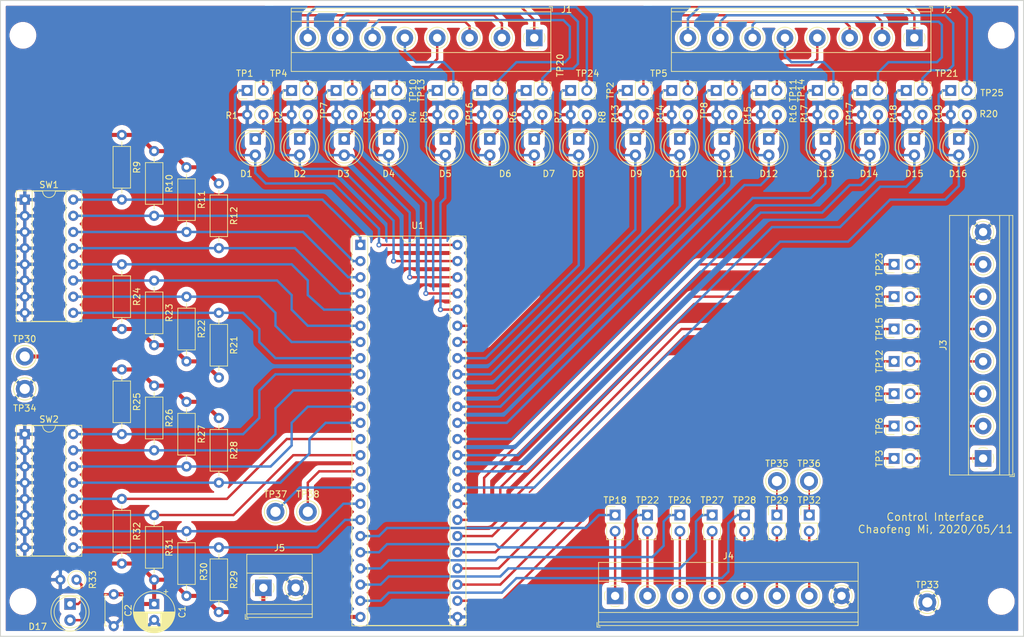
<source format=kicad_pcb>
(kicad_pcb (version 20171130) (host pcbnew "(5.1.5)-3")

  (general
    (thickness 1.6)
    (drawings 5)
    (tracks 557)
    (zones 0)
    (modules 101)
    (nets 102)
  )

  (page A4)
  (layers
    (0 F.Cu signal)
    (31 B.Cu signal)
    (32 B.Adhes user hide)
    (33 F.Adhes user hide)
    (34 B.Paste user hide)
    (35 F.Paste user hide)
    (36 B.SilkS user hide)
    (37 F.SilkS user)
    (38 B.Mask user hide)
    (39 F.Mask user)
    (40 Dwgs.User user)
    (41 Cmts.User user)
    (42 Eco1.User user)
    (43 Eco2.User user)
    (44 Edge.Cuts user)
    (45 Margin user)
    (46 B.CrtYd user)
    (47 F.CrtYd user)
    (48 B.Fab user)
    (49 F.Fab user)
  )

  (setup
    (last_trace_width 0.25)
    (user_trace_width 0.381)
    (user_trace_width 0.635)
    (trace_clearance 0.2)
    (zone_clearance 0.762)
    (zone_45_only no)
    (trace_min 0.2)
    (via_size 0.8)
    (via_drill 0.4)
    (via_min_size 0.4)
    (via_min_drill 0.3)
    (uvia_size 0.3)
    (uvia_drill 0.1)
    (uvias_allowed no)
    (uvia_min_size 0.2)
    (uvia_min_drill 0.1)
    (edge_width 0.15)
    (segment_width 0.2)
    (pcb_text_width 0.3)
    (pcb_text_size 1.5 1.5)
    (mod_edge_width 0.15)
    (mod_text_size 1 1)
    (mod_text_width 0.15)
    (pad_size 1.524 1.524)
    (pad_drill 0.762)
    (pad_to_mask_clearance 0.2)
    (aux_axis_origin 0 0)
    (grid_origin 55.08 144.93)
    (visible_elements 7FFDFFFF)
    (pcbplotparams
      (layerselection 0x310f0_ffffffff)
      (usegerberextensions true)
      (usegerberattributes false)
      (usegerberadvancedattributes false)
      (creategerberjobfile false)
      (excludeedgelayer true)
      (linewidth 0.100000)
      (plotframeref false)
      (viasonmask false)
      (mode 1)
      (useauxorigin false)
      (hpglpennumber 1)
      (hpglpenspeed 20)
      (hpglpendiameter 15.000000)
      (psnegative false)
      (psa4output false)
      (plotreference true)
      (plotvalue false)
      (plotinvisibletext false)
      (padsonsilk true)
      (subtractmaskfromsilk false)
      (outputformat 1)
      (mirror false)
      (drillshape 0)
      (scaleselection 1)
      (outputdirectory "GerberFilesControlInterface/"))
  )

  (net 0 "")
  (net 1 "Net-(MK1-Pad1)")
  (net 2 "Net-(MK2-Pad1)")
  (net 3 "Net-(MK3-Pad1)")
  (net 4 "Net-(MK4-Pad1)")
  (net 5 /In_0)
  (net 6 +5VD)
  (net 7 /In_1)
  (net 8 /In_2)
  (net 9 /In_3)
  (net 10 /In_4)
  (net 11 /In_5)
  (net 12 /In_6)
  (net 13 /In_7)
  (net 14 /In_8)
  (net 15 /In_9)
  (net 16 /In_10)
  (net 17 /In_11)
  (net 18 /In_12)
  (net 19 /In_13)
  (net 20 /In_14)
  (net 21 /In_15)
  (net 22 GND)
  (net 23 /SW_0)
  (net 24 /SW_1)
  (net 25 /SW_2)
  (net 26 /SW_3)
  (net 27 /SW_4)
  (net 28 /SW_5)
  (net 29 /SW_6)
  (net 30 /SW_7)
  (net 31 /SW_15)
  (net 32 /SW_14)
  (net 33 /SW_13)
  (net 34 /SW_12)
  (net 35 /SW_11)
  (net 36 /SW_10)
  (net 37 /SW_9)
  (net 38 /SW_8)
  (net 39 "Net-(D1-Pad1)")
  (net 40 "Net-(D2-Pad1)")
  (net 41 "Net-(D3-Pad1)")
  (net 42 "Net-(D4-Pad1)")
  (net 43 "Net-(D5-Pad1)")
  (net 44 "Net-(D6-Pad1)")
  (net 45 "Net-(D7-Pad1)")
  (net 46 "Net-(D8-Pad1)")
  (net 47 "Net-(D9-Pad1)")
  (net 48 "Net-(D10-Pad1)")
  (net 49 "Net-(D11-Pad1)")
  (net 50 "Net-(D12-Pad1)")
  (net 51 "Net-(D13-Pad1)")
  (net 52 "Net-(D14-Pad1)")
  (net 53 "Net-(D15-Pad1)")
  (net 54 "Net-(D16-Pad1)")
  (net 55 /SH_LD_Bar)
  (net 56 /pulsed_clk)
  (net 57 /SRCLK_SCLK)
  (net 58 /RCLK_FS)
  (net 59 /SER_MOSI)
  (net 60 /TP7)
  (net 61 /TP6)
  (net 62 /TP5)
  (net 63 /TP4)
  (net 64 /TP3)
  (net 65 /TP2)
  (net 66 /TP1)
  (net 67 "Net-(J1-Pad7)")
  (net 68 "Net-(J1-Pad6)")
  (net 69 "Net-(J1-Pad5)")
  (net 70 "Net-(J1-Pad4)")
  (net 71 "Net-(J1-Pad3)")
  (net 72 "Net-(J1-Pad2)")
  (net 73 "Net-(J1-Pad1)")
  (net 74 "Net-(D17-Pad1)")
  (net 75 "Net-(J3-Pad7)")
  (net 76 "Net-(J3-Pad6)")
  (net 77 "Net-(J3-Pad5)")
  (net 78 "Net-(J3-Pad4)")
  (net 79 "Net-(J3-Pad3)")
  (net 80 "Net-(J3-Pad2)")
  (net 81 "Net-(J3-Pad1)")
  (net 82 "Net-(J1-Pad8)")
  (net 83 "Net-(J2-Pad8)")
  (net 84 "Net-(J2-Pad7)")
  (net 85 "Net-(J2-Pad6)")
  (net 86 "Net-(J2-Pad5)")
  (net 87 "Net-(J2-Pad4)")
  (net 88 "Net-(J2-Pad3)")
  (net 89 "Net-(J2-Pad2)")
  (net 90 "Net-(J2-Pad1)")
  (net 91 "Net-(J4-Pad7)")
  (net 92 "Net-(J4-Pad6)")
  (net 93 "Net-(J4-Pad5)")
  (net 94 "Net-(J4-Pad4)")
  (net 95 "Net-(J4-Pad3)")
  (net 96 "Net-(J4-Pad2)")
  (net 97 "Net-(J4-Pad1)")
  (net 98 "Net-(TP29-Pad1)")
  (net 99 "Net-(TP32-Pad1)")
  (net 100 "Net-(TP37-Pad1)")
  (net 101 "Net-(TP38-Pad1)")

  (net_class Default "This is the default net class."
    (clearance 0.2)
    (trace_width 0.25)
    (via_dia 0.8)
    (via_drill 0.4)
    (uvia_dia 0.3)
    (uvia_drill 0.1)
    (add_net +5VD)
    (add_net /In_0)
    (add_net /In_1)
    (add_net /In_10)
    (add_net /In_11)
    (add_net /In_12)
    (add_net /In_13)
    (add_net /In_14)
    (add_net /In_15)
    (add_net /In_2)
    (add_net /In_3)
    (add_net /In_4)
    (add_net /In_5)
    (add_net /In_6)
    (add_net /In_7)
    (add_net /In_8)
    (add_net /In_9)
    (add_net /RCLK_FS)
    (add_net /SER_MOSI)
    (add_net /SH_LD_Bar)
    (add_net /SRCLK_SCLK)
    (add_net /SW_0)
    (add_net /SW_1)
    (add_net /SW_10)
    (add_net /SW_11)
    (add_net /SW_12)
    (add_net /SW_13)
    (add_net /SW_14)
    (add_net /SW_15)
    (add_net /SW_2)
    (add_net /SW_3)
    (add_net /SW_4)
    (add_net /SW_5)
    (add_net /SW_6)
    (add_net /SW_7)
    (add_net /SW_8)
    (add_net /SW_9)
    (add_net /TP1)
    (add_net /TP2)
    (add_net /TP3)
    (add_net /TP4)
    (add_net /TP5)
    (add_net /TP6)
    (add_net /TP7)
    (add_net /pulsed_clk)
    (add_net GND)
    (add_net "Net-(D1-Pad1)")
    (add_net "Net-(D10-Pad1)")
    (add_net "Net-(D11-Pad1)")
    (add_net "Net-(D12-Pad1)")
    (add_net "Net-(D13-Pad1)")
    (add_net "Net-(D14-Pad1)")
    (add_net "Net-(D15-Pad1)")
    (add_net "Net-(D16-Pad1)")
    (add_net "Net-(D17-Pad1)")
    (add_net "Net-(D2-Pad1)")
    (add_net "Net-(D3-Pad1)")
    (add_net "Net-(D4-Pad1)")
    (add_net "Net-(D5-Pad1)")
    (add_net "Net-(D6-Pad1)")
    (add_net "Net-(D7-Pad1)")
    (add_net "Net-(D8-Pad1)")
    (add_net "Net-(D9-Pad1)")
    (add_net "Net-(J1-Pad1)")
    (add_net "Net-(J1-Pad2)")
    (add_net "Net-(J1-Pad3)")
    (add_net "Net-(J1-Pad4)")
    (add_net "Net-(J1-Pad5)")
    (add_net "Net-(J1-Pad6)")
    (add_net "Net-(J1-Pad7)")
    (add_net "Net-(J1-Pad8)")
    (add_net "Net-(J2-Pad1)")
    (add_net "Net-(J2-Pad2)")
    (add_net "Net-(J2-Pad3)")
    (add_net "Net-(J2-Pad4)")
    (add_net "Net-(J2-Pad5)")
    (add_net "Net-(J2-Pad6)")
    (add_net "Net-(J2-Pad7)")
    (add_net "Net-(J2-Pad8)")
    (add_net "Net-(J3-Pad1)")
    (add_net "Net-(J3-Pad2)")
    (add_net "Net-(J3-Pad3)")
    (add_net "Net-(J3-Pad4)")
    (add_net "Net-(J3-Pad5)")
    (add_net "Net-(J3-Pad6)")
    (add_net "Net-(J3-Pad7)")
    (add_net "Net-(J4-Pad1)")
    (add_net "Net-(J4-Pad2)")
    (add_net "Net-(J4-Pad3)")
    (add_net "Net-(J4-Pad4)")
    (add_net "Net-(J4-Pad5)")
    (add_net "Net-(J4-Pad6)")
    (add_net "Net-(J4-Pad7)")
    (add_net "Net-(MK1-Pad1)")
    (add_net "Net-(MK2-Pad1)")
    (add_net "Net-(MK3-Pad1)")
    (add_net "Net-(MK4-Pad1)")
    (add_net "Net-(TP29-Pad1)")
    (add_net "Net-(TP32-Pad1)")
    (add_net "Net-(TP37-Pad1)")
    (add_net "Net-(TP38-Pad1)")
  )

  (module Connector_PinHeader_2.54mm:PinHeader_1x02_P2.54mm_Vertical (layer F.Cu) (tedit 59FED5CC) (tstamp 5EBB94B2)
    (at 167.475 59.205 90)
    (descr "Through hole straight pin header, 1x02, 2.54mm pitch, single row")
    (tags "Through hole pin header THT 1x02 2.54mm single row")
    (path /5F0CD0C4)
    (fp_text reference TP8 (at -3.175 -1.905 90) (layer F.SilkS)
      (effects (font (size 1 1) (thickness 0.15)))
    )
    (fp_text value TestPoint_2Pole (at 0 4.87 90) (layer F.Fab)
      (effects (font (size 1 1) (thickness 0.15)))
    )
    (fp_text user %R (at 0 1.27) (layer F.Fab)
      (effects (font (size 1 1) (thickness 0.15)))
    )
    (fp_line (start 1.8 -1.8) (end -1.8 -1.8) (layer F.CrtYd) (width 0.05))
    (fp_line (start 1.8 4.35) (end 1.8 -1.8) (layer F.CrtYd) (width 0.05))
    (fp_line (start -1.8 4.35) (end 1.8 4.35) (layer F.CrtYd) (width 0.05))
    (fp_line (start -1.8 -1.8) (end -1.8 4.35) (layer F.CrtYd) (width 0.05))
    (fp_line (start -1.33 -1.33) (end 0 -1.33) (layer F.SilkS) (width 0.12))
    (fp_line (start -1.33 0) (end -1.33 -1.33) (layer F.SilkS) (width 0.12))
    (fp_line (start -1.33 1.27) (end 1.33 1.27) (layer F.SilkS) (width 0.12))
    (fp_line (start 1.33 1.27) (end 1.33 3.87) (layer F.SilkS) (width 0.12))
    (fp_line (start -1.33 1.27) (end -1.33 3.87) (layer F.SilkS) (width 0.12))
    (fp_line (start -1.33 3.87) (end 1.33 3.87) (layer F.SilkS) (width 0.12))
    (fp_line (start -1.27 -0.635) (end -0.635 -1.27) (layer F.Fab) (width 0.1))
    (fp_line (start -1.27 3.81) (end -1.27 -0.635) (layer F.Fab) (width 0.1))
    (fp_line (start 1.27 3.81) (end -1.27 3.81) (layer F.Fab) (width 0.1))
    (fp_line (start 1.27 -1.27) (end 1.27 3.81) (layer F.Fab) (width 0.1))
    (fp_line (start -0.635 -1.27) (end 1.27 -1.27) (layer F.Fab) (width 0.1))
    (pad 2 thru_hole oval (at 0 2.54 90) (size 1.7 1.7) (drill 1) (layers *.Cu *.Mask)
      (net 88 "Net-(J2-Pad3)"))
    (pad 1 thru_hole rect (at 0 0 90) (size 1.7 1.7) (drill 1) (layers *.Cu *.Mask)
      (net 16 /In_10))
    (model ${KISYS3DMOD}/Connector_PinHeader_2.54mm.3dshapes/PinHeader_1x02_P2.54mm_Vertical.wrl
      (at (xyz 0 0 0))
      (scale (xyz 1 1 1))
      (rotate (xyz 0 0 0))
    )
  )

  (module Connector_PinHeader_2.54mm:PinHeader_1x02_P2.54mm_Vertical (layer F.Cu) (tedit 59FED5CC) (tstamp 5EBCC81E)
    (at 197.32 59.205 90)
    (descr "Through hole straight pin header, 1x02, 2.54mm pitch, single row")
    (tags "Through hole pin header THT 1x02 2.54mm single row")
    (path /5F0CD0AC)
    (fp_text reference TP21 (at 2.667 6.35 180) (layer F.SilkS)
      (effects (font (size 1 1) (thickness 0.15)))
    )
    (fp_text value TestPoint_2Pole (at 0 4.87 90) (layer F.Fab)
      (effects (font (size 1 1) (thickness 0.15)))
    )
    (fp_text user %R (at 0 1.27) (layer F.Fab)
      (effects (font (size 1 1) (thickness 0.15)))
    )
    (fp_line (start 1.8 -1.8) (end -1.8 -1.8) (layer F.CrtYd) (width 0.05))
    (fp_line (start 1.8 4.35) (end 1.8 -1.8) (layer F.CrtYd) (width 0.05))
    (fp_line (start -1.8 4.35) (end 1.8 4.35) (layer F.CrtYd) (width 0.05))
    (fp_line (start -1.8 -1.8) (end -1.8 4.35) (layer F.CrtYd) (width 0.05))
    (fp_line (start -1.33 -1.33) (end 0 -1.33) (layer F.SilkS) (width 0.12))
    (fp_line (start -1.33 0) (end -1.33 -1.33) (layer F.SilkS) (width 0.12))
    (fp_line (start -1.33 1.27) (end 1.33 1.27) (layer F.SilkS) (width 0.12))
    (fp_line (start 1.33 1.27) (end 1.33 3.87) (layer F.SilkS) (width 0.12))
    (fp_line (start -1.33 1.27) (end -1.33 3.87) (layer F.SilkS) (width 0.12))
    (fp_line (start -1.33 3.87) (end 1.33 3.87) (layer F.SilkS) (width 0.12))
    (fp_line (start -1.27 -0.635) (end -0.635 -1.27) (layer F.Fab) (width 0.1))
    (fp_line (start -1.27 3.81) (end -1.27 -0.635) (layer F.Fab) (width 0.1))
    (fp_line (start 1.27 3.81) (end -1.27 3.81) (layer F.Fab) (width 0.1))
    (fp_line (start 1.27 -1.27) (end 1.27 3.81) (layer F.Fab) (width 0.1))
    (fp_line (start -0.635 -1.27) (end 1.27 -1.27) (layer F.Fab) (width 0.1))
    (pad 2 thru_hole oval (at 0 2.54 90) (size 1.7 1.7) (drill 1) (layers *.Cu *.Mask)
      (net 84 "Net-(J2-Pad7)"))
    (pad 1 thru_hole rect (at 0 0 90) (size 1.7 1.7) (drill 1) (layers *.Cu *.Mask)
      (net 20 /In_14))
    (model ${KISYS3DMOD}/Connector_PinHeader_2.54mm.3dshapes/PinHeader_1x02_P2.54mm_Vertical.wrl
      (at (xyz 0 0 0))
      (scale (xyz 1 1 1))
      (rotate (xyz 0 0 0))
    )
  )

  (module Resistor_THT:R_Axial_DIN0207_L6.3mm_D2.5mm_P2.54mm_Vertical (layer F.Cu) (tedit 5AE5139B) (tstamp 5EBC95E4)
    (at 67.018 136.04 180)
    (descr "Resistor, Axial_DIN0207 series, Axial, Vertical, pin pitch=2.54mm, 0.25W = 1/4W, length*diameter=6.3*2.5mm^2, http://cdn-reichelt.de/documents/datenblatt/B400/1_4W%23YAG.pdf")
    (tags "Resistor Axial_DIN0207 series Axial Vertical pin pitch 2.54mm 0.25W = 1/4W length 6.3mm diameter 2.5mm")
    (path /5F183160)
    (fp_text reference R33 (at -2.54 0 270) (layer F.SilkS)
      (effects (font (size 1 1) (thickness 0.15)))
    )
    (fp_text value 330 (at 5.08 2.37) (layer F.Fab)
      (effects (font (size 1 1) (thickness 0.15)))
    )
    (fp_circle (center 0 0) (end 1.25 0) (layer F.Fab) (width 0.1))
    (fp_circle (center 0 0) (end 1.37 0) (layer F.SilkS) (width 0.12))
    (fp_line (start 0 0) (end 2.54 0) (layer F.Fab) (width 0.1))
    (fp_line (start 1.37 0) (end 1.44 0) (layer F.SilkS) (width 0.12))
    (fp_line (start -1.5 -1.5) (end -1.5 1.5) (layer F.CrtYd) (width 0.05))
    (fp_line (start -1.5 1.5) (end 3.59 1.5) (layer F.CrtYd) (width 0.05))
    (fp_line (start 3.59 1.5) (end 3.59 -1.5) (layer F.CrtYd) (width 0.05))
    (fp_line (start 3.59 -1.5) (end -1.5 -1.5) (layer F.CrtYd) (width 0.05))
    (fp_text user %R (at 5.08 0) (layer F.Fab)
      (effects (font (size 1 1) (thickness 0.15)))
    )
    (pad 1 thru_hole circle (at 0 0 180) (size 1.6 1.6) (drill 0.8) (layers *.Cu *.Mask)
      (net 74 "Net-(D17-Pad1)"))
    (pad 2 thru_hole oval (at 2.54 0 180) (size 1.6 1.6) (drill 0.8) (layers *.Cu *.Mask)
      (net 22 GND))
    (model ${KISYS3DMOD}/Resistor_THT.3dshapes/R_Axial_DIN0207_L6.3mm_D2.5mm_P2.54mm_Vertical.wrl
      (at (xyz 0 0 0))
      (scale (xyz 1 1 1))
      (rotate (xyz 0 0 0))
    )
  )

  (module LED_THT:LED_D5.0mm (layer F.Cu) (tedit 5995936A) (tstamp 5EBC95CB)
    (at 66.002 139.85 270)
    (descr "LED, diameter 5.0mm, 2 pins, http://cdn-reichelt.de/documents/datenblatt/A500/LL-504BC2E-009.pdf")
    (tags "LED diameter 5.0mm 2 pins")
    (path /5F183166)
    (fp_text reference D17 (at 3.556 5.08) (layer F.SilkS)
      (effects (font (size 1 1) (thickness 0.15)))
    )
    (fp_text value LED (at 1.27 3.96 90) (layer F.Fab)
      (effects (font (size 1 1) (thickness 0.15)))
    )
    (fp_arc (start 1.27 0) (end -1.23 -1.469694) (angle 299.1) (layer F.Fab) (width 0.1))
    (fp_arc (start 1.27 0) (end -1.29 -1.54483) (angle 148.9) (layer F.SilkS) (width 0.12))
    (fp_arc (start 1.27 0) (end -1.29 1.54483) (angle -148.9) (layer F.SilkS) (width 0.12))
    (fp_circle (center 1.27 0) (end 3.77 0) (layer F.Fab) (width 0.1))
    (fp_circle (center 1.27 0) (end 3.77 0) (layer F.SilkS) (width 0.12))
    (fp_line (start -1.23 -1.469694) (end -1.23 1.469694) (layer F.Fab) (width 0.1))
    (fp_line (start -1.29 -1.545) (end -1.29 1.545) (layer F.SilkS) (width 0.12))
    (fp_line (start -1.95 -3.25) (end -1.95 3.25) (layer F.CrtYd) (width 0.05))
    (fp_line (start -1.95 3.25) (end 4.5 3.25) (layer F.CrtYd) (width 0.05))
    (fp_line (start 4.5 3.25) (end 4.5 -3.25) (layer F.CrtYd) (width 0.05))
    (fp_line (start 4.5 -3.25) (end -1.95 -3.25) (layer F.CrtYd) (width 0.05))
    (fp_text user %R (at 1.25 0 90) (layer F.Fab)
      (effects (font (size 0.8 0.8) (thickness 0.2)))
    )
    (pad 1 thru_hole rect (at 0 0 270) (size 1.8 1.8) (drill 0.9) (layers *.Cu *.Mask)
      (net 74 "Net-(D17-Pad1)"))
    (pad 2 thru_hole circle (at 2.54 0 270) (size 1.8 1.8) (drill 0.9) (layers *.Cu *.Mask)
      (net 6 +5VD))
    (model ${KISYS3DMOD}/LED_THT.3dshapes/LED_D5.0mm.wrl
      (at (xyz 0 0 0))
      (scale (xyz 1 1 1))
      (rotate (xyz 0 0 0))
    )
  )

  (module Package_DIP:DIP-48_W15.24mm_Socket (layer F.Cu) (tedit 5A02E8C5) (tstamp 5EBC9091)
    (at 111.595 83.462)
    (descr "48-lead though-hole mounted DIP package, row spacing 15.24 mm (600 mils), Socket")
    (tags "THT DIP DIL PDIP 2.54mm 15.24mm 600mil Socket")
    (path /5EB2FBFA)
    (fp_text reference U1 (at 9.017 -3.048) (layer F.SilkS)
      (effects (font (size 1 1) (thickness 0.15)))
    )
    (fp_text value CMOD_A7-35 (at 7.62 60.75) (layer F.Fab)
      (effects (font (size 1 1) (thickness 0.15)))
    )
    (fp_text user %R (at 7.62 29.21) (layer F.Fab)
      (effects (font (size 1 1) (thickness 0.15)))
    )
    (fp_line (start 16.8 -1.6) (end -1.55 -1.6) (layer F.CrtYd) (width 0.05))
    (fp_line (start 16.8 60) (end 16.8 -1.6) (layer F.CrtYd) (width 0.05))
    (fp_line (start -1.55 60) (end 16.8 60) (layer F.CrtYd) (width 0.05))
    (fp_line (start -1.55 -1.6) (end -1.55 60) (layer F.CrtYd) (width 0.05))
    (fp_line (start 16.57 -1.39) (end -1.33 -1.39) (layer F.SilkS) (width 0.12))
    (fp_line (start 16.57 59.81) (end 16.57 -1.39) (layer F.SilkS) (width 0.12))
    (fp_line (start -1.33 59.81) (end 16.57 59.81) (layer F.SilkS) (width 0.12))
    (fp_line (start -1.33 -1.39) (end -1.33 59.81) (layer F.SilkS) (width 0.12))
    (fp_line (start 14.08 -1.33) (end 8.62 -1.33) (layer F.SilkS) (width 0.12))
    (fp_line (start 14.08 59.75) (end 14.08 -1.33) (layer F.SilkS) (width 0.12))
    (fp_line (start 1.16 59.75) (end 14.08 59.75) (layer F.SilkS) (width 0.12))
    (fp_line (start 1.16 -1.33) (end 1.16 59.75) (layer F.SilkS) (width 0.12))
    (fp_line (start 6.62 -1.33) (end 1.16 -1.33) (layer F.SilkS) (width 0.12))
    (fp_line (start 16.51 -1.33) (end -1.27 -1.33) (layer F.Fab) (width 0.1))
    (fp_line (start 16.51 59.75) (end 16.51 -1.33) (layer F.Fab) (width 0.1))
    (fp_line (start -1.27 59.75) (end 16.51 59.75) (layer F.Fab) (width 0.1))
    (fp_line (start -1.27 -1.33) (end -1.27 59.75) (layer F.Fab) (width 0.1))
    (fp_line (start 0.255 -0.27) (end 1.255 -1.27) (layer F.Fab) (width 0.1))
    (fp_line (start 0.255 59.69) (end 0.255 -0.27) (layer F.Fab) (width 0.1))
    (fp_line (start 14.985 59.69) (end 0.255 59.69) (layer F.Fab) (width 0.1))
    (fp_line (start 14.985 -1.27) (end 14.985 59.69) (layer F.Fab) (width 0.1))
    (fp_line (start 1.255 -1.27) (end 14.985 -1.27) (layer F.Fab) (width 0.1))
    (fp_arc (start 7.62 -1.33) (end 6.62 -1.33) (angle -180) (layer F.SilkS) (width 0.12))
    (pad 48 thru_hole oval (at 15.24 0) (size 1.6 1.6) (drill 0.8) (layers *.Cu *.Mask)
      (net 5 /In_0))
    (pad 24 thru_hole oval (at 0 58.42) (size 1.6 1.6) (drill 0.8) (layers *.Cu *.Mask)
      (net 6 +5VD))
    (pad 47 thru_hole oval (at 15.24 2.54) (size 1.6 1.6) (drill 0.8) (layers *.Cu *.Mask)
      (net 7 /In_1))
    (pad 23 thru_hole oval (at 0 55.88) (size 1.6 1.6) (drill 0.8) (layers *.Cu *.Mask)
      (net 55 /SH_LD_Bar))
    (pad 46 thru_hole oval (at 15.24 5.08) (size 1.6 1.6) (drill 0.8) (layers *.Cu *.Mask)
      (net 8 /In_2))
    (pad 22 thru_hole oval (at 0 53.34) (size 1.6 1.6) (drill 0.8) (layers *.Cu *.Mask)
      (net 56 /pulsed_clk))
    (pad 45 thru_hole oval (at 15.24 7.62) (size 1.6 1.6) (drill 0.8) (layers *.Cu *.Mask)
      (net 9 /In_3))
    (pad 21 thru_hole oval (at 0 50.8) (size 1.6 1.6) (drill 0.8) (layers *.Cu *.Mask)
      (net 57 /SRCLK_SCLK))
    (pad 44 thru_hole oval (at 15.24 10.16) (size 1.6 1.6) (drill 0.8) (layers *.Cu *.Mask)
      (net 10 /In_4))
    (pad 20 thru_hole oval (at 0 48.26) (size 1.6 1.6) (drill 0.8) (layers *.Cu *.Mask)
      (net 58 /RCLK_FS))
    (pad 43 thru_hole oval (at 15.24 12.7) (size 1.6 1.6) (drill 0.8) (layers *.Cu *.Mask)
      (net 11 /In_5))
    (pad 19 thru_hole oval (at 0 45.72) (size 1.6 1.6) (drill 0.8) (layers *.Cu *.Mask)
      (net 59 /SER_MOSI))
    (pad 42 thru_hole oval (at 15.24 15.24) (size 1.6 1.6) (drill 0.8) (layers *.Cu *.Mask)
      (net 12 /In_6))
    (pad 18 thru_hole oval (at 0 43.18) (size 1.6 1.6) (drill 0.8) (layers *.Cu *.Mask)
      (net 31 /SW_15))
    (pad 41 thru_hole oval (at 15.24 17.78) (size 1.6 1.6) (drill 0.8) (layers *.Cu *.Mask)
      (net 13 /In_7))
    (pad 17 thru_hole oval (at 0 40.64) (size 1.6 1.6) (drill 0.8) (layers *.Cu *.Mask)
      (net 32 /SW_14))
    (pad 40 thru_hole oval (at 15.24 20.32) (size 1.6 1.6) (drill 0.8) (layers *.Cu *.Mask)
      (net 14 /In_8))
    (pad 16 thru_hole oval (at 0 38.1) (size 1.6 1.6) (drill 0.8) (layers *.Cu *.Mask)
      (net 100 "Net-(TP37-Pad1)"))
    (pad 39 thru_hole oval (at 15.24 22.86) (size 1.6 1.6) (drill 0.8) (layers *.Cu *.Mask)
      (net 15 /In_9))
    (pad 15 thru_hole oval (at 0 35.56) (size 1.6 1.6) (drill 0.8) (layers *.Cu *.Mask)
      (net 101 "Net-(TP38-Pad1)"))
    (pad 38 thru_hole oval (at 15.24 25.4) (size 1.6 1.6) (drill 0.8) (layers *.Cu *.Mask)
      (net 16 /In_10))
    (pad 14 thru_hole oval (at 0 33.02) (size 1.6 1.6) (drill 0.8) (layers *.Cu *.Mask)
      (net 33 /SW_13))
    (pad 37 thru_hole oval (at 15.24 27.94) (size 1.6 1.6) (drill 0.8) (layers *.Cu *.Mask)
      (net 17 /In_11))
    (pad 13 thru_hole oval (at 0 30.48) (size 1.6 1.6) (drill 0.8) (layers *.Cu *.Mask)
      (net 34 /SW_12))
    (pad 36 thru_hole oval (at 15.24 30.48) (size 1.6 1.6) (drill 0.8) (layers *.Cu *.Mask)
      (net 18 /In_12))
    (pad 12 thru_hole oval (at 0 27.94) (size 1.6 1.6) (drill 0.8) (layers *.Cu *.Mask)
      (net 35 /SW_11))
    (pad 35 thru_hole oval (at 15.24 33.02) (size 1.6 1.6) (drill 0.8) (layers *.Cu *.Mask)
      (net 19 /In_13))
    (pad 11 thru_hole oval (at 0 25.4) (size 1.6 1.6) (drill 0.8) (layers *.Cu *.Mask)
      (net 36 /SW_10))
    (pad 34 thru_hole oval (at 15.24 35.56) (size 1.6 1.6) (drill 0.8) (layers *.Cu *.Mask)
      (net 20 /In_14))
    (pad 10 thru_hole oval (at 0 22.86) (size 1.6 1.6) (drill 0.8) (layers *.Cu *.Mask)
      (net 37 /SW_9))
    (pad 33 thru_hole oval (at 15.24 38.1) (size 1.6 1.6) (drill 0.8) (layers *.Cu *.Mask)
      (net 21 /In_15))
    (pad 9 thru_hole oval (at 0 20.32) (size 1.6 1.6) (drill 0.8) (layers *.Cu *.Mask)
      (net 38 /SW_8))
    (pad 32 thru_hole oval (at 15.24 40.64) (size 1.6 1.6) (drill 0.8) (layers *.Cu *.Mask)
      (net 60 /TP7))
    (pad 8 thru_hole oval (at 0 17.78) (size 1.6 1.6) (drill 0.8) (layers *.Cu *.Mask)
      (net 30 /SW_7))
    (pad 31 thru_hole oval (at 15.24 43.18) (size 1.6 1.6) (drill 0.8) (layers *.Cu *.Mask)
      (net 61 /TP6))
    (pad 7 thru_hole oval (at 0 15.24) (size 1.6 1.6) (drill 0.8) (layers *.Cu *.Mask)
      (net 29 /SW_6))
    (pad 30 thru_hole oval (at 15.24 45.72) (size 1.6 1.6) (drill 0.8) (layers *.Cu *.Mask)
      (net 62 /TP5))
    (pad 6 thru_hole oval (at 0 12.7) (size 1.6 1.6) (drill 0.8) (layers *.Cu *.Mask)
      (net 28 /SW_5))
    (pad 29 thru_hole oval (at 15.24 48.26) (size 1.6 1.6) (drill 0.8) (layers *.Cu *.Mask)
      (net 63 /TP4))
    (pad 5 thru_hole oval (at 0 10.16) (size 1.6 1.6) (drill 0.8) (layers *.Cu *.Mask)
      (net 27 /SW_4))
    (pad 28 thru_hole oval (at 15.24 50.8) (size 1.6 1.6) (drill 0.8) (layers *.Cu *.Mask)
      (net 64 /TP3))
    (pad 4 thru_hole oval (at 0 7.62) (size 1.6 1.6) (drill 0.8) (layers *.Cu *.Mask)
      (net 26 /SW_3))
    (pad 27 thru_hole oval (at 15.24 53.34) (size 1.6 1.6) (drill 0.8) (layers *.Cu *.Mask)
      (net 65 /TP2))
    (pad 3 thru_hole oval (at 0 5.08) (size 1.6 1.6) (drill 0.8) (layers *.Cu *.Mask)
      (net 25 /SW_2))
    (pad 26 thru_hole oval (at 15.24 55.88) (size 1.6 1.6) (drill 0.8) (layers *.Cu *.Mask)
      (net 66 /TP1))
    (pad 2 thru_hole oval (at 0 2.54) (size 1.6 1.6) (drill 0.8) (layers *.Cu *.Mask)
      (net 24 /SW_1))
    (pad 25 thru_hole oval (at 15.24 58.42) (size 1.6 1.6) (drill 0.8) (layers *.Cu *.Mask)
      (net 22 GND))
    (pad 1 thru_hole rect (at 0 0) (size 1.6 1.6) (drill 0.8) (layers *.Cu *.Mask)
      (net 23 /SW_0))
    (model ${KISYS3DMOD}/Package_DIP.3dshapes/DIP-48_W15.24mm_Socket.wrl
      (at (xyz 0 0 0))
      (scale (xyz 1 1 1))
      (rotate (xyz 0 0 0))
    )
  )

  (module TestPoint:TestPoint_Keystone_5010-5014_Multipurpose (layer F.Cu) (tedit 5A0F774F) (tstamp 5EBCE67D)
    (at 103.34 125.372)
    (descr "Keystone Miniature THM Test Point 5010-5014, http://www.keyelco.com/product-pdf.cfm?p=1319")
    (tags "Through Hole Mount Test Points")
    (path /5ECBB56F)
    (fp_text reference TP38 (at 0 -2.75) (layer F.SilkS)
      (effects (font (size 1 1) (thickness 0.15)))
    )
    (fp_text value AIN15 (at 0 2.75) (layer F.Fab)
      (effects (font (size 1 1) (thickness 0.15)))
    )
    (fp_circle (center 0 0) (end 1.75 0) (layer F.SilkS) (width 0.15))
    (fp_circle (center 0 0) (end 1.6 0) (layer F.Fab) (width 0.15))
    (fp_circle (center 0 0) (end 2 0) (layer F.CrtYd) (width 0.05))
    (fp_line (start -1.25 0.4) (end -1.25 -0.4) (layer F.Fab) (width 0.15))
    (fp_line (start 1.25 0.4) (end -1.25 0.4) (layer F.Fab) (width 0.15))
    (fp_line (start 1.25 -0.4) (end 1.25 0.4) (layer F.Fab) (width 0.15))
    (fp_line (start -1.25 -0.4) (end 1.25 -0.4) (layer F.Fab) (width 0.15))
    (fp_text user %R (at 0 0) (layer F.Fab)
      (effects (font (size 0.6 0.6) (thickness 0.09)))
    )
    (pad 1 thru_hole circle (at 0 0) (size 2.8 2.8) (drill 1.6) (layers *.Cu *.Mask)
      (net 101 "Net-(TP38-Pad1)"))
    (model ${KISYS3DMOD}/TestPoint.3dshapes/TestPoint_Keystone_5010-5014_Multipurpose.wrl
      (at (xyz 0 0 0))
      (scale (xyz 1 1 1))
      (rotate (xyz 0 0 0))
    )
  )

  (module TestPoint:TestPoint_Keystone_5010-5014_Multipurpose (layer F.Cu) (tedit 5A0F774F) (tstamp 5EBCE706)
    (at 98.26 125.372)
    (descr "Keystone Miniature THM Test Point 5010-5014, http://www.keyelco.com/product-pdf.cfm?p=1319")
    (tags "Through Hole Mount Test Points")
    (path /5ECBB568)
    (fp_text reference TP37 (at 0 -2.75) (layer F.SilkS)
      (effects (font (size 1 1) (thickness 0.15)))
    )
    (fp_text value AIN16 (at 0 2.75) (layer F.Fab)
      (effects (font (size 1 1) (thickness 0.15)))
    )
    (fp_circle (center 0 0) (end 1.75 0) (layer F.SilkS) (width 0.15))
    (fp_circle (center 0 0) (end 1.6 0) (layer F.Fab) (width 0.15))
    (fp_circle (center 0 0) (end 2 0) (layer F.CrtYd) (width 0.05))
    (fp_line (start -1.25 0.4) (end -1.25 -0.4) (layer F.Fab) (width 0.15))
    (fp_line (start 1.25 0.4) (end -1.25 0.4) (layer F.Fab) (width 0.15))
    (fp_line (start 1.25 -0.4) (end 1.25 0.4) (layer F.Fab) (width 0.15))
    (fp_line (start -1.25 -0.4) (end 1.25 -0.4) (layer F.Fab) (width 0.15))
    (fp_text user %R (at 0 0) (layer F.Fab)
      (effects (font (size 0.6 0.6) (thickness 0.09)))
    )
    (pad 1 thru_hole circle (at 0 0) (size 2.8 2.8) (drill 1.6) (layers *.Cu *.Mask)
      (net 100 "Net-(TP37-Pad1)"))
    (model ${KISYS3DMOD}/TestPoint.3dshapes/TestPoint_Keystone_5010-5014_Multipurpose.wrl
      (at (xyz 0 0 0))
      (scale (xyz 1 1 1))
      (rotate (xyz 0 0 0))
    )
  )

  (module TestPoint:TestPoint_Keystone_5010-5014_Multipurpose (layer F.Cu) (tedit 5A0F774F) (tstamp 5EBC594E)
    (at 182.05 120.546)
    (descr "Keystone Miniature THM Test Point 5010-5014, http://www.keyelco.com/product-pdf.cfm?p=1319")
    (tags "Through Hole Mount Test Points")
    (path /5EC12786)
    (fp_text reference TP36 (at 0 -2.75) (layer F.SilkS)
      (effects (font (size 1 1) (thickness 0.15)))
    )
    (fp_text value TestPoint (at 0 2.75) (layer F.Fab)
      (effects (font (size 1 1) (thickness 0.15)))
    )
    (fp_circle (center 0 0) (end 1.75 0) (layer F.SilkS) (width 0.15))
    (fp_circle (center 0 0) (end 1.6 0) (layer F.Fab) (width 0.15))
    (fp_circle (center 0 0) (end 2 0) (layer F.CrtYd) (width 0.05))
    (fp_line (start -1.25 0.4) (end -1.25 -0.4) (layer F.Fab) (width 0.15))
    (fp_line (start 1.25 0.4) (end -1.25 0.4) (layer F.Fab) (width 0.15))
    (fp_line (start 1.25 -0.4) (end 1.25 0.4) (layer F.Fab) (width 0.15))
    (fp_line (start -1.25 -0.4) (end 1.25 -0.4) (layer F.Fab) (width 0.15))
    (fp_text user %R (at 0 0) (layer F.Fab)
      (effects (font (size 0.6 0.6) (thickness 0.09)))
    )
    (pad 1 thru_hole circle (at 0 0) (size 2.8 2.8) (drill 1.6) (layers *.Cu *.Mask)
      (net 99 "Net-(TP32-Pad1)"))
    (model ${KISYS3DMOD}/TestPoint.3dshapes/TestPoint_Keystone_5010-5014_Multipurpose.wrl
      (at (xyz 0 0 0))
      (scale (xyz 1 1 1))
      (rotate (xyz 0 0 0))
    )
  )

  (module TestPoint:TestPoint_Keystone_5010-5014_Multipurpose (layer F.Cu) (tedit 5A0F774F) (tstamp 5EBC5941)
    (at 177 120.546)
    (descr "Keystone Miniature THM Test Point 5010-5014, http://www.keyelco.com/product-pdf.cfm?p=1319")
    (tags "Through Hole Mount Test Points")
    (path /5EC95E13)
    (fp_text reference TP35 (at 0 -2.75) (layer F.SilkS)
      (effects (font (size 1 1) (thickness 0.15)))
    )
    (fp_text value TestPoint (at 0 2.75) (layer F.Fab)
      (effects (font (size 1 1) (thickness 0.15)))
    )
    (fp_circle (center 0 0) (end 1.75 0) (layer F.SilkS) (width 0.15))
    (fp_circle (center 0 0) (end 1.6 0) (layer F.Fab) (width 0.15))
    (fp_circle (center 0 0) (end 2 0) (layer F.CrtYd) (width 0.05))
    (fp_line (start -1.25 0.4) (end -1.25 -0.4) (layer F.Fab) (width 0.15))
    (fp_line (start 1.25 0.4) (end -1.25 0.4) (layer F.Fab) (width 0.15))
    (fp_line (start 1.25 -0.4) (end 1.25 0.4) (layer F.Fab) (width 0.15))
    (fp_line (start -1.25 -0.4) (end 1.25 -0.4) (layer F.Fab) (width 0.15))
    (fp_text user %R (at 0 0) (layer F.Fab)
      (effects (font (size 0.6 0.6) (thickness 0.09)))
    )
    (pad 1 thru_hole circle (at 0 0) (size 2.8 2.8) (drill 1.6) (layers *.Cu *.Mask)
      (net 98 "Net-(TP29-Pad1)"))
    (model ${KISYS3DMOD}/TestPoint.3dshapes/TestPoint_Keystone_5010-5014_Multipurpose.wrl
      (at (xyz 0 0 0))
      (scale (xyz 1 1 1))
      (rotate (xyz 0 0 0))
    )
  )

  (module Resistor_THT:R_Axial_DIN0207_L6.3mm_D2.5mm_P2.54mm_Vertical (layer F.Cu) (tedit 5AE5139B) (tstamp 5EB5F1B9)
    (at 206.845 63.015 180)
    (descr "Resistor, Axial_DIN0207 series, Axial, Vertical, pin pitch=2.54mm, 0.25W = 1/4W, length*diameter=6.3*2.5mm^2, http://cdn-reichelt.de/documents/datenblatt/B400/1_4W%23YAG.pdf")
    (tags "Resistor Axial_DIN0207 series Axial Vertical pin pitch 2.54mm 0.25W = 1/4W length 6.3mm diameter 2.5mm")
    (path /5EDB18D9)
    (fp_text reference R20 (at -3.429 0.127) (layer F.SilkS)
      (effects (font (size 1 1) (thickness 0.15)))
    )
    (fp_text value 330 (at 1.27 2.37) (layer F.Fab)
      (effects (font (size 1 1) (thickness 0.15)))
    )
    (fp_text user %R (at 1.27 -2.37) (layer F.Fab)
      (effects (font (size 1 1) (thickness 0.15)))
    )
    (fp_line (start 3.59 -1.5) (end -1.5 -1.5) (layer F.CrtYd) (width 0.05))
    (fp_line (start 3.59 1.5) (end 3.59 -1.5) (layer F.CrtYd) (width 0.05))
    (fp_line (start -1.5 1.5) (end 3.59 1.5) (layer F.CrtYd) (width 0.05))
    (fp_line (start -1.5 -1.5) (end -1.5 1.5) (layer F.CrtYd) (width 0.05))
    (fp_line (start 1.37 0) (end 1.44 0) (layer F.SilkS) (width 0.12))
    (fp_line (start 0 0) (end 2.54 0) (layer F.Fab) (width 0.1))
    (fp_circle (center 0 0) (end 1.37 0) (layer F.SilkS) (width 0.12))
    (fp_circle (center 0 0) (end 1.25 0) (layer F.Fab) (width 0.1))
    (pad 2 thru_hole oval (at 2.54 0 180) (size 1.6 1.6) (drill 0.8) (layers *.Cu *.Mask)
      (net 22 GND))
    (pad 1 thru_hole circle (at 0 0 180) (size 1.6 1.6) (drill 0.8) (layers *.Cu *.Mask)
      (net 54 "Net-(D16-Pad1)"))
    (model ${KISYS3DMOD}/Resistor_THT.3dshapes/R_Axial_DIN0207_L6.3mm_D2.5mm_P2.54mm_Vertical.wrl
      (at (xyz 0 0 0))
      (scale (xyz 1 1 1))
      (rotate (xyz 0 0 0))
    )
  )

  (module Resistor_THT:R_Axial_DIN0207_L6.3mm_D2.5mm_P2.54mm_Vertical (layer F.Cu) (tedit 5AE5139B) (tstamp 5EB5F1A2)
    (at 199.86 63.015 180)
    (descr "Resistor, Axial_DIN0207 series, Axial, Vertical, pin pitch=2.54mm, 0.25W = 1/4W, length*diameter=6.3*2.5mm^2, http://cdn-reichelt.de/documents/datenblatt/B400/1_4W%23YAG.pdf")
    (tags "Resistor Axial_DIN0207 series Axial Vertical pin pitch 2.54mm 0.25W = 1/4W length 6.3mm diameter 2.5mm")
    (path /5EDB18D3)
    (fp_text reference R19 (at -2.54 0.127 90) (layer F.SilkS)
      (effects (font (size 1 1) (thickness 0.15)))
    )
    (fp_text value 330 (at 1.27 2.37) (layer F.Fab)
      (effects (font (size 1 1) (thickness 0.15)))
    )
    (fp_text user %R (at 1.27 -2.37) (layer F.Fab)
      (effects (font (size 1 1) (thickness 0.15)))
    )
    (fp_line (start 3.59 -1.5) (end -1.5 -1.5) (layer F.CrtYd) (width 0.05))
    (fp_line (start 3.59 1.5) (end 3.59 -1.5) (layer F.CrtYd) (width 0.05))
    (fp_line (start -1.5 1.5) (end 3.59 1.5) (layer F.CrtYd) (width 0.05))
    (fp_line (start -1.5 -1.5) (end -1.5 1.5) (layer F.CrtYd) (width 0.05))
    (fp_line (start 1.37 0) (end 1.44 0) (layer F.SilkS) (width 0.12))
    (fp_line (start 0 0) (end 2.54 0) (layer F.Fab) (width 0.1))
    (fp_circle (center 0 0) (end 1.37 0) (layer F.SilkS) (width 0.12))
    (fp_circle (center 0 0) (end 1.25 0) (layer F.Fab) (width 0.1))
    (pad 2 thru_hole oval (at 2.54 0 180) (size 1.6 1.6) (drill 0.8) (layers *.Cu *.Mask)
      (net 22 GND))
    (pad 1 thru_hole circle (at 0 0 180) (size 1.6 1.6) (drill 0.8) (layers *.Cu *.Mask)
      (net 53 "Net-(D15-Pad1)"))
    (model ${KISYS3DMOD}/Resistor_THT.3dshapes/R_Axial_DIN0207_L6.3mm_D2.5mm_P2.54mm_Vertical.wrl
      (at (xyz 0 0 0))
      (scale (xyz 1 1 1))
      (rotate (xyz 0 0 0))
    )
  )

  (module Resistor_THT:R_Axial_DIN0207_L6.3mm_D2.5mm_P2.54mm_Vertical (layer F.Cu) (tedit 5AE5139B) (tstamp 5EB5F18B)
    (at 192.875 63.015 180)
    (descr "Resistor, Axial_DIN0207 series, Axial, Vertical, pin pitch=2.54mm, 0.25W = 1/4W, length*diameter=6.3*2.5mm^2, http://cdn-reichelt.de/documents/datenblatt/B400/1_4W%23YAG.pdf")
    (tags "Resistor Axial_DIN0207 series Axial Vertical pin pitch 2.54mm 0.25W = 1/4W length 6.3mm diameter 2.5mm")
    (path /5EDB18CD)
    (fp_text reference R18 (at -2.413 0.127 90) (layer F.SilkS)
      (effects (font (size 1 1) (thickness 0.15)))
    )
    (fp_text value 330 (at 1.27 2.37) (layer F.Fab)
      (effects (font (size 1 1) (thickness 0.15)))
    )
    (fp_text user %R (at 1.27 -2.37) (layer F.Fab)
      (effects (font (size 1 1) (thickness 0.15)))
    )
    (fp_line (start 3.59 -1.5) (end -1.5 -1.5) (layer F.CrtYd) (width 0.05))
    (fp_line (start 3.59 1.5) (end 3.59 -1.5) (layer F.CrtYd) (width 0.05))
    (fp_line (start -1.5 1.5) (end 3.59 1.5) (layer F.CrtYd) (width 0.05))
    (fp_line (start -1.5 -1.5) (end -1.5 1.5) (layer F.CrtYd) (width 0.05))
    (fp_line (start 1.37 0) (end 1.44 0) (layer F.SilkS) (width 0.12))
    (fp_line (start 0 0) (end 2.54 0) (layer F.Fab) (width 0.1))
    (fp_circle (center 0 0) (end 1.37 0) (layer F.SilkS) (width 0.12))
    (fp_circle (center 0 0) (end 1.25 0) (layer F.Fab) (width 0.1))
    (pad 2 thru_hole oval (at 2.54 0 180) (size 1.6 1.6) (drill 0.8) (layers *.Cu *.Mask)
      (net 22 GND))
    (pad 1 thru_hole circle (at 0 0 180) (size 1.6 1.6) (drill 0.8) (layers *.Cu *.Mask)
      (net 52 "Net-(D14-Pad1)"))
    (model ${KISYS3DMOD}/Resistor_THT.3dshapes/R_Axial_DIN0207_L6.3mm_D2.5mm_P2.54mm_Vertical.wrl
      (at (xyz 0 0 0))
      (scale (xyz 1 1 1))
      (rotate (xyz 0 0 0))
    )
  )

  (module Resistor_THT:R_Axial_DIN0207_L6.3mm_D2.5mm_P2.54mm_Vertical (layer F.Cu) (tedit 5AE5139B) (tstamp 5EB5F174)
    (at 185.89 63.015 180)
    (descr "Resistor, Axial_DIN0207 series, Axial, Vertical, pin pitch=2.54mm, 0.25W = 1/4W, length*diameter=6.3*2.5mm^2, http://cdn-reichelt.de/documents/datenblatt/B400/1_4W%23YAG.pdf")
    (tags "Resistor Axial_DIN0207 series Axial Vertical pin pitch 2.54mm 0.25W = 1/4W length 6.3mm diameter 2.5mm")
    (path /5EDB18C7)
    (fp_text reference R17 (at 4.572 0.127 90) (layer F.SilkS)
      (effects (font (size 1 1) (thickness 0.15)))
    )
    (fp_text value 330 (at 1.27 2.37) (layer F.Fab)
      (effects (font (size 1 1) (thickness 0.15)))
    )
    (fp_text user %R (at 1.27 -2.37) (layer F.Fab)
      (effects (font (size 1 1) (thickness 0.15)))
    )
    (fp_line (start 3.59 -1.5) (end -1.5 -1.5) (layer F.CrtYd) (width 0.05))
    (fp_line (start 3.59 1.5) (end 3.59 -1.5) (layer F.CrtYd) (width 0.05))
    (fp_line (start -1.5 1.5) (end 3.59 1.5) (layer F.CrtYd) (width 0.05))
    (fp_line (start -1.5 -1.5) (end -1.5 1.5) (layer F.CrtYd) (width 0.05))
    (fp_line (start 1.37 0) (end 1.44 0) (layer F.SilkS) (width 0.12))
    (fp_line (start 0 0) (end 2.54 0) (layer F.Fab) (width 0.1))
    (fp_circle (center 0 0) (end 1.37 0) (layer F.SilkS) (width 0.12))
    (fp_circle (center 0 0) (end 1.25 0) (layer F.Fab) (width 0.1))
    (pad 2 thru_hole oval (at 2.54 0 180) (size 1.6 1.6) (drill 0.8) (layers *.Cu *.Mask)
      (net 22 GND))
    (pad 1 thru_hole circle (at 0 0 180) (size 1.6 1.6) (drill 0.8) (layers *.Cu *.Mask)
      (net 51 "Net-(D13-Pad1)"))
    (model ${KISYS3DMOD}/Resistor_THT.3dshapes/R_Axial_DIN0207_L6.3mm_D2.5mm_P2.54mm_Vertical.wrl
      (at (xyz 0 0 0))
      (scale (xyz 1 1 1))
      (rotate (xyz 0 0 0))
    )
  )

  (module Resistor_THT:R_Axial_DIN0207_L6.3mm_D2.5mm_P2.54mm_Vertical (layer F.Cu) (tedit 5AE5139B) (tstamp 5EB5F15D)
    (at 177 63.015 180)
    (descr "Resistor, Axial_DIN0207 series, Axial, Vertical, pin pitch=2.54mm, 0.25W = 1/4W, length*diameter=6.3*2.5mm^2, http://cdn-reichelt.de/documents/datenblatt/B400/1_4W%23YAG.pdf")
    (tags "Resistor Axial_DIN0207 series Axial Vertical pin pitch 2.54mm 0.25W = 1/4W length 6.3mm diameter 2.5mm")
    (path /5EDBCD3E)
    (fp_text reference R16 (at -2.54 0.127 90) (layer F.SilkS)
      (effects (font (size 1 1) (thickness 0.15)))
    )
    (fp_text value 330 (at 1.27 2.37) (layer F.Fab)
      (effects (font (size 1 1) (thickness 0.15)))
    )
    (fp_text user %R (at 1.27 -2.37) (layer F.Fab)
      (effects (font (size 1 1) (thickness 0.15)))
    )
    (fp_line (start 3.59 -1.5) (end -1.5 -1.5) (layer F.CrtYd) (width 0.05))
    (fp_line (start 3.59 1.5) (end 3.59 -1.5) (layer F.CrtYd) (width 0.05))
    (fp_line (start -1.5 1.5) (end 3.59 1.5) (layer F.CrtYd) (width 0.05))
    (fp_line (start -1.5 -1.5) (end -1.5 1.5) (layer F.CrtYd) (width 0.05))
    (fp_line (start 1.37 0) (end 1.44 0) (layer F.SilkS) (width 0.12))
    (fp_line (start 0 0) (end 2.54 0) (layer F.Fab) (width 0.1))
    (fp_circle (center 0 0) (end 1.37 0) (layer F.SilkS) (width 0.12))
    (fp_circle (center 0 0) (end 1.25 0) (layer F.Fab) (width 0.1))
    (pad 2 thru_hole oval (at 2.54 0 180) (size 1.6 1.6) (drill 0.8) (layers *.Cu *.Mask)
      (net 22 GND))
    (pad 1 thru_hole circle (at 0 0 180) (size 1.6 1.6) (drill 0.8) (layers *.Cu *.Mask)
      (net 50 "Net-(D12-Pad1)"))
    (model ${KISYS3DMOD}/Resistor_THT.3dshapes/R_Axial_DIN0207_L6.3mm_D2.5mm_P2.54mm_Vertical.wrl
      (at (xyz 0 0 0))
      (scale (xyz 1 1 1))
      (rotate (xyz 0 0 0))
    )
  )

  (module Resistor_THT:R_Axial_DIN0207_L6.3mm_D2.5mm_P2.54mm_Vertical (layer F.Cu) (tedit 5AE5139B) (tstamp 5EB5F146)
    (at 170.015 63.015 180)
    (descr "Resistor, Axial_DIN0207 series, Axial, Vertical, pin pitch=2.54mm, 0.25W = 1/4W, length*diameter=6.3*2.5mm^2, http://cdn-reichelt.de/documents/datenblatt/B400/1_4W%23YAG.pdf")
    (tags "Resistor Axial_DIN0207 series Axial Vertical pin pitch 2.54mm 0.25W = 1/4W length 6.3mm diameter 2.5mm")
    (path /5EDBCD38)
    (fp_text reference R15 (at -2.413 -0.127 90) (layer F.SilkS)
      (effects (font (size 1 1) (thickness 0.15)))
    )
    (fp_text value 330 (at 1.27 2.37) (layer F.Fab)
      (effects (font (size 1 1) (thickness 0.15)))
    )
    (fp_text user %R (at 1.27 -2.37) (layer F.Fab)
      (effects (font (size 1 1) (thickness 0.15)))
    )
    (fp_line (start 3.59 -1.5) (end -1.5 -1.5) (layer F.CrtYd) (width 0.05))
    (fp_line (start 3.59 1.5) (end 3.59 -1.5) (layer F.CrtYd) (width 0.05))
    (fp_line (start -1.5 1.5) (end 3.59 1.5) (layer F.CrtYd) (width 0.05))
    (fp_line (start -1.5 -1.5) (end -1.5 1.5) (layer F.CrtYd) (width 0.05))
    (fp_line (start 1.37 0) (end 1.44 0) (layer F.SilkS) (width 0.12))
    (fp_line (start 0 0) (end 2.54 0) (layer F.Fab) (width 0.1))
    (fp_circle (center 0 0) (end 1.37 0) (layer F.SilkS) (width 0.12))
    (fp_circle (center 0 0) (end 1.25 0) (layer F.Fab) (width 0.1))
    (pad 2 thru_hole oval (at 2.54 0 180) (size 1.6 1.6) (drill 0.8) (layers *.Cu *.Mask)
      (net 22 GND))
    (pad 1 thru_hole circle (at 0 0 180) (size 1.6 1.6) (drill 0.8) (layers *.Cu *.Mask)
      (net 49 "Net-(D11-Pad1)"))
    (model ${KISYS3DMOD}/Resistor_THT.3dshapes/R_Axial_DIN0207_L6.3mm_D2.5mm_P2.54mm_Vertical.wrl
      (at (xyz 0 0 0))
      (scale (xyz 1 1 1))
      (rotate (xyz 0 0 0))
    )
  )

  (module Resistor_THT:R_Axial_DIN0207_L6.3mm_D2.5mm_P2.54mm_Vertical (layer F.Cu) (tedit 5AE5139B) (tstamp 5EB5F12F)
    (at 163.03 63.015 180)
    (descr "Resistor, Axial_DIN0207 series, Axial, Vertical, pin pitch=2.54mm, 0.25W = 1/4W, length*diameter=6.3*2.5mm^2, http://cdn-reichelt.de/documents/datenblatt/B400/1_4W%23YAG.pdf")
    (tags "Resistor Axial_DIN0207 series Axial Vertical pin pitch 2.54mm 0.25W = 1/4W length 6.3mm diameter 2.5mm")
    (path /5EDBCD32)
    (fp_text reference R14 (at 4.318 0.127 90) (layer F.SilkS)
      (effects (font (size 1 1) (thickness 0.15)))
    )
    (fp_text value 330 (at 1.27 2.37) (layer F.Fab)
      (effects (font (size 1 1) (thickness 0.15)))
    )
    (fp_text user %R (at 1.27 -2.37) (layer F.Fab)
      (effects (font (size 1 1) (thickness 0.15)))
    )
    (fp_line (start 3.59 -1.5) (end -1.5 -1.5) (layer F.CrtYd) (width 0.05))
    (fp_line (start 3.59 1.5) (end 3.59 -1.5) (layer F.CrtYd) (width 0.05))
    (fp_line (start -1.5 1.5) (end 3.59 1.5) (layer F.CrtYd) (width 0.05))
    (fp_line (start -1.5 -1.5) (end -1.5 1.5) (layer F.CrtYd) (width 0.05))
    (fp_line (start 1.37 0) (end 1.44 0) (layer F.SilkS) (width 0.12))
    (fp_line (start 0 0) (end 2.54 0) (layer F.Fab) (width 0.1))
    (fp_circle (center 0 0) (end 1.37 0) (layer F.SilkS) (width 0.12))
    (fp_circle (center 0 0) (end 1.25 0) (layer F.Fab) (width 0.1))
    (pad 2 thru_hole oval (at 2.54 0 180) (size 1.6 1.6) (drill 0.8) (layers *.Cu *.Mask)
      (net 22 GND))
    (pad 1 thru_hole circle (at 0 0 180) (size 1.6 1.6) (drill 0.8) (layers *.Cu *.Mask)
      (net 48 "Net-(D10-Pad1)"))
    (model ${KISYS3DMOD}/Resistor_THT.3dshapes/R_Axial_DIN0207_L6.3mm_D2.5mm_P2.54mm_Vertical.wrl
      (at (xyz 0 0 0))
      (scale (xyz 1 1 1))
      (rotate (xyz 0 0 0))
    )
  )

  (module Resistor_THT:R_Axial_DIN0207_L6.3mm_D2.5mm_P2.54mm_Vertical (layer F.Cu) (tedit 5AE5139B) (tstamp 5EB5F118)
    (at 156.045 63.015 180)
    (descr "Resistor, Axial_DIN0207 series, Axial, Vertical, pin pitch=2.54mm, 0.25W = 1/4W, length*diameter=6.3*2.5mm^2, http://cdn-reichelt.de/documents/datenblatt/B400/1_4W%23YAG.pdf")
    (tags "Resistor Axial_DIN0207 series Axial Vertical pin pitch 2.54mm 0.25W = 1/4W length 6.3mm diameter 2.5mm")
    (path /5EDBCD2C)
    (fp_text reference R13 (at 4.445 0.127 90) (layer F.SilkS)
      (effects (font (size 1 1) (thickness 0.15)))
    )
    (fp_text value 330 (at 1.27 2.37) (layer F.Fab)
      (effects (font (size 1 1) (thickness 0.15)))
    )
    (fp_text user %R (at 1.27 -2.37) (layer F.Fab)
      (effects (font (size 1 1) (thickness 0.15)))
    )
    (fp_line (start 3.59 -1.5) (end -1.5 -1.5) (layer F.CrtYd) (width 0.05))
    (fp_line (start 3.59 1.5) (end 3.59 -1.5) (layer F.CrtYd) (width 0.05))
    (fp_line (start -1.5 1.5) (end 3.59 1.5) (layer F.CrtYd) (width 0.05))
    (fp_line (start -1.5 -1.5) (end -1.5 1.5) (layer F.CrtYd) (width 0.05))
    (fp_line (start 1.37 0) (end 1.44 0) (layer F.SilkS) (width 0.12))
    (fp_line (start 0 0) (end 2.54 0) (layer F.Fab) (width 0.1))
    (fp_circle (center 0 0) (end 1.37 0) (layer F.SilkS) (width 0.12))
    (fp_circle (center 0 0) (end 1.25 0) (layer F.Fab) (width 0.1))
    (pad 2 thru_hole oval (at 2.54 0 180) (size 1.6 1.6) (drill 0.8) (layers *.Cu *.Mask)
      (net 22 GND))
    (pad 1 thru_hole circle (at 0 0 180) (size 1.6 1.6) (drill 0.8) (layers *.Cu *.Mask)
      (net 47 "Net-(D9-Pad1)"))
    (model ${KISYS3DMOD}/Resistor_THT.3dshapes/R_Axial_DIN0207_L6.3mm_D2.5mm_P2.54mm_Vertical.wrl
      (at (xyz 0 0 0))
      (scale (xyz 1 1 1))
      (rotate (xyz 0 0 0))
    )
  )

  (module Resistor_THT:R_Axial_DIN0207_L6.3mm_D2.5mm_P2.54mm_Vertical (layer F.Cu) (tedit 5AE5139B) (tstamp 5EB5F049)
    (at 147.155 63.015 180)
    (descr "Resistor, Axial_DIN0207 series, Axial, Vertical, pin pitch=2.54mm, 0.25W = 1/4W, length*diameter=6.3*2.5mm^2, http://cdn-reichelt.de/documents/datenblatt/B400/1_4W%23YAG.pdf")
    (tags "Resistor Axial_DIN0207 series Axial Vertical pin pitch 2.54mm 0.25W = 1/4W length 6.3mm diameter 2.5mm")
    (path /5ED9B54F)
    (fp_text reference R8 (at -2.413 -0.381 90) (layer F.SilkS)
      (effects (font (size 1 1) (thickness 0.15)))
    )
    (fp_text value 330 (at 1.27 2.37) (layer F.Fab)
      (effects (font (size 1 1) (thickness 0.15)))
    )
    (fp_text user %R (at 1.27 -2.37) (layer F.Fab)
      (effects (font (size 1 1) (thickness 0.15)))
    )
    (fp_line (start 3.59 -1.5) (end -1.5 -1.5) (layer F.CrtYd) (width 0.05))
    (fp_line (start 3.59 1.5) (end 3.59 -1.5) (layer F.CrtYd) (width 0.05))
    (fp_line (start -1.5 1.5) (end 3.59 1.5) (layer F.CrtYd) (width 0.05))
    (fp_line (start -1.5 -1.5) (end -1.5 1.5) (layer F.CrtYd) (width 0.05))
    (fp_line (start 1.37 0) (end 1.44 0) (layer F.SilkS) (width 0.12))
    (fp_line (start 0 0) (end 2.54 0) (layer F.Fab) (width 0.1))
    (fp_circle (center 0 0) (end 1.37 0) (layer F.SilkS) (width 0.12))
    (fp_circle (center 0 0) (end 1.25 0) (layer F.Fab) (width 0.1))
    (pad 2 thru_hole oval (at 2.54 0 180) (size 1.6 1.6) (drill 0.8) (layers *.Cu *.Mask)
      (net 22 GND))
    (pad 1 thru_hole circle (at 0 0 180) (size 1.6 1.6) (drill 0.8) (layers *.Cu *.Mask)
      (net 46 "Net-(D8-Pad1)"))
    (model ${KISYS3DMOD}/Resistor_THT.3dshapes/R_Axial_DIN0207_L6.3mm_D2.5mm_P2.54mm_Vertical.wrl
      (at (xyz 0 0 0))
      (scale (xyz 1 1 1))
      (rotate (xyz 0 0 0))
    )
  )

  (module Resistor_THT:R_Axial_DIN0207_L6.3mm_D2.5mm_P2.54mm_Vertical (layer F.Cu) (tedit 5AE5139B) (tstamp 5EB5F032)
    (at 140.17 63.015 180)
    (descr "Resistor, Axial_DIN0207 series, Axial, Vertical, pin pitch=2.54mm, 0.25W = 1/4W, length*diameter=6.3*2.5mm^2, http://cdn-reichelt.de/documents/datenblatt/B400/1_4W%23YAG.pdf")
    (tags "Resistor Axial_DIN0207 series Axial Vertical pin pitch 2.54mm 0.25W = 1/4W length 6.3mm diameter 2.5mm")
    (path /5ED9B549)
    (fp_text reference R7 (at -2.54 -0.381 90) (layer F.SilkS)
      (effects (font (size 1 1) (thickness 0.15)))
    )
    (fp_text value 330 (at 1.27 2.37) (layer F.Fab)
      (effects (font (size 1 1) (thickness 0.15)))
    )
    (fp_text user %R (at 1.27 -2.37) (layer F.Fab)
      (effects (font (size 1 1) (thickness 0.15)))
    )
    (fp_line (start 3.59 -1.5) (end -1.5 -1.5) (layer F.CrtYd) (width 0.05))
    (fp_line (start 3.59 1.5) (end 3.59 -1.5) (layer F.CrtYd) (width 0.05))
    (fp_line (start -1.5 1.5) (end 3.59 1.5) (layer F.CrtYd) (width 0.05))
    (fp_line (start -1.5 -1.5) (end -1.5 1.5) (layer F.CrtYd) (width 0.05))
    (fp_line (start 1.37 0) (end 1.44 0) (layer F.SilkS) (width 0.12))
    (fp_line (start 0 0) (end 2.54 0) (layer F.Fab) (width 0.1))
    (fp_circle (center 0 0) (end 1.37 0) (layer F.SilkS) (width 0.12))
    (fp_circle (center 0 0) (end 1.25 0) (layer F.Fab) (width 0.1))
    (pad 2 thru_hole oval (at 2.54 0 180) (size 1.6 1.6) (drill 0.8) (layers *.Cu *.Mask)
      (net 22 GND))
    (pad 1 thru_hole circle (at 0 0 180) (size 1.6 1.6) (drill 0.8) (layers *.Cu *.Mask)
      (net 45 "Net-(D7-Pad1)"))
    (model ${KISYS3DMOD}/Resistor_THT.3dshapes/R_Axial_DIN0207_L6.3mm_D2.5mm_P2.54mm_Vertical.wrl
      (at (xyz 0 0 0))
      (scale (xyz 1 1 1))
      (rotate (xyz 0 0 0))
    )
  )

  (module Resistor_THT:R_Axial_DIN0207_L6.3mm_D2.5mm_P2.54mm_Vertical (layer F.Cu) (tedit 5AE5139B) (tstamp 5EB5F01B)
    (at 133.185 63.015 180)
    (descr "Resistor, Axial_DIN0207 series, Axial, Vertical, pin pitch=2.54mm, 0.25W = 1/4W, length*diameter=6.3*2.5mm^2, http://cdn-reichelt.de/documents/datenblatt/B400/1_4W%23YAG.pdf")
    (tags "Resistor Axial_DIN0207 series Axial Vertical pin pitch 2.54mm 0.25W = 1/4W length 6.3mm diameter 2.5mm")
    (path /5ED9B543)
    (fp_text reference R6 (at -2.413 -0.381 270) (layer F.SilkS)
      (effects (font (size 1 1) (thickness 0.15)))
    )
    (fp_text value 330 (at 1.27 2.37) (layer F.Fab)
      (effects (font (size 1 1) (thickness 0.15)))
    )
    (fp_text user %R (at 1.27 -2.37) (layer F.Fab)
      (effects (font (size 1 1) (thickness 0.15)))
    )
    (fp_line (start 3.59 -1.5) (end -1.5 -1.5) (layer F.CrtYd) (width 0.05))
    (fp_line (start 3.59 1.5) (end 3.59 -1.5) (layer F.CrtYd) (width 0.05))
    (fp_line (start -1.5 1.5) (end 3.59 1.5) (layer F.CrtYd) (width 0.05))
    (fp_line (start -1.5 -1.5) (end -1.5 1.5) (layer F.CrtYd) (width 0.05))
    (fp_line (start 1.37 0) (end 1.44 0) (layer F.SilkS) (width 0.12))
    (fp_line (start 0 0) (end 2.54 0) (layer F.Fab) (width 0.1))
    (fp_circle (center 0 0) (end 1.37 0) (layer F.SilkS) (width 0.12))
    (fp_circle (center 0 0) (end 1.25 0) (layer F.Fab) (width 0.1))
    (pad 2 thru_hole oval (at 2.54 0 180) (size 1.6 1.6) (drill 0.8) (layers *.Cu *.Mask)
      (net 22 GND))
    (pad 1 thru_hole circle (at 0 0 180) (size 1.6 1.6) (drill 0.8) (layers *.Cu *.Mask)
      (net 44 "Net-(D6-Pad1)"))
    (model ${KISYS3DMOD}/Resistor_THT.3dshapes/R_Axial_DIN0207_L6.3mm_D2.5mm_P2.54mm_Vertical.wrl
      (at (xyz 0 0 0))
      (scale (xyz 1 1 1))
      (rotate (xyz 0 0 0))
    )
  )

  (module Resistor_THT:R_Axial_DIN0207_L6.3mm_D2.5mm_P2.54mm_Vertical (layer F.Cu) (tedit 5AE5139B) (tstamp 5EB58035)
    (at 126.2 63.015 180)
    (descr "Resistor, Axial_DIN0207 series, Axial, Vertical, pin pitch=2.54mm, 0.25W = 1/4W, length*diameter=6.3*2.5mm^2, http://cdn-reichelt.de/documents/datenblatt/B400/1_4W%23YAG.pdf")
    (tags "Resistor Axial_DIN0207 series Axial Vertical pin pitch 2.54mm 0.25W = 1/4W length 6.3mm diameter 2.5mm")
    (path /5ED9B53D)
    (fp_text reference R5 (at 4.572 -0.381 90) (layer F.SilkS)
      (effects (font (size 1 1) (thickness 0.15)))
    )
    (fp_text value 330 (at 1.27 2.37) (layer F.Fab)
      (effects (font (size 1 1) (thickness 0.15)))
    )
    (fp_text user %R (at 1.27 -2.37) (layer F.Fab)
      (effects (font (size 1 1) (thickness 0.15)))
    )
    (fp_line (start 3.59 -1.5) (end -1.5 -1.5) (layer F.CrtYd) (width 0.05))
    (fp_line (start 3.59 1.5) (end 3.59 -1.5) (layer F.CrtYd) (width 0.05))
    (fp_line (start -1.5 1.5) (end 3.59 1.5) (layer F.CrtYd) (width 0.05))
    (fp_line (start -1.5 -1.5) (end -1.5 1.5) (layer F.CrtYd) (width 0.05))
    (fp_line (start 1.37 0) (end 1.44 0) (layer F.SilkS) (width 0.12))
    (fp_line (start 0 0) (end 2.54 0) (layer F.Fab) (width 0.1))
    (fp_circle (center 0 0) (end 1.37 0) (layer F.SilkS) (width 0.12))
    (fp_circle (center 0 0) (end 1.25 0) (layer F.Fab) (width 0.1))
    (pad 2 thru_hole oval (at 2.54 0 180) (size 1.6 1.6) (drill 0.8) (layers *.Cu *.Mask)
      (net 22 GND))
    (pad 1 thru_hole circle (at 0 0 180) (size 1.6 1.6) (drill 0.8) (layers *.Cu *.Mask)
      (net 43 "Net-(D5-Pad1)"))
    (model ${KISYS3DMOD}/Resistor_THT.3dshapes/R_Axial_DIN0207_L6.3mm_D2.5mm_P2.54mm_Vertical.wrl
      (at (xyz 0 0 0))
      (scale (xyz 1 1 1))
      (rotate (xyz 0 0 0))
    )
  )

  (module Resistor_THT:R_Axial_DIN0207_L6.3mm_D2.5mm_P2.54mm_Vertical (layer F.Cu) (tedit 5AE5139B) (tstamp 5EBAD301)
    (at 117.31 63.015 180)
    (descr "Resistor, Axial_DIN0207 series, Axial, Vertical, pin pitch=2.54mm, 0.25W = 1/4W, length*diameter=6.3*2.5mm^2, http://cdn-reichelt.de/documents/datenblatt/B400/1_4W%23YAG.pdf")
    (tags "Resistor Axial_DIN0207 series Axial Vertical pin pitch 2.54mm 0.25W = 1/4W length 6.3mm diameter 2.5mm")
    (path /5ED99FC5)
    (fp_text reference R4 (at -2.54 -0.381 90) (layer F.SilkS)
      (effects (font (size 1 1) (thickness 0.15)))
    )
    (fp_text value 330 (at 1.27 2.37) (layer F.Fab)
      (effects (font (size 1 1) (thickness 0.15)))
    )
    (fp_text user %R (at 1.27 -2.37) (layer F.Fab)
      (effects (font (size 1 1) (thickness 0.15)))
    )
    (fp_line (start 3.59 -1.5) (end -1.5 -1.5) (layer F.CrtYd) (width 0.05))
    (fp_line (start 3.59 1.5) (end 3.59 -1.5) (layer F.CrtYd) (width 0.05))
    (fp_line (start -1.5 1.5) (end 3.59 1.5) (layer F.CrtYd) (width 0.05))
    (fp_line (start -1.5 -1.5) (end -1.5 1.5) (layer F.CrtYd) (width 0.05))
    (fp_line (start 1.37 0) (end 1.44 0) (layer F.SilkS) (width 0.12))
    (fp_line (start 0 0) (end 2.54 0) (layer F.Fab) (width 0.1))
    (fp_circle (center 0 0) (end 1.37 0) (layer F.SilkS) (width 0.12))
    (fp_circle (center 0 0) (end 1.25 0) (layer F.Fab) (width 0.1))
    (pad 2 thru_hole oval (at 2.54 0 180) (size 1.6 1.6) (drill 0.8) (layers *.Cu *.Mask)
      (net 22 GND))
    (pad 1 thru_hole circle (at 0 0 180) (size 1.6 1.6) (drill 0.8) (layers *.Cu *.Mask)
      (net 42 "Net-(D4-Pad1)"))
    (model ${KISYS3DMOD}/Resistor_THT.3dshapes/R_Axial_DIN0207_L6.3mm_D2.5mm_P2.54mm_Vertical.wrl
      (at (xyz 0 0 0))
      (scale (xyz 1 1 1))
      (rotate (xyz 0 0 0))
    )
  )

  (module Resistor_THT:R_Axial_DIN0207_L6.3mm_D2.5mm_P2.54mm_Vertical (layer F.Cu) (tedit 5AE5139B) (tstamp 5EBAD2BF)
    (at 110.325 63.015 180)
    (descr "Resistor, Axial_DIN0207 series, Axial, Vertical, pin pitch=2.54mm, 0.25W = 1/4W, length*diameter=6.3*2.5mm^2, http://cdn-reichelt.de/documents/datenblatt/B400/1_4W%23YAG.pdf")
    (tags "Resistor Axial_DIN0207 series Axial Vertical pin pitch 2.54mm 0.25W = 1/4W length 6.3mm diameter 2.5mm")
    (path /5EB640A9)
    (fp_text reference R3 (at -2.413 -0.381 90) (layer F.SilkS)
      (effects (font (size 1 1) (thickness 0.15)))
    )
    (fp_text value 330 (at 1.27 2.37) (layer F.Fab)
      (effects (font (size 1 1) (thickness 0.15)))
    )
    (fp_text user %R (at 1.27 -2.37) (layer F.Fab)
      (effects (font (size 1 1) (thickness 0.15)))
    )
    (fp_line (start 3.59 -1.5) (end -1.5 -1.5) (layer F.CrtYd) (width 0.05))
    (fp_line (start 3.59 1.5) (end 3.59 -1.5) (layer F.CrtYd) (width 0.05))
    (fp_line (start -1.5 1.5) (end 3.59 1.5) (layer F.CrtYd) (width 0.05))
    (fp_line (start -1.5 -1.5) (end -1.5 1.5) (layer F.CrtYd) (width 0.05))
    (fp_line (start 1.37 0) (end 1.44 0) (layer F.SilkS) (width 0.12))
    (fp_line (start 0 0) (end 2.54 0) (layer F.Fab) (width 0.1))
    (fp_circle (center 0 0) (end 1.37 0) (layer F.SilkS) (width 0.12))
    (fp_circle (center 0 0) (end 1.25 0) (layer F.Fab) (width 0.1))
    (pad 2 thru_hole oval (at 2.54 0 180) (size 1.6 1.6) (drill 0.8) (layers *.Cu *.Mask)
      (net 22 GND))
    (pad 1 thru_hole circle (at 0 0 180) (size 1.6 1.6) (drill 0.8) (layers *.Cu *.Mask)
      (net 41 "Net-(D3-Pad1)"))
    (model ${KISYS3DMOD}/Resistor_THT.3dshapes/R_Axial_DIN0207_L6.3mm_D2.5mm_P2.54mm_Vertical.wrl
      (at (xyz 0 0 0))
      (scale (xyz 1 1 1))
      (rotate (xyz 0 0 0))
    )
  )

  (module Resistor_THT:R_Axial_DIN0207_L6.3mm_D2.5mm_P2.54mm_Vertical (layer F.Cu) (tedit 5AE5139B) (tstamp 5EBAD27D)
    (at 103.34 63.015 180)
    (descr "Resistor, Axial_DIN0207 series, Axial, Vertical, pin pitch=2.54mm, 0.25W = 1/4W, length*diameter=6.3*2.5mm^2, http://cdn-reichelt.de/documents/datenblatt/B400/1_4W%23YAG.pdf")
    (tags "Resistor Axial_DIN0207 series Axial Vertical pin pitch 2.54mm 0.25W = 1/4W length 6.3mm diameter 2.5mm")
    (path /5EB627A1)
    (fp_text reference R2 (at 4.572 -0.381 90) (layer F.SilkS)
      (effects (font (size 1 1) (thickness 0.15)))
    )
    (fp_text value 330 (at 1.27 2.37) (layer F.Fab)
      (effects (font (size 1 1) (thickness 0.15)))
    )
    (fp_text user %R (at 1.27 -2.37) (layer F.Fab)
      (effects (font (size 1 1) (thickness 0.15)))
    )
    (fp_line (start 3.59 -1.5) (end -1.5 -1.5) (layer F.CrtYd) (width 0.05))
    (fp_line (start 3.59 1.5) (end 3.59 -1.5) (layer F.CrtYd) (width 0.05))
    (fp_line (start -1.5 1.5) (end 3.59 1.5) (layer F.CrtYd) (width 0.05))
    (fp_line (start -1.5 -1.5) (end -1.5 1.5) (layer F.CrtYd) (width 0.05))
    (fp_line (start 1.37 0) (end 1.44 0) (layer F.SilkS) (width 0.12))
    (fp_line (start 0 0) (end 2.54 0) (layer F.Fab) (width 0.1))
    (fp_circle (center 0 0) (end 1.37 0) (layer F.SilkS) (width 0.12))
    (fp_circle (center 0 0) (end 1.25 0) (layer F.Fab) (width 0.1))
    (pad 2 thru_hole oval (at 2.54 0 180) (size 1.6 1.6) (drill 0.8) (layers *.Cu *.Mask)
      (net 22 GND))
    (pad 1 thru_hole circle (at 0 0 180) (size 1.6 1.6) (drill 0.8) (layers *.Cu *.Mask)
      (net 40 "Net-(D2-Pad1)"))
    (model ${KISYS3DMOD}/Resistor_THT.3dshapes/R_Axial_DIN0207_L6.3mm_D2.5mm_P2.54mm_Vertical.wrl
      (at (xyz 0 0 0))
      (scale (xyz 1 1 1))
      (rotate (xyz 0 0 0))
    )
  )

  (module Resistor_THT:R_Axial_DIN0207_L6.3mm_D2.5mm_P2.54mm_Vertical (layer F.Cu) (tedit 5AE5139B) (tstamp 5EB6E732)
    (at 96.355 63.015 180)
    (descr "Resistor, Axial_DIN0207 series, Axial, Vertical, pin pitch=2.54mm, 0.25W = 1/4W, length*diameter=6.3*2.5mm^2, http://cdn-reichelt.de/documents/datenblatt/B400/1_4W%23YAG.pdf")
    (tags "Resistor Axial_DIN0207 series Axial Vertical pin pitch 2.54mm 0.25W = 1/4W length 6.3mm diameter 2.5mm")
    (path /5EB5B3CC)
    (fp_text reference R1 (at 4.953 -0.127 180) (layer F.SilkS)
      (effects (font (size 1 1) (thickness 0.15)))
    )
    (fp_text value 330 (at 1.27 2.37) (layer F.Fab)
      (effects (font (size 1 1) (thickness 0.15)))
    )
    (fp_text user %R (at 1.143 -2.413) (layer F.Fab)
      (effects (font (size 1 1) (thickness 0.15)))
    )
    (fp_line (start 3.59 -1.5) (end -1.5 -1.5) (layer F.CrtYd) (width 0.05))
    (fp_line (start 3.59 1.5) (end 3.59 -1.5) (layer F.CrtYd) (width 0.05))
    (fp_line (start -1.5 1.5) (end 3.59 1.5) (layer F.CrtYd) (width 0.05))
    (fp_line (start -1.5 -1.5) (end -1.5 1.5) (layer F.CrtYd) (width 0.05))
    (fp_line (start 1.37 0) (end 1.44 0) (layer F.SilkS) (width 0.12))
    (fp_line (start 0 0) (end 2.54 0) (layer F.Fab) (width 0.1))
    (fp_circle (center 0 0) (end 1.37 0) (layer F.SilkS) (width 0.12))
    (fp_circle (center 0 0) (end 1.25 0) (layer F.Fab) (width 0.1))
    (pad 2 thru_hole oval (at 2.54 0 180) (size 1.6 1.6) (drill 0.8) (layers *.Cu *.Mask)
      (net 22 GND))
    (pad 1 thru_hole circle (at 0 0 180) (size 1.6 1.6) (drill 0.8) (layers *.Cu *.Mask)
      (net 39 "Net-(D1-Pad1)"))
    (model ${KISYS3DMOD}/Resistor_THT.3dshapes/R_Axial_DIN0207_L6.3mm_D2.5mm_P2.54mm_Vertical.wrl
      (at (xyz 0 0 0))
      (scale (xyz 1 1 1))
      (rotate (xyz 0 0 0))
    )
  )

  (module TestPoint:TestPoint_Keystone_5010-5014_Multipurpose (layer F.Cu) (tedit 5A0F774F) (tstamp 5EBCC918)
    (at 58.89 106.068)
    (descr "Keystone Miniature THM Test Point 5010-5014, http://www.keyelco.com/product-pdf.cfm?p=1319")
    (tags "Through Hole Mount Test Points")
    (path /5EC1CDFA)
    (fp_text reference TP34 (at 0 3.048) (layer F.SilkS)
      (effects (font (size 1 1) (thickness 0.15)))
    )
    (fp_text value TP_GND (at 0 2.75) (layer F.Fab)
      (effects (font (size 1 1) (thickness 0.15)))
    )
    (fp_circle (center 0 0) (end 1.75 0) (layer F.SilkS) (width 0.15))
    (fp_circle (center 0 0) (end 1.6 0) (layer F.Fab) (width 0.15))
    (fp_circle (center 0 0) (end 2 0) (layer F.CrtYd) (width 0.05))
    (fp_line (start -1.25 0.4) (end -1.25 -0.4) (layer F.Fab) (width 0.15))
    (fp_line (start 1.25 0.4) (end -1.25 0.4) (layer F.Fab) (width 0.15))
    (fp_line (start 1.25 -0.4) (end 1.25 0.4) (layer F.Fab) (width 0.15))
    (fp_line (start -1.25 -0.4) (end 1.25 -0.4) (layer F.Fab) (width 0.15))
    (fp_text user %R (at 0 0) (layer F.Fab)
      (effects (font (size 0.6 0.6) (thickness 0.09)))
    )
    (pad 1 thru_hole circle (at 0 0) (size 2.8 2.8) (drill 1.6) (layers *.Cu *.Mask)
      (net 22 GND))
    (model ${KISYS3DMOD}/TestPoint.3dshapes/TestPoint_Keystone_5010-5014_Multipurpose.wrl
      (at (xyz 0 0 0))
      (scale (xyz 1 1 1))
      (rotate (xyz 0 0 0))
    )
  )

  (module TestPoint:TestPoint_Keystone_5010-5014_Multipurpose (layer F.Cu) (tedit 5A0F774F) (tstamp 5EBCE5D1)
    (at 200.622 139.596)
    (descr "Keystone Miniature THM Test Point 5010-5014, http://www.keyelco.com/product-pdf.cfm?p=1319")
    (tags "Through Hole Mount Test Points")
    (path /5EC81BA6)
    (fp_text reference TP33 (at 0 -2.75) (layer F.SilkS)
      (effects (font (size 1 1) (thickness 0.15)))
    )
    (fp_text value TP_GND (at 0 2.75) (layer F.Fab)
      (effects (font (size 1 1) (thickness 0.15)))
    )
    (fp_circle (center 0 0) (end 1.75 0) (layer F.SilkS) (width 0.15))
    (fp_circle (center 0 0) (end 1.6 0) (layer F.Fab) (width 0.15))
    (fp_circle (center 0 0) (end 2 0) (layer F.CrtYd) (width 0.05))
    (fp_line (start -1.25 0.4) (end -1.25 -0.4) (layer F.Fab) (width 0.15))
    (fp_line (start 1.25 0.4) (end -1.25 0.4) (layer F.Fab) (width 0.15))
    (fp_line (start 1.25 -0.4) (end 1.25 0.4) (layer F.Fab) (width 0.15))
    (fp_line (start -1.25 -0.4) (end 1.25 -0.4) (layer F.Fab) (width 0.15))
    (fp_text user %R (at 0 0) (layer F.Fab)
      (effects (font (size 0.6 0.6) (thickness 0.09)))
    )
    (pad 1 thru_hole circle (at 0 0) (size 2.8 2.8) (drill 1.6) (layers *.Cu *.Mask)
      (net 22 GND))
    (model ${KISYS3DMOD}/TestPoint.3dshapes/TestPoint_Keystone_5010-5014_Multipurpose.wrl
      (at (xyz 0 0 0))
      (scale (xyz 1 1 1))
      (rotate (xyz 0 0 0))
    )
  )

  (module Connector_PinHeader_2.54mm:PinHeader_1x02_P2.54mm_Vertical (layer F.Cu) (tedit 59FED5CC) (tstamp 5EBE3792)
    (at 182.08 125.88)
    (descr "Through hole straight pin header, 1x02, 2.54mm pitch, single row")
    (tags "Through hole pin header THT 1x02 2.54mm single row")
    (path /5F08EDE4)
    (fp_text reference TP32 (at 0 -2.33) (layer F.SilkS)
      (effects (font (size 1 1) (thickness 0.15)))
    )
    (fp_text value TestPoint_2Pole (at 0 4.87) (layer F.Fab)
      (effects (font (size 1 1) (thickness 0.15)))
    )
    (fp_text user %R (at 0 1.27 90) (layer F.Fab)
      (effects (font (size 1 1) (thickness 0.15)))
    )
    (fp_line (start 1.8 -1.8) (end -1.8 -1.8) (layer F.CrtYd) (width 0.05))
    (fp_line (start 1.8 4.35) (end 1.8 -1.8) (layer F.CrtYd) (width 0.05))
    (fp_line (start -1.8 4.35) (end 1.8 4.35) (layer F.CrtYd) (width 0.05))
    (fp_line (start -1.8 -1.8) (end -1.8 4.35) (layer F.CrtYd) (width 0.05))
    (fp_line (start -1.33 -1.33) (end 0 -1.33) (layer F.SilkS) (width 0.12))
    (fp_line (start -1.33 0) (end -1.33 -1.33) (layer F.SilkS) (width 0.12))
    (fp_line (start -1.33 1.27) (end 1.33 1.27) (layer F.SilkS) (width 0.12))
    (fp_line (start 1.33 1.27) (end 1.33 3.87) (layer F.SilkS) (width 0.12))
    (fp_line (start -1.33 1.27) (end -1.33 3.87) (layer F.SilkS) (width 0.12))
    (fp_line (start -1.33 3.87) (end 1.33 3.87) (layer F.SilkS) (width 0.12))
    (fp_line (start -1.27 -0.635) (end -0.635 -1.27) (layer F.Fab) (width 0.1))
    (fp_line (start -1.27 3.81) (end -1.27 -0.635) (layer F.Fab) (width 0.1))
    (fp_line (start 1.27 3.81) (end -1.27 3.81) (layer F.Fab) (width 0.1))
    (fp_line (start 1.27 -1.27) (end 1.27 3.81) (layer F.Fab) (width 0.1))
    (fp_line (start -0.635 -1.27) (end 1.27 -1.27) (layer F.Fab) (width 0.1))
    (pad 2 thru_hole oval (at 0 2.54) (size 1.7 1.7) (drill 1) (layers *.Cu *.Mask)
      (net 91 "Net-(J4-Pad7)"))
    (pad 1 thru_hole rect (at 0 0) (size 1.7 1.7) (drill 1) (layers *.Cu *.Mask)
      (net 99 "Net-(TP32-Pad1)"))
    (model ${KISYS3DMOD}/Connector_PinHeader_2.54mm.3dshapes/PinHeader_1x02_P2.54mm_Vertical.wrl
      (at (xyz 0 0 0))
      (scale (xyz 1 1 1))
      (rotate (xyz 0 0 0))
    )
  )

  (module TestPoint:TestPoint_Keystone_5010-5014_Multipurpose (layer F.Cu) (tedit 5A0F774F) (tstamp 5EBC9466)
    (at 58.89 100.988)
    (descr "Keystone Miniature THM Test Point 5010-5014, http://www.keyelco.com/product-pdf.cfm?p=1319")
    (tags "Through Hole Mount Test Points")
    (path /5EC81BA0)
    (fp_text reference TP30 (at -0.032 -2.75) (layer F.SilkS)
      (effects (font (size 1 1) (thickness 0.15)))
    )
    (fp_text value TP_5V (at 0 2.75) (layer F.Fab)
      (effects (font (size 1 1) (thickness 0.15)))
    )
    (fp_circle (center 0 0) (end 1.75 0) (layer F.SilkS) (width 0.15))
    (fp_circle (center 0 0) (end 1.6 0) (layer F.Fab) (width 0.15))
    (fp_circle (center 0 0) (end 2 0) (layer F.CrtYd) (width 0.05))
    (fp_line (start -1.25 0.4) (end -1.25 -0.4) (layer F.Fab) (width 0.15))
    (fp_line (start 1.25 0.4) (end -1.25 0.4) (layer F.Fab) (width 0.15))
    (fp_line (start 1.25 -0.4) (end 1.25 0.4) (layer F.Fab) (width 0.15))
    (fp_line (start -1.25 -0.4) (end 1.25 -0.4) (layer F.Fab) (width 0.15))
    (fp_text user %R (at 0 0) (layer F.Fab)
      (effects (font (size 0.6 0.6) (thickness 0.09)))
    )
    (pad 1 thru_hole circle (at 0 0) (size 2.8 2.8) (drill 1.6) (layers *.Cu *.Mask)
      (net 6 +5VD))
    (model ${KISYS3DMOD}/TestPoint.3dshapes/TestPoint_Keystone_5010-5014_Multipurpose.wrl
      (at (xyz 0 0 0))
      (scale (xyz 1 1 1))
      (rotate (xyz 0 0 0))
    )
  )

  (module Connector_PinHeader_2.54mm:PinHeader_1x02_P2.54mm_Vertical (layer F.Cu) (tedit 59FED5CC) (tstamp 5EBE3753)
    (at 177 125.88)
    (descr "Through hole straight pin header, 1x02, 2.54mm pitch, single row")
    (tags "Through hole pin header THT 1x02 2.54mm single row")
    (path /5F08EDDE)
    (fp_text reference TP29 (at 0 -2.33) (layer F.SilkS)
      (effects (font (size 1 1) (thickness 0.15)))
    )
    (fp_text value TestPoint_2Pole (at 0 4.87) (layer F.Fab)
      (effects (font (size 1 1) (thickness 0.15)))
    )
    (fp_text user %R (at 0 1.27 90) (layer F.Fab)
      (effects (font (size 1 1) (thickness 0.15)))
    )
    (fp_line (start 1.8 -1.8) (end -1.8 -1.8) (layer F.CrtYd) (width 0.05))
    (fp_line (start 1.8 4.35) (end 1.8 -1.8) (layer F.CrtYd) (width 0.05))
    (fp_line (start -1.8 4.35) (end 1.8 4.35) (layer F.CrtYd) (width 0.05))
    (fp_line (start -1.8 -1.8) (end -1.8 4.35) (layer F.CrtYd) (width 0.05))
    (fp_line (start -1.33 -1.33) (end 0 -1.33) (layer F.SilkS) (width 0.12))
    (fp_line (start -1.33 0) (end -1.33 -1.33) (layer F.SilkS) (width 0.12))
    (fp_line (start -1.33 1.27) (end 1.33 1.27) (layer F.SilkS) (width 0.12))
    (fp_line (start 1.33 1.27) (end 1.33 3.87) (layer F.SilkS) (width 0.12))
    (fp_line (start -1.33 1.27) (end -1.33 3.87) (layer F.SilkS) (width 0.12))
    (fp_line (start -1.33 3.87) (end 1.33 3.87) (layer F.SilkS) (width 0.12))
    (fp_line (start -1.27 -0.635) (end -0.635 -1.27) (layer F.Fab) (width 0.1))
    (fp_line (start -1.27 3.81) (end -1.27 -0.635) (layer F.Fab) (width 0.1))
    (fp_line (start 1.27 3.81) (end -1.27 3.81) (layer F.Fab) (width 0.1))
    (fp_line (start 1.27 -1.27) (end 1.27 3.81) (layer F.Fab) (width 0.1))
    (fp_line (start -0.635 -1.27) (end 1.27 -1.27) (layer F.Fab) (width 0.1))
    (pad 2 thru_hole oval (at 0 2.54) (size 1.7 1.7) (drill 1) (layers *.Cu *.Mask)
      (net 92 "Net-(J4-Pad6)"))
    (pad 1 thru_hole rect (at 0 0) (size 1.7 1.7) (drill 1) (layers *.Cu *.Mask)
      (net 98 "Net-(TP29-Pad1)"))
    (model ${KISYS3DMOD}/Connector_PinHeader_2.54mm.3dshapes/PinHeader_1x02_P2.54mm_Vertical.wrl
      (at (xyz 0 0 0))
      (scale (xyz 1 1 1))
      (rotate (xyz 0 0 0))
    )
  )

  (module Connector_PinHeader_2.54mm:PinHeader_1x02_P2.54mm_Vertical (layer F.Cu) (tedit 59FED5CC) (tstamp 5EBE384F)
    (at 171.92 125.88)
    (descr "Through hole straight pin header, 1x02, 2.54mm pitch, single row")
    (tags "Through hole pin header THT 1x02 2.54mm single row")
    (path /5F08EDEA)
    (fp_text reference TP28 (at 0 -2.33) (layer F.SilkS)
      (effects (font (size 1 1) (thickness 0.15)))
    )
    (fp_text value TestPoint_2Pole (at 0 4.87) (layer F.Fab)
      (effects (font (size 1 1) (thickness 0.15)))
    )
    (fp_text user %R (at 0 1.27 90) (layer F.Fab)
      (effects (font (size 1 1) (thickness 0.15)))
    )
    (fp_line (start 1.8 -1.8) (end -1.8 -1.8) (layer F.CrtYd) (width 0.05))
    (fp_line (start 1.8 4.35) (end 1.8 -1.8) (layer F.CrtYd) (width 0.05))
    (fp_line (start -1.8 4.35) (end 1.8 4.35) (layer F.CrtYd) (width 0.05))
    (fp_line (start -1.8 -1.8) (end -1.8 4.35) (layer F.CrtYd) (width 0.05))
    (fp_line (start -1.33 -1.33) (end 0 -1.33) (layer F.SilkS) (width 0.12))
    (fp_line (start -1.33 0) (end -1.33 -1.33) (layer F.SilkS) (width 0.12))
    (fp_line (start -1.33 1.27) (end 1.33 1.27) (layer F.SilkS) (width 0.12))
    (fp_line (start 1.33 1.27) (end 1.33 3.87) (layer F.SilkS) (width 0.12))
    (fp_line (start -1.33 1.27) (end -1.33 3.87) (layer F.SilkS) (width 0.12))
    (fp_line (start -1.33 3.87) (end 1.33 3.87) (layer F.SilkS) (width 0.12))
    (fp_line (start -1.27 -0.635) (end -0.635 -1.27) (layer F.Fab) (width 0.1))
    (fp_line (start -1.27 3.81) (end -1.27 -0.635) (layer F.Fab) (width 0.1))
    (fp_line (start 1.27 3.81) (end -1.27 3.81) (layer F.Fab) (width 0.1))
    (fp_line (start 1.27 -1.27) (end 1.27 3.81) (layer F.Fab) (width 0.1))
    (fp_line (start -0.635 -1.27) (end 1.27 -1.27) (layer F.Fab) (width 0.1))
    (pad 2 thru_hole oval (at 0 2.54) (size 1.7 1.7) (drill 1) (layers *.Cu *.Mask)
      (net 93 "Net-(J4-Pad5)"))
    (pad 1 thru_hole rect (at 0 0) (size 1.7 1.7) (drill 1) (layers *.Cu *.Mask)
      (net 55 /SH_LD_Bar))
    (model ${KISYS3DMOD}/Connector_PinHeader_2.54mm.3dshapes/PinHeader_1x02_P2.54mm_Vertical.wrl
      (at (xyz 0 0 0))
      (scale (xyz 1 1 1))
      (rotate (xyz 0 0 0))
    )
  )

  (module Connector_PinHeader_2.54mm:PinHeader_1x02_P2.54mm_Vertical (layer F.Cu) (tedit 59FED5CC) (tstamp 5EBE3810)
    (at 166.84 125.88)
    (descr "Through hole straight pin header, 1x02, 2.54mm pitch, single row")
    (tags "Through hole pin header THT 1x02 2.54mm single row")
    (path /5F08EDF6)
    (fp_text reference TP27 (at 0 -2.33) (layer F.SilkS)
      (effects (font (size 1 1) (thickness 0.15)))
    )
    (fp_text value TestPoint_2Pole (at 0 4.87) (layer F.Fab)
      (effects (font (size 1 1) (thickness 0.15)))
    )
    (fp_text user %R (at 0 1.27 90) (layer F.Fab)
      (effects (font (size 1 1) (thickness 0.15)))
    )
    (fp_line (start 1.8 -1.8) (end -1.8 -1.8) (layer F.CrtYd) (width 0.05))
    (fp_line (start 1.8 4.35) (end 1.8 -1.8) (layer F.CrtYd) (width 0.05))
    (fp_line (start -1.8 4.35) (end 1.8 4.35) (layer F.CrtYd) (width 0.05))
    (fp_line (start -1.8 -1.8) (end -1.8 4.35) (layer F.CrtYd) (width 0.05))
    (fp_line (start -1.33 -1.33) (end 0 -1.33) (layer F.SilkS) (width 0.12))
    (fp_line (start -1.33 0) (end -1.33 -1.33) (layer F.SilkS) (width 0.12))
    (fp_line (start -1.33 1.27) (end 1.33 1.27) (layer F.SilkS) (width 0.12))
    (fp_line (start 1.33 1.27) (end 1.33 3.87) (layer F.SilkS) (width 0.12))
    (fp_line (start -1.33 1.27) (end -1.33 3.87) (layer F.SilkS) (width 0.12))
    (fp_line (start -1.33 3.87) (end 1.33 3.87) (layer F.SilkS) (width 0.12))
    (fp_line (start -1.27 -0.635) (end -0.635 -1.27) (layer F.Fab) (width 0.1))
    (fp_line (start -1.27 3.81) (end -1.27 -0.635) (layer F.Fab) (width 0.1))
    (fp_line (start 1.27 3.81) (end -1.27 3.81) (layer F.Fab) (width 0.1))
    (fp_line (start 1.27 -1.27) (end 1.27 3.81) (layer F.Fab) (width 0.1))
    (fp_line (start -0.635 -1.27) (end 1.27 -1.27) (layer F.Fab) (width 0.1))
    (pad 2 thru_hole oval (at 0 2.54) (size 1.7 1.7) (drill 1) (layers *.Cu *.Mask)
      (net 94 "Net-(J4-Pad4)"))
    (pad 1 thru_hole rect (at 0 0) (size 1.7 1.7) (drill 1) (layers *.Cu *.Mask)
      (net 56 /pulsed_clk))
    (model ${KISYS3DMOD}/Connector_PinHeader_2.54mm.3dshapes/PinHeader_1x02_P2.54mm_Vertical.wrl
      (at (xyz 0 0 0))
      (scale (xyz 1 1 1))
      (rotate (xyz 0 0 0))
    )
  )

  (module Connector_PinHeader_2.54mm:PinHeader_1x02_P2.54mm_Vertical (layer F.Cu) (tedit 59FED5CC) (tstamp 5EBE37D1)
    (at 161.76 125.88)
    (descr "Through hole straight pin header, 1x02, 2.54mm pitch, single row")
    (tags "Through hole pin header THT 1x02 2.54mm single row")
    (path /5F08EDFC)
    (fp_text reference TP26 (at 0 -2.33) (layer F.SilkS)
      (effects (font (size 1 1) (thickness 0.15)))
    )
    (fp_text value TestPoint_2Pole (at 0 4.87) (layer F.Fab)
      (effects (font (size 1 1) (thickness 0.15)))
    )
    (fp_text user %R (at 0 1.27 90) (layer F.Fab)
      (effects (font (size 1 1) (thickness 0.15)))
    )
    (fp_line (start 1.8 -1.8) (end -1.8 -1.8) (layer F.CrtYd) (width 0.05))
    (fp_line (start 1.8 4.35) (end 1.8 -1.8) (layer F.CrtYd) (width 0.05))
    (fp_line (start -1.8 4.35) (end 1.8 4.35) (layer F.CrtYd) (width 0.05))
    (fp_line (start -1.8 -1.8) (end -1.8 4.35) (layer F.CrtYd) (width 0.05))
    (fp_line (start -1.33 -1.33) (end 0 -1.33) (layer F.SilkS) (width 0.12))
    (fp_line (start -1.33 0) (end -1.33 -1.33) (layer F.SilkS) (width 0.12))
    (fp_line (start -1.33 1.27) (end 1.33 1.27) (layer F.SilkS) (width 0.12))
    (fp_line (start 1.33 1.27) (end 1.33 3.87) (layer F.SilkS) (width 0.12))
    (fp_line (start -1.33 1.27) (end -1.33 3.87) (layer F.SilkS) (width 0.12))
    (fp_line (start -1.33 3.87) (end 1.33 3.87) (layer F.SilkS) (width 0.12))
    (fp_line (start -1.27 -0.635) (end -0.635 -1.27) (layer F.Fab) (width 0.1))
    (fp_line (start -1.27 3.81) (end -1.27 -0.635) (layer F.Fab) (width 0.1))
    (fp_line (start 1.27 3.81) (end -1.27 3.81) (layer F.Fab) (width 0.1))
    (fp_line (start 1.27 -1.27) (end 1.27 3.81) (layer F.Fab) (width 0.1))
    (fp_line (start -0.635 -1.27) (end 1.27 -1.27) (layer F.Fab) (width 0.1))
    (pad 2 thru_hole oval (at 0 2.54) (size 1.7 1.7) (drill 1) (layers *.Cu *.Mask)
      (net 95 "Net-(J4-Pad3)"))
    (pad 1 thru_hole rect (at 0 0) (size 1.7 1.7) (drill 1) (layers *.Cu *.Mask)
      (net 57 /SRCLK_SCLK))
    (model ${KISYS3DMOD}/Connector_PinHeader_2.54mm.3dshapes/PinHeader_1x02_P2.54mm_Vertical.wrl
      (at (xyz 0 0 0))
      (scale (xyz 1 1 1))
      (rotate (xyz 0 0 0))
    )
  )

  (module Connector_PinHeader_2.54mm:PinHeader_1x02_P2.54mm_Vertical (layer F.Cu) (tedit 59FED5CC) (tstamp 5EBCC876)
    (at 204.305 59.205 90)
    (descr "Through hole straight pin header, 1x02, 2.54mm pitch, single row")
    (tags "Through hole pin header THT 1x02 2.54mm single row")
    (path /5F19BAD1)
    (fp_text reference TP25 (at -0.381 6.477 180) (layer F.SilkS)
      (effects (font (size 1 1) (thickness 0.15)))
    )
    (fp_text value TestPoint_2Pole (at 0 4.87 90) (layer F.Fab)
      (effects (font (size 1 1) (thickness 0.15)))
    )
    (fp_text user %R (at 0 1.27) (layer F.Fab)
      (effects (font (size 1 1) (thickness 0.15)))
    )
    (fp_line (start 1.8 -1.8) (end -1.8 -1.8) (layer F.CrtYd) (width 0.05))
    (fp_line (start 1.8 4.35) (end 1.8 -1.8) (layer F.CrtYd) (width 0.05))
    (fp_line (start -1.8 4.35) (end 1.8 4.35) (layer F.CrtYd) (width 0.05))
    (fp_line (start -1.8 -1.8) (end -1.8 4.35) (layer F.CrtYd) (width 0.05))
    (fp_line (start -1.33 -1.33) (end 0 -1.33) (layer F.SilkS) (width 0.12))
    (fp_line (start -1.33 0) (end -1.33 -1.33) (layer F.SilkS) (width 0.12))
    (fp_line (start -1.33 1.27) (end 1.33 1.27) (layer F.SilkS) (width 0.12))
    (fp_line (start 1.33 1.27) (end 1.33 3.87) (layer F.SilkS) (width 0.12))
    (fp_line (start -1.33 1.27) (end -1.33 3.87) (layer F.SilkS) (width 0.12))
    (fp_line (start -1.33 3.87) (end 1.33 3.87) (layer F.SilkS) (width 0.12))
    (fp_line (start -1.27 -0.635) (end -0.635 -1.27) (layer F.Fab) (width 0.1))
    (fp_line (start -1.27 3.81) (end -1.27 -0.635) (layer F.Fab) (width 0.1))
    (fp_line (start 1.27 3.81) (end -1.27 3.81) (layer F.Fab) (width 0.1))
    (fp_line (start 1.27 -1.27) (end 1.27 3.81) (layer F.Fab) (width 0.1))
    (fp_line (start -0.635 -1.27) (end 1.27 -1.27) (layer F.Fab) (width 0.1))
    (pad 2 thru_hole oval (at 0 2.54 90) (size 1.7 1.7) (drill 1) (layers *.Cu *.Mask)
      (net 83 "Net-(J2-Pad8)"))
    (pad 1 thru_hole rect (at 0 0 90) (size 1.7 1.7) (drill 1) (layers *.Cu *.Mask)
      (net 21 /In_15))
    (model ${KISYS3DMOD}/Connector_PinHeader_2.54mm.3dshapes/PinHeader_1x02_P2.54mm_Vertical.wrl
      (at (xyz 0 0 0))
      (scale (xyz 1 1 1))
      (rotate (xyz 0 0 0))
    )
  )

  (module Connector_PinHeader_2.54mm:PinHeader_1x02_P2.54mm_Vertical (layer F.Cu) (tedit 59FED5CC) (tstamp 5EBCC860)
    (at 144.615 59.205 90)
    (descr "Through hole straight pin header, 1x02, 2.54mm pitch, single row")
    (tags "Through hole pin header THT 1x02 2.54mm single row")
    (path /5F121E8F)
    (fp_text reference TP24 (at 2.667 2.667 180) (layer F.SilkS)
      (effects (font (size 1 1) (thickness 0.15)))
    )
    (fp_text value TestPoint_2Pole (at 0 4.87 90) (layer F.Fab)
      (effects (font (size 1 1) (thickness 0.15)))
    )
    (fp_text user %R (at 0 1.27) (layer F.Fab)
      (effects (font (size 1 1) (thickness 0.15)))
    )
    (fp_line (start 1.8 -1.8) (end -1.8 -1.8) (layer F.CrtYd) (width 0.05))
    (fp_line (start 1.8 4.35) (end 1.8 -1.8) (layer F.CrtYd) (width 0.05))
    (fp_line (start -1.8 4.35) (end 1.8 4.35) (layer F.CrtYd) (width 0.05))
    (fp_line (start -1.8 -1.8) (end -1.8 4.35) (layer F.CrtYd) (width 0.05))
    (fp_line (start -1.33 -1.33) (end 0 -1.33) (layer F.SilkS) (width 0.12))
    (fp_line (start -1.33 0) (end -1.33 -1.33) (layer F.SilkS) (width 0.12))
    (fp_line (start -1.33 1.27) (end 1.33 1.27) (layer F.SilkS) (width 0.12))
    (fp_line (start 1.33 1.27) (end 1.33 3.87) (layer F.SilkS) (width 0.12))
    (fp_line (start -1.33 1.27) (end -1.33 3.87) (layer F.SilkS) (width 0.12))
    (fp_line (start -1.33 3.87) (end 1.33 3.87) (layer F.SilkS) (width 0.12))
    (fp_line (start -1.27 -0.635) (end -0.635 -1.27) (layer F.Fab) (width 0.1))
    (fp_line (start -1.27 3.81) (end -1.27 -0.635) (layer F.Fab) (width 0.1))
    (fp_line (start 1.27 3.81) (end -1.27 3.81) (layer F.Fab) (width 0.1))
    (fp_line (start 1.27 -1.27) (end 1.27 3.81) (layer F.Fab) (width 0.1))
    (fp_line (start -0.635 -1.27) (end 1.27 -1.27) (layer F.Fab) (width 0.1))
    (pad 2 thru_hole oval (at 0 2.54 90) (size 1.7 1.7) (drill 1) (layers *.Cu *.Mask)
      (net 82 "Net-(J1-Pad8)"))
    (pad 1 thru_hole rect (at 0 0 90) (size 1.7 1.7) (drill 1) (layers *.Cu *.Mask)
      (net 13 /In_7))
    (model ${KISYS3DMOD}/Connector_PinHeader_2.54mm.3dshapes/PinHeader_1x02_P2.54mm_Vertical.wrl
      (at (xyz 0 0 0))
      (scale (xyz 1 1 1))
      (rotate (xyz 0 0 0))
    )
  )

  (module Connector_PinHeader_2.54mm:PinHeader_1x02_P2.54mm_Vertical (layer F.Cu) (tedit 59FED5CC) (tstamp 5EBE06DB)
    (at 195.415 86.51 90)
    (descr "Through hole straight pin header, 1x02, 2.54mm pitch, single row")
    (tags "Through hole pin header THT 1x02 2.54mm single row")
    (path /5ED50F28)
    (fp_text reference TP23 (at 0 -2.33 90) (layer F.SilkS)
      (effects (font (size 1 1) (thickness 0.15)))
    )
    (fp_text value TestPoint_2Pole (at 0 4.87 90) (layer F.Fab)
      (effects (font (size 1 1) (thickness 0.15)))
    )
    (fp_text user %R (at 0 1.27) (layer F.Fab)
      (effects (font (size 1 1) (thickness 0.15)))
    )
    (fp_line (start 1.8 -1.8) (end -1.8 -1.8) (layer F.CrtYd) (width 0.05))
    (fp_line (start 1.8 4.35) (end 1.8 -1.8) (layer F.CrtYd) (width 0.05))
    (fp_line (start -1.8 4.35) (end 1.8 4.35) (layer F.CrtYd) (width 0.05))
    (fp_line (start -1.8 -1.8) (end -1.8 4.35) (layer F.CrtYd) (width 0.05))
    (fp_line (start -1.33 -1.33) (end 0 -1.33) (layer F.SilkS) (width 0.12))
    (fp_line (start -1.33 0) (end -1.33 -1.33) (layer F.SilkS) (width 0.12))
    (fp_line (start -1.33 1.27) (end 1.33 1.27) (layer F.SilkS) (width 0.12))
    (fp_line (start 1.33 1.27) (end 1.33 3.87) (layer F.SilkS) (width 0.12))
    (fp_line (start -1.33 1.27) (end -1.33 3.87) (layer F.SilkS) (width 0.12))
    (fp_line (start -1.33 3.87) (end 1.33 3.87) (layer F.SilkS) (width 0.12))
    (fp_line (start -1.27 -0.635) (end -0.635 -1.27) (layer F.Fab) (width 0.1))
    (fp_line (start -1.27 3.81) (end -1.27 -0.635) (layer F.Fab) (width 0.1))
    (fp_line (start 1.27 3.81) (end -1.27 3.81) (layer F.Fab) (width 0.1))
    (fp_line (start 1.27 -1.27) (end 1.27 3.81) (layer F.Fab) (width 0.1))
    (fp_line (start -0.635 -1.27) (end 1.27 -1.27) (layer F.Fab) (width 0.1))
    (pad 2 thru_hole oval (at 0 2.54 90) (size 1.7 1.7) (drill 1) (layers *.Cu *.Mask)
      (net 75 "Net-(J3-Pad7)"))
    (pad 1 thru_hole rect (at 0 0 90) (size 1.7 1.7) (drill 1) (layers *.Cu *.Mask)
      (net 60 /TP7))
    (model ${KISYS3DMOD}/Connector_PinHeader_2.54mm.3dshapes/PinHeader_1x02_P2.54mm_Vertical.wrl
      (at (xyz 0 0 0))
      (scale (xyz 1 1 1))
      (rotate (xyz 0 0 0))
    )
  )

  (module Connector_PinHeader_2.54mm:PinHeader_1x02_P2.54mm_Vertical (layer F.Cu) (tedit 59FED5CC) (tstamp 5EBE3714)
    (at 156.68 125.88)
    (descr "Through hole straight pin header, 1x02, 2.54mm pitch, single row")
    (tags "Through hole pin header THT 1x02 2.54mm single row")
    (path /5F08EE02)
    (fp_text reference TP22 (at 0 -2.33) (layer F.SilkS)
      (effects (font (size 1 1) (thickness 0.15)))
    )
    (fp_text value TestPoint_2Pole (at 0 4.87) (layer F.Fab)
      (effects (font (size 1 1) (thickness 0.15)))
    )
    (fp_text user %R (at 0 1.27 90) (layer F.Fab)
      (effects (font (size 1 1) (thickness 0.15)))
    )
    (fp_line (start 1.8 -1.8) (end -1.8 -1.8) (layer F.CrtYd) (width 0.05))
    (fp_line (start 1.8 4.35) (end 1.8 -1.8) (layer F.CrtYd) (width 0.05))
    (fp_line (start -1.8 4.35) (end 1.8 4.35) (layer F.CrtYd) (width 0.05))
    (fp_line (start -1.8 -1.8) (end -1.8 4.35) (layer F.CrtYd) (width 0.05))
    (fp_line (start -1.33 -1.33) (end 0 -1.33) (layer F.SilkS) (width 0.12))
    (fp_line (start -1.33 0) (end -1.33 -1.33) (layer F.SilkS) (width 0.12))
    (fp_line (start -1.33 1.27) (end 1.33 1.27) (layer F.SilkS) (width 0.12))
    (fp_line (start 1.33 1.27) (end 1.33 3.87) (layer F.SilkS) (width 0.12))
    (fp_line (start -1.33 1.27) (end -1.33 3.87) (layer F.SilkS) (width 0.12))
    (fp_line (start -1.33 3.87) (end 1.33 3.87) (layer F.SilkS) (width 0.12))
    (fp_line (start -1.27 -0.635) (end -0.635 -1.27) (layer F.Fab) (width 0.1))
    (fp_line (start -1.27 3.81) (end -1.27 -0.635) (layer F.Fab) (width 0.1))
    (fp_line (start 1.27 3.81) (end -1.27 3.81) (layer F.Fab) (width 0.1))
    (fp_line (start 1.27 -1.27) (end 1.27 3.81) (layer F.Fab) (width 0.1))
    (fp_line (start -0.635 -1.27) (end 1.27 -1.27) (layer F.Fab) (width 0.1))
    (pad 2 thru_hole oval (at 0 2.54) (size 1.7 1.7) (drill 1) (layers *.Cu *.Mask)
      (net 96 "Net-(J4-Pad2)"))
    (pad 1 thru_hole rect (at 0 0) (size 1.7 1.7) (drill 1) (layers *.Cu *.Mask)
      (net 58 /RCLK_FS))
    (model ${KISYS3DMOD}/Connector_PinHeader_2.54mm.3dshapes/PinHeader_1x02_P2.54mm_Vertical.wrl
      (at (xyz 0 0 0))
      (scale (xyz 1 1 1))
      (rotate (xyz 0 0 0))
    )
  )

  (module Connector_PinHeader_2.54mm:PinHeader_1x02_P2.54mm_Vertical (layer F.Cu) (tedit 59FED5CC) (tstamp 5EBCC808)
    (at 137.63 59.205 90)
    (descr "Through hole straight pin header, 1x02, 2.54mm pitch, single row")
    (tags "Through hole pin header THT 1x02 2.54mm single row")
    (path /5ECFF708)
    (fp_text reference TP20 (at 3.937 5.334 270) (layer F.SilkS)
      (effects (font (size 1 1) (thickness 0.15)))
    )
    (fp_text value TestPoint_2Pole (at 0 4.87 90) (layer F.Fab)
      (effects (font (size 1 1) (thickness 0.15)))
    )
    (fp_text user %R (at 0 1.27) (layer F.Fab)
      (effects (font (size 1 1) (thickness 0.15)))
    )
    (fp_line (start 1.8 -1.8) (end -1.8 -1.8) (layer F.CrtYd) (width 0.05))
    (fp_line (start 1.8 4.35) (end 1.8 -1.8) (layer F.CrtYd) (width 0.05))
    (fp_line (start -1.8 4.35) (end 1.8 4.35) (layer F.CrtYd) (width 0.05))
    (fp_line (start -1.8 -1.8) (end -1.8 4.35) (layer F.CrtYd) (width 0.05))
    (fp_line (start -1.33 -1.33) (end 0 -1.33) (layer F.SilkS) (width 0.12))
    (fp_line (start -1.33 0) (end -1.33 -1.33) (layer F.SilkS) (width 0.12))
    (fp_line (start -1.33 1.27) (end 1.33 1.27) (layer F.SilkS) (width 0.12))
    (fp_line (start 1.33 1.27) (end 1.33 3.87) (layer F.SilkS) (width 0.12))
    (fp_line (start -1.33 1.27) (end -1.33 3.87) (layer F.SilkS) (width 0.12))
    (fp_line (start -1.33 3.87) (end 1.33 3.87) (layer F.SilkS) (width 0.12))
    (fp_line (start -1.27 -0.635) (end -0.635 -1.27) (layer F.Fab) (width 0.1))
    (fp_line (start -1.27 3.81) (end -1.27 -0.635) (layer F.Fab) (width 0.1))
    (fp_line (start 1.27 3.81) (end -1.27 3.81) (layer F.Fab) (width 0.1))
    (fp_line (start 1.27 -1.27) (end 1.27 3.81) (layer F.Fab) (width 0.1))
    (fp_line (start -0.635 -1.27) (end 1.27 -1.27) (layer F.Fab) (width 0.1))
    (pad 2 thru_hole oval (at 0 2.54 90) (size 1.7 1.7) (drill 1) (layers *.Cu *.Mask)
      (net 67 "Net-(J1-Pad7)"))
    (pad 1 thru_hole rect (at 0 0 90) (size 1.7 1.7) (drill 1) (layers *.Cu *.Mask)
      (net 12 /In_6))
    (model ${KISYS3DMOD}/Connector_PinHeader_2.54mm.3dshapes/PinHeader_1x02_P2.54mm_Vertical.wrl
      (at (xyz 0 0 0))
      (scale (xyz 1 1 1))
      (rotate (xyz 0 0 0))
    )
  )

  (module Connector_PinHeader_2.54mm:PinHeader_1x02_P2.54mm_Vertical (layer F.Cu) (tedit 59FED5CC) (tstamp 5EBCC7F2)
    (at 195.415 91.59 90)
    (descr "Through hole straight pin header, 1x02, 2.54mm pitch, single row")
    (tags "Through hole pin header THT 1x02 2.54mm single row")
    (path /5ED50F22)
    (fp_text reference TP19 (at 0 -2.33 90) (layer F.SilkS)
      (effects (font (size 1 1) (thickness 0.15)))
    )
    (fp_text value TestPoint_2Pole (at 0 4.87 90) (layer F.Fab)
      (effects (font (size 1 1) (thickness 0.15)))
    )
    (fp_text user %R (at 0 1.27) (layer F.Fab)
      (effects (font (size 1 1) (thickness 0.15)))
    )
    (fp_line (start 1.8 -1.8) (end -1.8 -1.8) (layer F.CrtYd) (width 0.05))
    (fp_line (start 1.8 4.35) (end 1.8 -1.8) (layer F.CrtYd) (width 0.05))
    (fp_line (start -1.8 4.35) (end 1.8 4.35) (layer F.CrtYd) (width 0.05))
    (fp_line (start -1.8 -1.8) (end -1.8 4.35) (layer F.CrtYd) (width 0.05))
    (fp_line (start -1.33 -1.33) (end 0 -1.33) (layer F.SilkS) (width 0.12))
    (fp_line (start -1.33 0) (end -1.33 -1.33) (layer F.SilkS) (width 0.12))
    (fp_line (start -1.33 1.27) (end 1.33 1.27) (layer F.SilkS) (width 0.12))
    (fp_line (start 1.33 1.27) (end 1.33 3.87) (layer F.SilkS) (width 0.12))
    (fp_line (start -1.33 1.27) (end -1.33 3.87) (layer F.SilkS) (width 0.12))
    (fp_line (start -1.33 3.87) (end 1.33 3.87) (layer F.SilkS) (width 0.12))
    (fp_line (start -1.27 -0.635) (end -0.635 -1.27) (layer F.Fab) (width 0.1))
    (fp_line (start -1.27 3.81) (end -1.27 -0.635) (layer F.Fab) (width 0.1))
    (fp_line (start 1.27 3.81) (end -1.27 3.81) (layer F.Fab) (width 0.1))
    (fp_line (start 1.27 -1.27) (end 1.27 3.81) (layer F.Fab) (width 0.1))
    (fp_line (start -0.635 -1.27) (end 1.27 -1.27) (layer F.Fab) (width 0.1))
    (pad 2 thru_hole oval (at 0 2.54 90) (size 1.7 1.7) (drill 1) (layers *.Cu *.Mask)
      (net 76 "Net-(J3-Pad6)"))
    (pad 1 thru_hole rect (at 0 0 90) (size 1.7 1.7) (drill 1) (layers *.Cu *.Mask)
      (net 61 /TP6))
    (model ${KISYS3DMOD}/Connector_PinHeader_2.54mm.3dshapes/PinHeader_1x02_P2.54mm_Vertical.wrl
      (at (xyz 0 0 0))
      (scale (xyz 1 1 1))
      (rotate (xyz 0 0 0))
    )
  )

  (module Connector_PinHeader_2.54mm:PinHeader_1x02_P2.54mm_Vertical (layer F.Cu) (tedit 59FED5CC) (tstamp 5EBC373C)
    (at 123.66 59.205 90)
    (descr "Through hole straight pin header, 1x02, 2.54mm pitch, single row")
    (tags "Through hole pin header THT 1x02 2.54mm single row")
    (path /5ECFF70E)
    (fp_text reference TP13 (at 0 -2.54 90) (layer F.SilkS)
      (effects (font (size 1 1) (thickness 0.15)))
    )
    (fp_text value TestPoint_2Pole (at 0 4.87 90) (layer F.Fab)
      (effects (font (size 1 1) (thickness 0.15)))
    )
    (fp_text user %R (at 0 1.27) (layer F.Fab)
      (effects (font (size 1 1) (thickness 0.15)))
    )
    (fp_line (start 1.8 -1.8) (end -1.8 -1.8) (layer F.CrtYd) (width 0.05))
    (fp_line (start 1.8 4.35) (end 1.8 -1.8) (layer F.CrtYd) (width 0.05))
    (fp_line (start -1.8 4.35) (end 1.8 4.35) (layer F.CrtYd) (width 0.05))
    (fp_line (start -1.8 -1.8) (end -1.8 4.35) (layer F.CrtYd) (width 0.05))
    (fp_line (start -1.33 -1.33) (end 0 -1.33) (layer F.SilkS) (width 0.12))
    (fp_line (start -1.33 0) (end -1.33 -1.33) (layer F.SilkS) (width 0.12))
    (fp_line (start -1.33 1.27) (end 1.33 1.27) (layer F.SilkS) (width 0.12))
    (fp_line (start 1.33 1.27) (end 1.33 3.87) (layer F.SilkS) (width 0.12))
    (fp_line (start -1.33 1.27) (end -1.33 3.87) (layer F.SilkS) (width 0.12))
    (fp_line (start -1.33 3.87) (end 1.33 3.87) (layer F.SilkS) (width 0.12))
    (fp_line (start -1.27 -0.635) (end -0.635 -1.27) (layer F.Fab) (width 0.1))
    (fp_line (start -1.27 3.81) (end -1.27 -0.635) (layer F.Fab) (width 0.1))
    (fp_line (start 1.27 3.81) (end -1.27 3.81) (layer F.Fab) (width 0.1))
    (fp_line (start 1.27 -1.27) (end 1.27 3.81) (layer F.Fab) (width 0.1))
    (fp_line (start -0.635 -1.27) (end 1.27 -1.27) (layer F.Fab) (width 0.1))
    (pad 2 thru_hole oval (at 0 2.54 90) (size 1.7 1.7) (drill 1) (layers *.Cu *.Mask)
      (net 69 "Net-(J1-Pad5)"))
    (pad 1 thru_hole rect (at 0 0 90) (size 1.7 1.7) (drill 1) (layers *.Cu *.Mask)
      (net 10 /In_4))
    (model ${KISYS3DMOD}/Connector_PinHeader_2.54mm.3dshapes/PinHeader_1x02_P2.54mm_Vertical.wrl
      (at (xyz 0 0 0))
      (scale (xyz 1 1 1))
      (rotate (xyz 0 0 0))
    )
  )

  (module Connector_PinHeader_2.54mm:PinHeader_1x02_P2.54mm_Vertical (layer F.Cu) (tedit 59FED5CC) (tstamp 5EBC555D)
    (at 195.415 101.75 90)
    (descr "Through hole straight pin header, 1x02, 2.54mm pitch, single row")
    (tags "Through hole pin header THT 1x02 2.54mm single row")
    (path /5ED2C247)
    (fp_text reference TP12 (at 0 -2.33 90) (layer F.SilkS)
      (effects (font (size 1 1) (thickness 0.15)))
    )
    (fp_text value TestPoint_2Pole (at 0 4.87 90) (layer F.Fab)
      (effects (font (size 1 1) (thickness 0.15)))
    )
    (fp_text user %R (at 0 1.27) (layer F.Fab)
      (effects (font (size 1 1) (thickness 0.15)))
    )
    (fp_line (start 1.8 -1.8) (end -1.8 -1.8) (layer F.CrtYd) (width 0.05))
    (fp_line (start 1.8 4.35) (end 1.8 -1.8) (layer F.CrtYd) (width 0.05))
    (fp_line (start -1.8 4.35) (end 1.8 4.35) (layer F.CrtYd) (width 0.05))
    (fp_line (start -1.8 -1.8) (end -1.8 4.35) (layer F.CrtYd) (width 0.05))
    (fp_line (start -1.33 -1.33) (end 0 -1.33) (layer F.SilkS) (width 0.12))
    (fp_line (start -1.33 0) (end -1.33 -1.33) (layer F.SilkS) (width 0.12))
    (fp_line (start -1.33 1.27) (end 1.33 1.27) (layer F.SilkS) (width 0.12))
    (fp_line (start 1.33 1.27) (end 1.33 3.87) (layer F.SilkS) (width 0.12))
    (fp_line (start -1.33 1.27) (end -1.33 3.87) (layer F.SilkS) (width 0.12))
    (fp_line (start -1.33 3.87) (end 1.33 3.87) (layer F.SilkS) (width 0.12))
    (fp_line (start -1.27 -0.635) (end -0.635 -1.27) (layer F.Fab) (width 0.1))
    (fp_line (start -1.27 3.81) (end -1.27 -0.635) (layer F.Fab) (width 0.1))
    (fp_line (start 1.27 3.81) (end -1.27 3.81) (layer F.Fab) (width 0.1))
    (fp_line (start 1.27 -1.27) (end 1.27 3.81) (layer F.Fab) (width 0.1))
    (fp_line (start -0.635 -1.27) (end 1.27 -1.27) (layer F.Fab) (width 0.1))
    (pad 2 thru_hole oval (at 0 2.54 90) (size 1.7 1.7) (drill 1) (layers *.Cu *.Mask)
      (net 78 "Net-(J3-Pad4)"))
    (pad 1 thru_hole rect (at 0 0 90) (size 1.7 1.7) (drill 1) (layers *.Cu *.Mask)
      (net 63 /TP4))
    (model ${KISYS3DMOD}/Connector_PinHeader_2.54mm.3dshapes/PinHeader_1x02_P2.54mm_Vertical.wrl
      (at (xyz 0 0 0))
      (scale (xyz 1 1 1))
      (rotate (xyz 0 0 0))
    )
  )

  (module Connector_PinHeader_2.54mm:PinHeader_1x02_P2.54mm_Vertical (layer F.Cu) (tedit 59FED5CC) (tstamp 5EBC372F)
    (at 174.46 59.205 90)
    (descr "Through hole straight pin header, 1x02, 2.54mm pitch, single row")
    (tags "Through hole pin header THT 1x02 2.54mm single row")
    (path /5F0CD0BE)
    (fp_text reference TP11 (at 0 5.08 90) (layer F.SilkS)
      (effects (font (size 1 1) (thickness 0.15)))
    )
    (fp_text value TestPoint_2Pole (at 0 4.87 90) (layer F.Fab)
      (effects (font (size 1 1) (thickness 0.15)))
    )
    (fp_text user %R (at 0 1.27) (layer F.Fab)
      (effects (font (size 1 1) (thickness 0.15)))
    )
    (fp_line (start 1.8 -1.8) (end -1.8 -1.8) (layer F.CrtYd) (width 0.05))
    (fp_line (start 1.8 4.35) (end 1.8 -1.8) (layer F.CrtYd) (width 0.05))
    (fp_line (start -1.8 4.35) (end 1.8 4.35) (layer F.CrtYd) (width 0.05))
    (fp_line (start -1.8 -1.8) (end -1.8 4.35) (layer F.CrtYd) (width 0.05))
    (fp_line (start -1.33 -1.33) (end 0 -1.33) (layer F.SilkS) (width 0.12))
    (fp_line (start -1.33 0) (end -1.33 -1.33) (layer F.SilkS) (width 0.12))
    (fp_line (start -1.33 1.27) (end 1.33 1.27) (layer F.SilkS) (width 0.12))
    (fp_line (start 1.33 1.27) (end 1.33 3.87) (layer F.SilkS) (width 0.12))
    (fp_line (start -1.33 1.27) (end -1.33 3.87) (layer F.SilkS) (width 0.12))
    (fp_line (start -1.33 3.87) (end 1.33 3.87) (layer F.SilkS) (width 0.12))
    (fp_line (start -1.27 -0.635) (end -0.635 -1.27) (layer F.Fab) (width 0.1))
    (fp_line (start -1.27 3.81) (end -1.27 -0.635) (layer F.Fab) (width 0.1))
    (fp_line (start 1.27 3.81) (end -1.27 3.81) (layer F.Fab) (width 0.1))
    (fp_line (start 1.27 -1.27) (end 1.27 3.81) (layer F.Fab) (width 0.1))
    (fp_line (start -0.635 -1.27) (end 1.27 -1.27) (layer F.Fab) (width 0.1))
    (pad 2 thru_hole oval (at 0 2.54 90) (size 1.7 1.7) (drill 1) (layers *.Cu *.Mask)
      (net 87 "Net-(J2-Pad4)"))
    (pad 1 thru_hole rect (at 0 0 90) (size 1.7 1.7) (drill 1) (layers *.Cu *.Mask)
      (net 17 /In_11))
    (model ${KISYS3DMOD}/Connector_PinHeader_2.54mm.3dshapes/PinHeader_1x02_P2.54mm_Vertical.wrl
      (at (xyz 0 0 0))
      (scale (xyz 1 1 1))
      (rotate (xyz 0 0 0))
    )
  )

  (module Connector_PinHeader_2.54mm:PinHeader_1x02_P2.54mm_Vertical (layer F.Cu) (tedit 59FED5CC) (tstamp 5EBC5544)
    (at 114.77 59.205 90)
    (descr "Through hole straight pin header, 1x02, 2.54mm pitch, single row")
    (tags "Through hole pin header THT 1x02 2.54mm single row")
    (path /5ECFF71A)
    (fp_text reference TP10 (at 0 5.08 90) (layer F.SilkS)
      (effects (font (size 1 1) (thickness 0.15)))
    )
    (fp_text value TestPoint_2Pole (at 0 4.87 90) (layer F.Fab)
      (effects (font (size 1 1) (thickness 0.15)))
    )
    (fp_text user %R (at 0 1.27) (layer F.Fab)
      (effects (font (size 1 1) (thickness 0.15)))
    )
    (fp_line (start 1.8 -1.8) (end -1.8 -1.8) (layer F.CrtYd) (width 0.05))
    (fp_line (start 1.8 4.35) (end 1.8 -1.8) (layer F.CrtYd) (width 0.05))
    (fp_line (start -1.8 4.35) (end 1.8 4.35) (layer F.CrtYd) (width 0.05))
    (fp_line (start -1.8 -1.8) (end -1.8 4.35) (layer F.CrtYd) (width 0.05))
    (fp_line (start -1.33 -1.33) (end 0 -1.33) (layer F.SilkS) (width 0.12))
    (fp_line (start -1.33 0) (end -1.33 -1.33) (layer F.SilkS) (width 0.12))
    (fp_line (start -1.33 1.27) (end 1.33 1.27) (layer F.SilkS) (width 0.12))
    (fp_line (start 1.33 1.27) (end 1.33 3.87) (layer F.SilkS) (width 0.12))
    (fp_line (start -1.33 1.27) (end -1.33 3.87) (layer F.SilkS) (width 0.12))
    (fp_line (start -1.33 3.87) (end 1.33 3.87) (layer F.SilkS) (width 0.12))
    (fp_line (start -1.27 -0.635) (end -0.635 -1.27) (layer F.Fab) (width 0.1))
    (fp_line (start -1.27 3.81) (end -1.27 -0.635) (layer F.Fab) (width 0.1))
    (fp_line (start 1.27 3.81) (end -1.27 3.81) (layer F.Fab) (width 0.1))
    (fp_line (start 1.27 -1.27) (end 1.27 3.81) (layer F.Fab) (width 0.1))
    (fp_line (start -0.635 -1.27) (end 1.27 -1.27) (layer F.Fab) (width 0.1))
    (pad 2 thru_hole oval (at 0 2.54 90) (size 1.7 1.7) (drill 1) (layers *.Cu *.Mask)
      (net 70 "Net-(J1-Pad4)"))
    (pad 1 thru_hole rect (at 0 0 90) (size 1.7 1.7) (drill 1) (layers *.Cu *.Mask)
      (net 9 /In_3))
    (model ${KISYS3DMOD}/Connector_PinHeader_2.54mm.3dshapes/PinHeader_1x02_P2.54mm_Vertical.wrl
      (at (xyz 0 0 0))
      (scale (xyz 1 1 1))
      (rotate (xyz 0 0 0))
    )
  )

  (module TerminalBlock_Phoenix:TerminalBlock_Phoenix_MKDS-1,5-2-5.08_1x02_P5.08mm_Horizontal (layer F.Cu) (tedit 5B294EBC) (tstamp 5EBCBFEA)
    (at 96.355 137.31)
    (descr "Terminal Block Phoenix MKDS-1,5-2-5.08, 2 pins, pitch 5.08mm, size 10.2x9.8mm^2, drill diamater 1.3mm, pad diameter 2.6mm, see http://www.farnell.com/datasheets/100425.pdf, script-generated using https://github.com/pointhi/kicad-footprint-generator/scripts/TerminalBlock_Phoenix")
    (tags "THT Terminal Block Phoenix MKDS-1,5-2-5.08 pitch 5.08mm size 10.2x9.8mm^2 drill 1.3mm pad 2.6mm")
    (path /5F1A69E1)
    (fp_text reference J5 (at 2.54 -6.26) (layer F.SilkS)
      (effects (font (size 1 1) (thickness 0.15)))
    )
    (fp_text value Conn_01x02 (at 2.54 5.66) (layer F.Fab)
      (effects (font (size 1 1) (thickness 0.15)))
    )
    (fp_text user %R (at 2.54 3.2) (layer F.Fab)
      (effects (font (size 1 1) (thickness 0.15)))
    )
    (fp_line (start 8.13 -5.71) (end -3.04 -5.71) (layer F.CrtYd) (width 0.05))
    (fp_line (start 8.13 5.1) (end 8.13 -5.71) (layer F.CrtYd) (width 0.05))
    (fp_line (start -3.04 5.1) (end 8.13 5.1) (layer F.CrtYd) (width 0.05))
    (fp_line (start -3.04 -5.71) (end -3.04 5.1) (layer F.CrtYd) (width 0.05))
    (fp_line (start -2.84 4.9) (end -2.34 4.9) (layer F.SilkS) (width 0.12))
    (fp_line (start -2.84 4.16) (end -2.84 4.9) (layer F.SilkS) (width 0.12))
    (fp_line (start 3.853 1.023) (end 3.806 1.069) (layer F.SilkS) (width 0.12))
    (fp_line (start 6.15 -1.275) (end 6.115 -1.239) (layer F.SilkS) (width 0.12))
    (fp_line (start 4.046 1.239) (end 4.011 1.274) (layer F.SilkS) (width 0.12))
    (fp_line (start 6.355 -1.069) (end 6.308 -1.023) (layer F.SilkS) (width 0.12))
    (fp_line (start 6.035 -1.138) (end 3.943 0.955) (layer F.Fab) (width 0.1))
    (fp_line (start 6.218 -0.955) (end 4.126 1.138) (layer F.Fab) (width 0.1))
    (fp_line (start 0.955 -1.138) (end -1.138 0.955) (layer F.Fab) (width 0.1))
    (fp_line (start 1.138 -0.955) (end -0.955 1.138) (layer F.Fab) (width 0.1))
    (fp_line (start 7.68 -5.261) (end 7.68 4.66) (layer F.SilkS) (width 0.12))
    (fp_line (start -2.6 -5.261) (end -2.6 4.66) (layer F.SilkS) (width 0.12))
    (fp_line (start -2.6 4.66) (end 7.68 4.66) (layer F.SilkS) (width 0.12))
    (fp_line (start -2.6 -5.261) (end 7.68 -5.261) (layer F.SilkS) (width 0.12))
    (fp_line (start -2.6 -2.301) (end 7.68 -2.301) (layer F.SilkS) (width 0.12))
    (fp_line (start -2.54 -2.3) (end 7.62 -2.3) (layer F.Fab) (width 0.1))
    (fp_line (start -2.6 2.6) (end 7.68 2.6) (layer F.SilkS) (width 0.12))
    (fp_line (start -2.54 2.6) (end 7.62 2.6) (layer F.Fab) (width 0.1))
    (fp_line (start -2.6 4.1) (end 7.68 4.1) (layer F.SilkS) (width 0.12))
    (fp_line (start -2.54 4.1) (end 7.62 4.1) (layer F.Fab) (width 0.1))
    (fp_line (start -2.54 4.1) (end -2.54 -5.2) (layer F.Fab) (width 0.1))
    (fp_line (start -2.04 4.6) (end -2.54 4.1) (layer F.Fab) (width 0.1))
    (fp_line (start 7.62 4.6) (end -2.04 4.6) (layer F.Fab) (width 0.1))
    (fp_line (start 7.62 -5.2) (end 7.62 4.6) (layer F.Fab) (width 0.1))
    (fp_line (start -2.54 -5.2) (end 7.62 -5.2) (layer F.Fab) (width 0.1))
    (fp_circle (center 5.08 0) (end 6.76 0) (layer F.SilkS) (width 0.12))
    (fp_circle (center 5.08 0) (end 6.58 0) (layer F.Fab) (width 0.1))
    (fp_circle (center 0 0) (end 1.5 0) (layer F.Fab) (width 0.1))
    (fp_arc (start 0 0) (end -0.684 1.535) (angle -25) (layer F.SilkS) (width 0.12))
    (fp_arc (start 0 0) (end -1.535 -0.684) (angle -48) (layer F.SilkS) (width 0.12))
    (fp_arc (start 0 0) (end 0.684 -1.535) (angle -48) (layer F.SilkS) (width 0.12))
    (fp_arc (start 0 0) (end 1.535 0.684) (angle -48) (layer F.SilkS) (width 0.12))
    (fp_arc (start 0 0) (end 0 1.68) (angle -24) (layer F.SilkS) (width 0.12))
    (pad 2 thru_hole circle (at 5.08 0) (size 2.6 2.6) (drill 1.3) (layers *.Cu *.Mask)
      (net 22 GND))
    (pad 1 thru_hole rect (at 0 0) (size 2.6 2.6) (drill 1.3) (layers *.Cu *.Mask)
      (net 6 +5VD))
    (model ${KISYS3DMOD}/TerminalBlock_Phoenix.3dshapes/TerminalBlock_Phoenix_MKDS-1,5-2-5.08_1x02_P5.08mm_Horizontal.wrl
      (at (xyz 0 0 0))
      (scale (xyz 1 1 1))
      (rotate (xyz 0 0 0))
    )
  )

  (module TerminalBlock_Phoenix:TerminalBlock_Phoenix_MKDS-1,5-8-5.08_1x08_P5.08mm_Horizontal (layer F.Cu) (tedit 5B294EC0) (tstamp 5EBCBFBE)
    (at 151.6 138.58)
    (descr "Terminal Block Phoenix MKDS-1,5-8-5.08, 8 pins, pitch 5.08mm, size 40.6x9.8mm^2, drill diamater 1.3mm, pad diameter 2.6mm, see http://www.farnell.com/datasheets/100425.pdf, script-generated using https://github.com/pointhi/kicad-footprint-generator/scripts/TerminalBlock_Phoenix")
    (tags "THT Terminal Block Phoenix MKDS-1,5-8-5.08 pitch 5.08mm size 40.6x9.8mm^2 drill 1.3mm pad 2.6mm")
    (path /5F08EE1F)
    (fp_text reference J4 (at 17.78 -6.26) (layer F.SilkS)
      (effects (font (size 1 1) (thickness 0.15)))
    )
    (fp_text value Conn_01x08 (at 17.78 5.66) (layer F.Fab)
      (effects (font (size 1 1) (thickness 0.15)))
    )
    (fp_text user %R (at 17.78 3.2) (layer F.Fab)
      (effects (font (size 1 1) (thickness 0.15)))
    )
    (fp_line (start 38.6 -5.71) (end -3.04 -5.71) (layer F.CrtYd) (width 0.05))
    (fp_line (start 38.6 5.1) (end 38.6 -5.71) (layer F.CrtYd) (width 0.05))
    (fp_line (start -3.04 5.1) (end 38.6 5.1) (layer F.CrtYd) (width 0.05))
    (fp_line (start -3.04 -5.71) (end -3.04 5.1) (layer F.CrtYd) (width 0.05))
    (fp_line (start -2.84 4.9) (end -2.34 4.9) (layer F.SilkS) (width 0.12))
    (fp_line (start -2.84 4.16) (end -2.84 4.9) (layer F.SilkS) (width 0.12))
    (fp_line (start 34.333 1.023) (end 34.286 1.069) (layer F.SilkS) (width 0.12))
    (fp_line (start 36.63 -1.275) (end 36.595 -1.239) (layer F.SilkS) (width 0.12))
    (fp_line (start 34.526 1.239) (end 34.491 1.274) (layer F.SilkS) (width 0.12))
    (fp_line (start 36.835 -1.069) (end 36.788 -1.023) (layer F.SilkS) (width 0.12))
    (fp_line (start 36.515 -1.138) (end 34.423 0.955) (layer F.Fab) (width 0.1))
    (fp_line (start 36.698 -0.955) (end 34.606 1.138) (layer F.Fab) (width 0.1))
    (fp_line (start 29.253 1.023) (end 29.206 1.069) (layer F.SilkS) (width 0.12))
    (fp_line (start 31.55 -1.275) (end 31.515 -1.239) (layer F.SilkS) (width 0.12))
    (fp_line (start 29.446 1.239) (end 29.411 1.274) (layer F.SilkS) (width 0.12))
    (fp_line (start 31.755 -1.069) (end 31.708 -1.023) (layer F.SilkS) (width 0.12))
    (fp_line (start 31.435 -1.138) (end 29.343 0.955) (layer F.Fab) (width 0.1))
    (fp_line (start 31.618 -0.955) (end 29.526 1.138) (layer F.Fab) (width 0.1))
    (fp_line (start 24.173 1.023) (end 24.126 1.069) (layer F.SilkS) (width 0.12))
    (fp_line (start 26.47 -1.275) (end 26.435 -1.239) (layer F.SilkS) (width 0.12))
    (fp_line (start 24.366 1.239) (end 24.331 1.274) (layer F.SilkS) (width 0.12))
    (fp_line (start 26.675 -1.069) (end 26.628 -1.023) (layer F.SilkS) (width 0.12))
    (fp_line (start 26.355 -1.138) (end 24.263 0.955) (layer F.Fab) (width 0.1))
    (fp_line (start 26.538 -0.955) (end 24.446 1.138) (layer F.Fab) (width 0.1))
    (fp_line (start 19.093 1.023) (end 19.046 1.069) (layer F.SilkS) (width 0.12))
    (fp_line (start 21.39 -1.275) (end 21.355 -1.239) (layer F.SilkS) (width 0.12))
    (fp_line (start 19.286 1.239) (end 19.251 1.274) (layer F.SilkS) (width 0.12))
    (fp_line (start 21.595 -1.069) (end 21.548 -1.023) (layer F.SilkS) (width 0.12))
    (fp_line (start 21.275 -1.138) (end 19.183 0.955) (layer F.Fab) (width 0.1))
    (fp_line (start 21.458 -0.955) (end 19.366 1.138) (layer F.Fab) (width 0.1))
    (fp_line (start 14.013 1.023) (end 13.966 1.069) (layer F.SilkS) (width 0.12))
    (fp_line (start 16.31 -1.275) (end 16.275 -1.239) (layer F.SilkS) (width 0.12))
    (fp_line (start 14.206 1.239) (end 14.171 1.274) (layer F.SilkS) (width 0.12))
    (fp_line (start 16.515 -1.069) (end 16.468 -1.023) (layer F.SilkS) (width 0.12))
    (fp_line (start 16.195 -1.138) (end 14.103 0.955) (layer F.Fab) (width 0.1))
    (fp_line (start 16.378 -0.955) (end 14.286 1.138) (layer F.Fab) (width 0.1))
    (fp_line (start 8.933 1.023) (end 8.886 1.069) (layer F.SilkS) (width 0.12))
    (fp_line (start 11.23 -1.275) (end 11.195 -1.239) (layer F.SilkS) (width 0.12))
    (fp_line (start 9.126 1.239) (end 9.091 1.274) (layer F.SilkS) (width 0.12))
    (fp_line (start 11.435 -1.069) (end 11.388 -1.023) (layer F.SilkS) (width 0.12))
    (fp_line (start 11.115 -1.138) (end 9.023 0.955) (layer F.Fab) (width 0.1))
    (fp_line (start 11.298 -0.955) (end 9.206 1.138) (layer F.Fab) (width 0.1))
    (fp_line (start 3.853 1.023) (end 3.806 1.069) (layer F.SilkS) (width 0.12))
    (fp_line (start 6.15 -1.275) (end 6.115 -1.239) (layer F.SilkS) (width 0.12))
    (fp_line (start 4.046 1.239) (end 4.011 1.274) (layer F.SilkS) (width 0.12))
    (fp_line (start 6.355 -1.069) (end 6.308 -1.023) (layer F.SilkS) (width 0.12))
    (fp_line (start 6.035 -1.138) (end 3.943 0.955) (layer F.Fab) (width 0.1))
    (fp_line (start 6.218 -0.955) (end 4.126 1.138) (layer F.Fab) (width 0.1))
    (fp_line (start 0.955 -1.138) (end -1.138 0.955) (layer F.Fab) (width 0.1))
    (fp_line (start 1.138 -0.955) (end -0.955 1.138) (layer F.Fab) (width 0.1))
    (fp_line (start 38.16 -5.261) (end 38.16 4.66) (layer F.SilkS) (width 0.12))
    (fp_line (start -2.6 -5.261) (end -2.6 4.66) (layer F.SilkS) (width 0.12))
    (fp_line (start -2.6 4.66) (end 38.16 4.66) (layer F.SilkS) (width 0.12))
    (fp_line (start -2.6 -5.261) (end 38.16 -5.261) (layer F.SilkS) (width 0.12))
    (fp_line (start -2.6 -2.301) (end 38.16 -2.301) (layer F.SilkS) (width 0.12))
    (fp_line (start -2.54 -2.3) (end 38.1 -2.3) (layer F.Fab) (width 0.1))
    (fp_line (start -2.6 2.6) (end 38.16 2.6) (layer F.SilkS) (width 0.12))
    (fp_line (start -2.54 2.6) (end 38.1 2.6) (layer F.Fab) (width 0.1))
    (fp_line (start -2.6 4.1) (end 38.16 4.1) (layer F.SilkS) (width 0.12))
    (fp_line (start -2.54 4.1) (end 38.1 4.1) (layer F.Fab) (width 0.1))
    (fp_line (start -2.54 4.1) (end -2.54 -5.2) (layer F.Fab) (width 0.1))
    (fp_line (start -2.04 4.6) (end -2.54 4.1) (layer F.Fab) (width 0.1))
    (fp_line (start 38.1 4.6) (end -2.04 4.6) (layer F.Fab) (width 0.1))
    (fp_line (start 38.1 -5.2) (end 38.1 4.6) (layer F.Fab) (width 0.1))
    (fp_line (start -2.54 -5.2) (end 38.1 -5.2) (layer F.Fab) (width 0.1))
    (fp_circle (center 35.56 0) (end 37.24 0) (layer F.SilkS) (width 0.12))
    (fp_circle (center 35.56 0) (end 37.06 0) (layer F.Fab) (width 0.1))
    (fp_circle (center 30.48 0) (end 32.16 0) (layer F.SilkS) (width 0.12))
    (fp_circle (center 30.48 0) (end 31.98 0) (layer F.Fab) (width 0.1))
    (fp_circle (center 25.4 0) (end 27.08 0) (layer F.SilkS) (width 0.12))
    (fp_circle (center 25.4 0) (end 26.9 0) (layer F.Fab) (width 0.1))
    (fp_circle (center 20.32 0) (end 22 0) (layer F.SilkS) (width 0.12))
    (fp_circle (center 20.32 0) (end 21.82 0) (layer F.Fab) (width 0.1))
    (fp_circle (center 15.24 0) (end 16.92 0) (layer F.SilkS) (width 0.12))
    (fp_circle (center 15.24 0) (end 16.74 0) (layer F.Fab) (width 0.1))
    (fp_circle (center 10.16 0) (end 11.84 0) (layer F.SilkS) (width 0.12))
    (fp_circle (center 10.16 0) (end 11.66 0) (layer F.Fab) (width 0.1))
    (fp_circle (center 5.08 0) (end 6.76 0) (layer F.SilkS) (width 0.12))
    (fp_circle (center 5.08 0) (end 6.58 0) (layer F.Fab) (width 0.1))
    (fp_circle (center 0 0) (end 1.5 0) (layer F.Fab) (width 0.1))
    (fp_arc (start 0 0) (end -0.684 1.535) (angle -25) (layer F.SilkS) (width 0.12))
    (fp_arc (start 0 0) (end -1.535 -0.684) (angle -48) (layer F.SilkS) (width 0.12))
    (fp_arc (start 0 0) (end 0.684 -1.535) (angle -48) (layer F.SilkS) (width 0.12))
    (fp_arc (start 0 0) (end 1.535 0.684) (angle -48) (layer F.SilkS) (width 0.12))
    (fp_arc (start 0 0) (end 0 1.68) (angle -24) (layer F.SilkS) (width 0.12))
    (pad 8 thru_hole circle (at 35.56 0) (size 2.6 2.6) (drill 1.3) (layers *.Cu *.Mask)
      (net 22 GND))
    (pad 7 thru_hole circle (at 30.48 0) (size 2.6 2.6) (drill 1.3) (layers *.Cu *.Mask)
      (net 91 "Net-(J4-Pad7)"))
    (pad 6 thru_hole circle (at 25.4 0) (size 2.6 2.6) (drill 1.3) (layers *.Cu *.Mask)
      (net 92 "Net-(J4-Pad6)"))
    (pad 5 thru_hole circle (at 20.32 0) (size 2.6 2.6) (drill 1.3) (layers *.Cu *.Mask)
      (net 93 "Net-(J4-Pad5)"))
    (pad 4 thru_hole circle (at 15.24 0) (size 2.6 2.6) (drill 1.3) (layers *.Cu *.Mask)
      (net 94 "Net-(J4-Pad4)"))
    (pad 3 thru_hole circle (at 10.16 0) (size 2.6 2.6) (drill 1.3) (layers *.Cu *.Mask)
      (net 95 "Net-(J4-Pad3)"))
    (pad 2 thru_hole circle (at 5.08 0) (size 2.6 2.6) (drill 1.3) (layers *.Cu *.Mask)
      (net 96 "Net-(J4-Pad2)"))
    (pad 1 thru_hole rect (at 0 0) (size 2.6 2.6) (drill 1.3) (layers *.Cu *.Mask)
      (net 97 "Net-(J4-Pad1)"))
    (model ${KISYS3DMOD}/TerminalBlock_Phoenix.3dshapes/TerminalBlock_Phoenix_MKDS-1,5-8-5.08_1x08_P5.08mm_Horizontal.wrl
      (at (xyz 0 0 0))
      (scale (xyz 1 1 1))
      (rotate (xyz 0 0 0))
    )
  )

  (module TerminalBlock_Phoenix:TerminalBlock_Phoenix_MKDS-1,5-8-5.08_1x08_P5.08mm_Horizontal (layer F.Cu) (tedit 5B294EC0) (tstamp 5EBBCA4F)
    (at 198.59 50.95 180)
    (descr "Terminal Block Phoenix MKDS-1,5-8-5.08, 8 pins, pitch 5.08mm, size 40.6x9.8mm^2, drill diamater 1.3mm, pad diameter 2.6mm, see http://www.farnell.com/datasheets/100425.pdf, script-generated using https://github.com/pointhi/kicad-footprint-generator/scripts/TerminalBlock_Phoenix")
    (tags "THT Terminal Block Phoenix MKDS-1,5-8-5.08 pitch 5.08mm size 40.6x9.8mm^2 drill 1.3mm pad 2.6mm")
    (path /5F0CD0E5)
    (fp_text reference J2 (at -5.08 4.445) (layer F.SilkS)
      (effects (font (size 1 1) (thickness 0.15)))
    )
    (fp_text value Conn_01x08 (at 17.78 5.66) (layer F.Fab)
      (effects (font (size 1 1) (thickness 0.15)))
    )
    (fp_text user %R (at 17.78 3.2) (layer F.Fab)
      (effects (font (size 1 1) (thickness 0.15)))
    )
    (fp_line (start 38.6 -5.71) (end -3.04 -5.71) (layer F.CrtYd) (width 0.05))
    (fp_line (start 38.6 5.1) (end 38.6 -5.71) (layer F.CrtYd) (width 0.05))
    (fp_line (start -3.04 5.1) (end 38.6 5.1) (layer F.CrtYd) (width 0.05))
    (fp_line (start -3.04 -5.71) (end -3.04 5.1) (layer F.CrtYd) (width 0.05))
    (fp_line (start -2.84 4.9) (end -2.34 4.9) (layer F.SilkS) (width 0.12))
    (fp_line (start -2.84 4.16) (end -2.84 4.9) (layer F.SilkS) (width 0.12))
    (fp_line (start 34.333 1.023) (end 34.286 1.069) (layer F.SilkS) (width 0.12))
    (fp_line (start 36.63 -1.275) (end 36.595 -1.239) (layer F.SilkS) (width 0.12))
    (fp_line (start 34.526 1.239) (end 34.491 1.274) (layer F.SilkS) (width 0.12))
    (fp_line (start 36.835 -1.069) (end 36.788 -1.023) (layer F.SilkS) (width 0.12))
    (fp_line (start 36.515 -1.138) (end 34.423 0.955) (layer F.Fab) (width 0.1))
    (fp_line (start 36.698 -0.955) (end 34.606 1.138) (layer F.Fab) (width 0.1))
    (fp_line (start 29.253 1.023) (end 29.206 1.069) (layer F.SilkS) (width 0.12))
    (fp_line (start 31.55 -1.275) (end 31.515 -1.239) (layer F.SilkS) (width 0.12))
    (fp_line (start 29.446 1.239) (end 29.411 1.274) (layer F.SilkS) (width 0.12))
    (fp_line (start 31.755 -1.069) (end 31.708 -1.023) (layer F.SilkS) (width 0.12))
    (fp_line (start 31.435 -1.138) (end 29.343 0.955) (layer F.Fab) (width 0.1))
    (fp_line (start 31.618 -0.955) (end 29.526 1.138) (layer F.Fab) (width 0.1))
    (fp_line (start 24.173 1.023) (end 24.126 1.069) (layer F.SilkS) (width 0.12))
    (fp_line (start 26.47 -1.275) (end 26.435 -1.239) (layer F.SilkS) (width 0.12))
    (fp_line (start 24.366 1.239) (end 24.331 1.274) (layer F.SilkS) (width 0.12))
    (fp_line (start 26.675 -1.069) (end 26.628 -1.023) (layer F.SilkS) (width 0.12))
    (fp_line (start 26.355 -1.138) (end 24.263 0.955) (layer F.Fab) (width 0.1))
    (fp_line (start 26.538 -0.955) (end 24.446 1.138) (layer F.Fab) (width 0.1))
    (fp_line (start 19.093 1.023) (end 19.046 1.069) (layer F.SilkS) (width 0.12))
    (fp_line (start 21.39 -1.275) (end 21.355 -1.239) (layer F.SilkS) (width 0.12))
    (fp_line (start 19.286 1.239) (end 19.251 1.274) (layer F.SilkS) (width 0.12))
    (fp_line (start 21.595 -1.069) (end 21.548 -1.023) (layer F.SilkS) (width 0.12))
    (fp_line (start 21.275 -1.138) (end 19.183 0.955) (layer F.Fab) (width 0.1))
    (fp_line (start 21.458 -0.955) (end 19.366 1.138) (layer F.Fab) (width 0.1))
    (fp_line (start 14.013 1.023) (end 13.966 1.069) (layer F.SilkS) (width 0.12))
    (fp_line (start 16.31 -1.275) (end 16.275 -1.239) (layer F.SilkS) (width 0.12))
    (fp_line (start 14.206 1.239) (end 14.171 1.274) (layer F.SilkS) (width 0.12))
    (fp_line (start 16.515 -1.069) (end 16.468 -1.023) (layer F.SilkS) (width 0.12))
    (fp_line (start 16.195 -1.138) (end 14.103 0.955) (layer F.Fab) (width 0.1))
    (fp_line (start 16.378 -0.955) (end 14.286 1.138) (layer F.Fab) (width 0.1))
    (fp_line (start 8.933 1.023) (end 8.886 1.069) (layer F.SilkS) (width 0.12))
    (fp_line (start 11.23 -1.275) (end 11.195 -1.239) (layer F.SilkS) (width 0.12))
    (fp_line (start 9.126 1.239) (end 9.091 1.274) (layer F.SilkS) (width 0.12))
    (fp_line (start 11.435 -1.069) (end 11.388 -1.023) (layer F.SilkS) (width 0.12))
    (fp_line (start 11.115 -1.138) (end 9.023 0.955) (layer F.Fab) (width 0.1))
    (fp_line (start 11.298 -0.955) (end 9.206 1.138) (layer F.Fab) (width 0.1))
    (fp_line (start 3.853 1.023) (end 3.806 1.069) (layer F.SilkS) (width 0.12))
    (fp_line (start 6.15 -1.275) (end 6.115 -1.239) (layer F.SilkS) (width 0.12))
    (fp_line (start 4.046 1.239) (end 4.011 1.274) (layer F.SilkS) (width 0.12))
    (fp_line (start 6.355 -1.069) (end 6.308 -1.023) (layer F.SilkS) (width 0.12))
    (fp_line (start 6.035 -1.138) (end 3.943 0.955) (layer F.Fab) (width 0.1))
    (fp_line (start 6.218 -0.955) (end 4.126 1.138) (layer F.Fab) (width 0.1))
    (fp_line (start 0.955 -1.138) (end -1.138 0.955) (layer F.Fab) (width 0.1))
    (fp_line (start 1.138 -0.955) (end -0.955 1.138) (layer F.Fab) (width 0.1))
    (fp_line (start 38.16 -5.261) (end 38.16 4.66) (layer F.SilkS) (width 0.12))
    (fp_line (start -2.6 -5.261) (end -2.6 4.66) (layer F.SilkS) (width 0.12))
    (fp_line (start -2.6 4.66) (end 38.16 4.66) (layer F.SilkS) (width 0.12))
    (fp_line (start -2.6 -5.261) (end 38.16 -5.261) (layer F.SilkS) (width 0.12))
    (fp_line (start -2.6 -2.301) (end 38.16 -2.301) (layer F.SilkS) (width 0.12))
    (fp_line (start -2.54 -2.3) (end 38.1 -2.3) (layer F.Fab) (width 0.1))
    (fp_line (start -2.6 2.6) (end 38.16 2.6) (layer F.SilkS) (width 0.12))
    (fp_line (start -2.54 2.6) (end 38.1 2.6) (layer F.Fab) (width 0.1))
    (fp_line (start -2.6 4.1) (end 38.16 4.1) (layer F.SilkS) (width 0.12))
    (fp_line (start -2.54 4.1) (end 38.1 4.1) (layer F.Fab) (width 0.1))
    (fp_line (start -2.54 4.1) (end -2.54 -5.2) (layer F.Fab) (width 0.1))
    (fp_line (start -2.04 4.6) (end -2.54 4.1) (layer F.Fab) (width 0.1))
    (fp_line (start 38.1 4.6) (end -2.04 4.6) (layer F.Fab) (width 0.1))
    (fp_line (start 38.1 -5.2) (end 38.1 4.6) (layer F.Fab) (width 0.1))
    (fp_line (start -2.54 -5.2) (end 38.1 -5.2) (layer F.Fab) (width 0.1))
    (fp_circle (center 35.56 0) (end 37.24 0) (layer F.SilkS) (width 0.12))
    (fp_circle (center 35.56 0) (end 37.06 0) (layer F.Fab) (width 0.1))
    (fp_circle (center 30.48 0) (end 32.16 0) (layer F.SilkS) (width 0.12))
    (fp_circle (center 30.48 0) (end 31.98 0) (layer F.Fab) (width 0.1))
    (fp_circle (center 25.4 0) (end 27.08 0) (layer F.SilkS) (width 0.12))
    (fp_circle (center 25.4 0) (end 26.9 0) (layer F.Fab) (width 0.1))
    (fp_circle (center 20.32 0) (end 22 0) (layer F.SilkS) (width 0.12))
    (fp_circle (center 20.32 0) (end 21.82 0) (layer F.Fab) (width 0.1))
    (fp_circle (center 15.24 0) (end 16.92 0) (layer F.SilkS) (width 0.12))
    (fp_circle (center 15.24 0) (end 16.74 0) (layer F.Fab) (width 0.1))
    (fp_circle (center 10.16 0) (end 11.84 0) (layer F.SilkS) (width 0.12))
    (fp_circle (center 10.16 0) (end 11.66 0) (layer F.Fab) (width 0.1))
    (fp_circle (center 5.08 0) (end 6.76 0) (layer F.SilkS) (width 0.12))
    (fp_circle (center 5.08 0) (end 6.58 0) (layer F.Fab) (width 0.1))
    (fp_circle (center 0 0) (end 1.5 0) (layer F.Fab) (width 0.1))
    (fp_arc (start 0 0) (end -0.684 1.535) (angle -25) (layer F.SilkS) (width 0.12))
    (fp_arc (start 0 0) (end -1.535 -0.684) (angle -48) (layer F.SilkS) (width 0.12))
    (fp_arc (start 0 0) (end 0.684 -1.535) (angle -48) (layer F.SilkS) (width 0.12))
    (fp_arc (start 0 0) (end 1.535 0.684) (angle -48) (layer F.SilkS) (width 0.12))
    (fp_arc (start 0 0) (end 0 1.68) (angle -24) (layer F.SilkS) (width 0.12))
    (pad 8 thru_hole circle (at 35.56 0 180) (size 2.6 2.6) (drill 1.3) (layers *.Cu *.Mask)
      (net 83 "Net-(J2-Pad8)"))
    (pad 7 thru_hole circle (at 30.48 0 180) (size 2.6 2.6) (drill 1.3) (layers *.Cu *.Mask)
      (net 84 "Net-(J2-Pad7)"))
    (pad 6 thru_hole circle (at 25.4 0 180) (size 2.6 2.6) (drill 1.3) (layers *.Cu *.Mask)
      (net 85 "Net-(J2-Pad6)"))
    (pad 5 thru_hole circle (at 20.32 0 180) (size 2.6 2.6) (drill 1.3) (layers *.Cu *.Mask)
      (net 86 "Net-(J2-Pad5)"))
    (pad 4 thru_hole circle (at 15.24 0 180) (size 2.6 2.6) (drill 1.3) (layers *.Cu *.Mask)
      (net 87 "Net-(J2-Pad4)"))
    (pad 3 thru_hole circle (at 10.16 0 180) (size 2.6 2.6) (drill 1.3) (layers *.Cu *.Mask)
      (net 88 "Net-(J2-Pad3)"))
    (pad 2 thru_hole circle (at 5.08 0 180) (size 2.6 2.6) (drill 1.3) (layers *.Cu *.Mask)
      (net 89 "Net-(J2-Pad2)"))
    (pad 1 thru_hole rect (at 0 0 180) (size 2.6 2.6) (drill 1.3) (layers *.Cu *.Mask)
      (net 90 "Net-(J2-Pad1)"))
    (model ${KISYS3DMOD}/TerminalBlock_Phoenix.3dshapes/TerminalBlock_Phoenix_MKDS-1,5-8-5.08_1x08_P5.08mm_Horizontal.wrl
      (at (xyz 0 0 0))
      (scale (xyz 1 1 1))
      (rotate (xyz 0 0 0))
    )
  )

  (module TerminalBlock_Phoenix:TerminalBlock_Phoenix_MKDS-1,5-8-5.08_1x08_P5.08mm_Horizontal (layer F.Cu) (tedit 5B294EC0) (tstamp 5EBCCE87)
    (at 209.385 116.99 90)
    (descr "Terminal Block Phoenix MKDS-1,5-8-5.08, 8 pins, pitch 5.08mm, size 40.6x9.8mm^2, drill diamater 1.3mm, pad diameter 2.6mm, see http://www.farnell.com/datasheets/100425.pdf, script-generated using https://github.com/pointhi/kicad-footprint-generator/scripts/TerminalBlock_Phoenix")
    (tags "THT Terminal Block Phoenix MKDS-1,5-8-5.08 pitch 5.08mm size 40.6x9.8mm^2 drill 1.3mm pad 2.6mm")
    (path /5ECE5842)
    (fp_text reference J3 (at 17.78 -6.26 90) (layer F.SilkS)
      (effects (font (size 1 1) (thickness 0.15)))
    )
    (fp_text value Conn_01x08 (at 17.78 5.66 90) (layer F.Fab)
      (effects (font (size 1 1) (thickness 0.15)))
    )
    (fp_text user %R (at 17.78 3.2 90) (layer F.Fab)
      (effects (font (size 1 1) (thickness 0.15)))
    )
    (fp_line (start 38.6 -5.71) (end -3.04 -5.71) (layer F.CrtYd) (width 0.05))
    (fp_line (start 38.6 5.1) (end 38.6 -5.71) (layer F.CrtYd) (width 0.05))
    (fp_line (start -3.04 5.1) (end 38.6 5.1) (layer F.CrtYd) (width 0.05))
    (fp_line (start -3.04 -5.71) (end -3.04 5.1) (layer F.CrtYd) (width 0.05))
    (fp_line (start -2.84 4.9) (end -2.34 4.9) (layer F.SilkS) (width 0.12))
    (fp_line (start -2.84 4.16) (end -2.84 4.9) (layer F.SilkS) (width 0.12))
    (fp_line (start 34.333 1.023) (end 34.286 1.069) (layer F.SilkS) (width 0.12))
    (fp_line (start 36.63 -1.275) (end 36.595 -1.239) (layer F.SilkS) (width 0.12))
    (fp_line (start 34.526 1.239) (end 34.491 1.274) (layer F.SilkS) (width 0.12))
    (fp_line (start 36.835 -1.069) (end 36.788 -1.023) (layer F.SilkS) (width 0.12))
    (fp_line (start 36.515 -1.138) (end 34.423 0.955) (layer F.Fab) (width 0.1))
    (fp_line (start 36.698 -0.955) (end 34.606 1.138) (layer F.Fab) (width 0.1))
    (fp_line (start 29.253 1.023) (end 29.206 1.069) (layer F.SilkS) (width 0.12))
    (fp_line (start 31.55 -1.275) (end 31.515 -1.239) (layer F.SilkS) (width 0.12))
    (fp_line (start 29.446 1.239) (end 29.411 1.274) (layer F.SilkS) (width 0.12))
    (fp_line (start 31.755 -1.069) (end 31.708 -1.023) (layer F.SilkS) (width 0.12))
    (fp_line (start 31.435 -1.138) (end 29.343 0.955) (layer F.Fab) (width 0.1))
    (fp_line (start 31.618 -0.955) (end 29.526 1.138) (layer F.Fab) (width 0.1))
    (fp_line (start 24.173 1.023) (end 24.126 1.069) (layer F.SilkS) (width 0.12))
    (fp_line (start 26.47 -1.275) (end 26.435 -1.239) (layer F.SilkS) (width 0.12))
    (fp_line (start 24.366 1.239) (end 24.331 1.274) (layer F.SilkS) (width 0.12))
    (fp_line (start 26.675 -1.069) (end 26.628 -1.023) (layer F.SilkS) (width 0.12))
    (fp_line (start 26.355 -1.138) (end 24.263 0.955) (layer F.Fab) (width 0.1))
    (fp_line (start 26.538 -0.955) (end 24.446 1.138) (layer F.Fab) (width 0.1))
    (fp_line (start 19.093 1.023) (end 19.046 1.069) (layer F.SilkS) (width 0.12))
    (fp_line (start 21.39 -1.275) (end 21.355 -1.239) (layer F.SilkS) (width 0.12))
    (fp_line (start 19.286 1.239) (end 19.251 1.274) (layer F.SilkS) (width 0.12))
    (fp_line (start 21.595 -1.069) (end 21.548 -1.023) (layer F.SilkS) (width 0.12))
    (fp_line (start 21.275 -1.138) (end 19.183 0.955) (layer F.Fab) (width 0.1))
    (fp_line (start 21.458 -0.955) (end 19.366 1.138) (layer F.Fab) (width 0.1))
    (fp_line (start 14.013 1.023) (end 13.966 1.069) (layer F.SilkS) (width 0.12))
    (fp_line (start 16.31 -1.275) (end 16.275 -1.239) (layer F.SilkS) (width 0.12))
    (fp_line (start 14.206 1.239) (end 14.171 1.274) (layer F.SilkS) (width 0.12))
    (fp_line (start 16.515 -1.069) (end 16.468 -1.023) (layer F.SilkS) (width 0.12))
    (fp_line (start 16.195 -1.138) (end 14.103 0.955) (layer F.Fab) (width 0.1))
    (fp_line (start 16.378 -0.955) (end 14.286 1.138) (layer F.Fab) (width 0.1))
    (fp_line (start 8.933 1.023) (end 8.886 1.069) (layer F.SilkS) (width 0.12))
    (fp_line (start 11.23 -1.275) (end 11.195 -1.239) (layer F.SilkS) (width 0.12))
    (fp_line (start 9.126 1.239) (end 9.091 1.274) (layer F.SilkS) (width 0.12))
    (fp_line (start 11.435 -1.069) (end 11.388 -1.023) (layer F.SilkS) (width 0.12))
    (fp_line (start 11.115 -1.138) (end 9.023 0.955) (layer F.Fab) (width 0.1))
    (fp_line (start 11.298 -0.955) (end 9.206 1.138) (layer F.Fab) (width 0.1))
    (fp_line (start 3.853 1.023) (end 3.806 1.069) (layer F.SilkS) (width 0.12))
    (fp_line (start 6.15 -1.275) (end 6.115 -1.239) (layer F.SilkS) (width 0.12))
    (fp_line (start 4.046 1.239) (end 4.011 1.274) (layer F.SilkS) (width 0.12))
    (fp_line (start 6.355 -1.069) (end 6.308 -1.023) (layer F.SilkS) (width 0.12))
    (fp_line (start 6.035 -1.138) (end 3.943 0.955) (layer F.Fab) (width 0.1))
    (fp_line (start 6.218 -0.955) (end 4.126 1.138) (layer F.Fab) (width 0.1))
    (fp_line (start 0.955 -1.138) (end -1.138 0.955) (layer F.Fab) (width 0.1))
    (fp_line (start 1.138 -0.955) (end -0.955 1.138) (layer F.Fab) (width 0.1))
    (fp_line (start 38.16 -5.261) (end 38.16 4.66) (layer F.SilkS) (width 0.12))
    (fp_line (start -2.6 -5.261) (end -2.6 4.66) (layer F.SilkS) (width 0.12))
    (fp_line (start -2.6 4.66) (end 38.16 4.66) (layer F.SilkS) (width 0.12))
    (fp_line (start -2.6 -5.261) (end 38.16 -5.261) (layer F.SilkS) (width 0.12))
    (fp_line (start -2.6 -2.301) (end 38.16 -2.301) (layer F.SilkS) (width 0.12))
    (fp_line (start -2.54 -2.3) (end 38.1 -2.3) (layer F.Fab) (width 0.1))
    (fp_line (start -2.6 2.6) (end 38.16 2.6) (layer F.SilkS) (width 0.12))
    (fp_line (start -2.54 2.6) (end 38.1 2.6) (layer F.Fab) (width 0.1))
    (fp_line (start -2.6 4.1) (end 38.16 4.1) (layer F.SilkS) (width 0.12))
    (fp_line (start -2.54 4.1) (end 38.1 4.1) (layer F.Fab) (width 0.1))
    (fp_line (start -2.54 4.1) (end -2.54 -5.2) (layer F.Fab) (width 0.1))
    (fp_line (start -2.04 4.6) (end -2.54 4.1) (layer F.Fab) (width 0.1))
    (fp_line (start 38.1 4.6) (end -2.04 4.6) (layer F.Fab) (width 0.1))
    (fp_line (start 38.1 -5.2) (end 38.1 4.6) (layer F.Fab) (width 0.1))
    (fp_line (start -2.54 -5.2) (end 38.1 -5.2) (layer F.Fab) (width 0.1))
    (fp_circle (center 35.56 0) (end 37.24 0) (layer F.SilkS) (width 0.12))
    (fp_circle (center 35.56 0) (end 37.06 0) (layer F.Fab) (width 0.1))
    (fp_circle (center 30.48 0) (end 32.16 0) (layer F.SilkS) (width 0.12))
    (fp_circle (center 30.48 0) (end 31.98 0) (layer F.Fab) (width 0.1))
    (fp_circle (center 25.4 0) (end 27.08 0) (layer F.SilkS) (width 0.12))
    (fp_circle (center 25.4 0) (end 26.9 0) (layer F.Fab) (width 0.1))
    (fp_circle (center 20.32 0) (end 22 0) (layer F.SilkS) (width 0.12))
    (fp_circle (center 20.32 0) (end 21.82 0) (layer F.Fab) (width 0.1))
    (fp_circle (center 15.24 0) (end 16.92 0) (layer F.SilkS) (width 0.12))
    (fp_circle (center 15.24 0) (end 16.74 0) (layer F.Fab) (width 0.1))
    (fp_circle (center 10.16 0) (end 11.84 0) (layer F.SilkS) (width 0.12))
    (fp_circle (center 10.16 0) (end 11.66 0) (layer F.Fab) (width 0.1))
    (fp_circle (center 5.08 0) (end 6.76 0) (layer F.SilkS) (width 0.12))
    (fp_circle (center 5.08 0) (end 6.58 0) (layer F.Fab) (width 0.1))
    (fp_circle (center 0 0) (end 1.5 0) (layer F.Fab) (width 0.1))
    (fp_arc (start 0 0) (end -0.684 1.535) (angle -25) (layer F.SilkS) (width 0.12))
    (fp_arc (start 0 0) (end -1.535 -0.684) (angle -48) (layer F.SilkS) (width 0.12))
    (fp_arc (start 0 0) (end 0.684 -1.535) (angle -48) (layer F.SilkS) (width 0.12))
    (fp_arc (start 0 0) (end 1.535 0.684) (angle -48) (layer F.SilkS) (width 0.12))
    (fp_arc (start 0 0) (end 0 1.68) (angle -24) (layer F.SilkS) (width 0.12))
    (pad 8 thru_hole circle (at 35.56 0 90) (size 2.6 2.6) (drill 1.3) (layers *.Cu *.Mask)
      (net 22 GND))
    (pad 7 thru_hole circle (at 30.48 0 90) (size 2.6 2.6) (drill 1.3) (layers *.Cu *.Mask)
      (net 75 "Net-(J3-Pad7)"))
    (pad 6 thru_hole circle (at 25.4 0 90) (size 2.6 2.6) (drill 1.3) (layers *.Cu *.Mask)
      (net 76 "Net-(J3-Pad6)"))
    (pad 5 thru_hole circle (at 20.32 0 90) (size 2.6 2.6) (drill 1.3) (layers *.Cu *.Mask)
      (net 77 "Net-(J3-Pad5)"))
    (pad 4 thru_hole circle (at 15.24 0 90) (size 2.6 2.6) (drill 1.3) (layers *.Cu *.Mask)
      (net 78 "Net-(J3-Pad4)"))
    (pad 3 thru_hole circle (at 10.16 0 90) (size 2.6 2.6) (drill 1.3) (layers *.Cu *.Mask)
      (net 79 "Net-(J3-Pad3)"))
    (pad 2 thru_hole circle (at 5.08 0 90) (size 2.6 2.6) (drill 1.3) (layers *.Cu *.Mask)
      (net 80 "Net-(J3-Pad2)"))
    (pad 1 thru_hole rect (at 0 0 90) (size 2.6 2.6) (drill 1.3) (layers *.Cu *.Mask)
      (net 81 "Net-(J3-Pad1)"))
    (model ${KISYS3DMOD}/TerminalBlock_Phoenix.3dshapes/TerminalBlock_Phoenix_MKDS-1,5-8-5.08_1x08_P5.08mm_Horizontal.wrl
      (at (xyz 0 0 0))
      (scale (xyz 1 1 1))
      (rotate (xyz 0 0 0))
    )
  )

  (module TerminalBlock_Phoenix:TerminalBlock_Phoenix_MKDS-1,5-8-5.08_1x08_P5.08mm_Horizontal (layer F.Cu) (tedit 5B294EC0) (tstamp 5EBCD586)
    (at 138.9 50.95 180)
    (descr "Terminal Block Phoenix MKDS-1,5-8-5.08, 8 pins, pitch 5.08mm, size 40.6x9.8mm^2, drill diamater 1.3mm, pad diameter 2.6mm, see http://www.farnell.com/datasheets/100425.pdf, script-generated using https://github.com/pointhi/kicad-footprint-generator/scripts/TerminalBlock_Phoenix")
    (tags "THT Terminal Block Phoenix MKDS-1,5-8-5.08 pitch 5.08mm size 40.6x9.8mm^2 drill 1.3mm pad 2.6mm")
    (path /5ECFF743)
    (fp_text reference J1 (at -5.08 4.445) (layer F.SilkS)
      (effects (font (size 1 1) (thickness 0.15)))
    )
    (fp_text value Conn_01x08 (at 17.78 5.66) (layer F.Fab)
      (effects (font (size 1 1) (thickness 0.15)))
    )
    (fp_text user %R (at 17.78 3.2) (layer F.Fab)
      (effects (font (size 1 1) (thickness 0.15)))
    )
    (fp_line (start 38.6 -5.71) (end -3.04 -5.71) (layer F.CrtYd) (width 0.05))
    (fp_line (start 38.6 5.1) (end 38.6 -5.71) (layer F.CrtYd) (width 0.05))
    (fp_line (start -3.04 5.1) (end 38.6 5.1) (layer F.CrtYd) (width 0.05))
    (fp_line (start -3.04 -5.71) (end -3.04 5.1) (layer F.CrtYd) (width 0.05))
    (fp_line (start -2.84 4.9) (end -2.34 4.9) (layer F.SilkS) (width 0.12))
    (fp_line (start -2.84 4.16) (end -2.84 4.9) (layer F.SilkS) (width 0.12))
    (fp_line (start 34.333 1.023) (end 34.286 1.069) (layer F.SilkS) (width 0.12))
    (fp_line (start 36.63 -1.275) (end 36.595 -1.239) (layer F.SilkS) (width 0.12))
    (fp_line (start 34.526 1.239) (end 34.491 1.274) (layer F.SilkS) (width 0.12))
    (fp_line (start 36.835 -1.069) (end 36.788 -1.023) (layer F.SilkS) (width 0.12))
    (fp_line (start 36.515 -1.138) (end 34.423 0.955) (layer F.Fab) (width 0.1))
    (fp_line (start 36.698 -0.955) (end 34.606 1.138) (layer F.Fab) (width 0.1))
    (fp_line (start 29.253 1.023) (end 29.206 1.069) (layer F.SilkS) (width 0.12))
    (fp_line (start 31.55 -1.275) (end 31.515 -1.239) (layer F.SilkS) (width 0.12))
    (fp_line (start 29.446 1.239) (end 29.411 1.274) (layer F.SilkS) (width 0.12))
    (fp_line (start 31.755 -1.069) (end 31.708 -1.023) (layer F.SilkS) (width 0.12))
    (fp_line (start 31.435 -1.138) (end 29.343 0.955) (layer F.Fab) (width 0.1))
    (fp_line (start 31.618 -0.955) (end 29.526 1.138) (layer F.Fab) (width 0.1))
    (fp_line (start 24.173 1.023) (end 24.126 1.069) (layer F.SilkS) (width 0.12))
    (fp_line (start 26.47 -1.275) (end 26.435 -1.239) (layer F.SilkS) (width 0.12))
    (fp_line (start 24.366 1.239) (end 24.331 1.274) (layer F.SilkS) (width 0.12))
    (fp_line (start 26.675 -1.069) (end 26.628 -1.023) (layer F.SilkS) (width 0.12))
    (fp_line (start 26.355 -1.138) (end 24.263 0.955) (layer F.Fab) (width 0.1))
    (fp_line (start 26.538 -0.955) (end 24.446 1.138) (layer F.Fab) (width 0.1))
    (fp_line (start 19.093 1.023) (end 19.046 1.069) (layer F.SilkS) (width 0.12))
    (fp_line (start 21.39 -1.275) (end 21.355 -1.239) (layer F.SilkS) (width 0.12))
    (fp_line (start 19.286 1.239) (end 19.251 1.274) (layer F.SilkS) (width 0.12))
    (fp_line (start 21.595 -1.069) (end 21.548 -1.023) (layer F.SilkS) (width 0.12))
    (fp_line (start 21.275 -1.138) (end 19.183 0.955) (layer F.Fab) (width 0.1))
    (fp_line (start 21.458 -0.955) (end 19.366 1.138) (layer F.Fab) (width 0.1))
    (fp_line (start 14.013 1.023) (end 13.966 1.069) (layer F.SilkS) (width 0.12))
    (fp_line (start 16.31 -1.275) (end 16.275 -1.239) (layer F.SilkS) (width 0.12))
    (fp_line (start 14.206 1.239) (end 14.171 1.274) (layer F.SilkS) (width 0.12))
    (fp_line (start 16.515 -1.069) (end 16.468 -1.023) (layer F.SilkS) (width 0.12))
    (fp_line (start 16.195 -1.138) (end 14.103 0.955) (layer F.Fab) (width 0.1))
    (fp_line (start 16.378 -0.955) (end 14.286 1.138) (layer F.Fab) (width 0.1))
    (fp_line (start 8.933 1.023) (end 8.886 1.069) (layer F.SilkS) (width 0.12))
    (fp_line (start 11.23 -1.275) (end 11.195 -1.239) (layer F.SilkS) (width 0.12))
    (fp_line (start 9.126 1.239) (end 9.091 1.274) (layer F.SilkS) (width 0.12))
    (fp_line (start 11.435 -1.069) (end 11.388 -1.023) (layer F.SilkS) (width 0.12))
    (fp_line (start 11.115 -1.138) (end 9.023 0.955) (layer F.Fab) (width 0.1))
    (fp_line (start 11.298 -0.955) (end 9.206 1.138) (layer F.Fab) (width 0.1))
    (fp_line (start 3.853 1.023) (end 3.806 1.069) (layer F.SilkS) (width 0.12))
    (fp_line (start 6.15 -1.275) (end 6.115 -1.239) (layer F.SilkS) (width 0.12))
    (fp_line (start 4.046 1.239) (end 4.011 1.274) (layer F.SilkS) (width 0.12))
    (fp_line (start 6.355 -1.069) (end 6.308 -1.023) (layer F.SilkS) (width 0.12))
    (fp_line (start 6.035 -1.138) (end 3.943 0.955) (layer F.Fab) (width 0.1))
    (fp_line (start 6.218 -0.955) (end 4.126 1.138) (layer F.Fab) (width 0.1))
    (fp_line (start 0.955 -1.138) (end -1.138 0.955) (layer F.Fab) (width 0.1))
    (fp_line (start 1.138 -0.955) (end -0.955 1.138) (layer F.Fab) (width 0.1))
    (fp_line (start 38.16 -5.261) (end 38.16 4.66) (layer F.SilkS) (width 0.12))
    (fp_line (start -2.6 -5.261) (end -2.6 4.66) (layer F.SilkS) (width 0.12))
    (fp_line (start -2.6 4.66) (end 38.16 4.66) (layer F.SilkS) (width 0.12))
    (fp_line (start -2.6 -5.261) (end 38.16 -5.261) (layer F.SilkS) (width 0.12))
    (fp_line (start -2.6 -2.301) (end 38.16 -2.301) (layer F.SilkS) (width 0.12))
    (fp_line (start -2.54 -2.3) (end 38.1 -2.3) (layer F.Fab) (width 0.1))
    (fp_line (start -2.6 2.6) (end 38.16 2.6) (layer F.SilkS) (width 0.12))
    (fp_line (start -2.54 2.6) (end 38.1 2.6) (layer F.Fab) (width 0.1))
    (fp_line (start -2.6 4.1) (end 38.16 4.1) (layer F.SilkS) (width 0.12))
    (fp_line (start -2.54 4.1) (end 38.1 4.1) (layer F.Fab) (width 0.1))
    (fp_line (start -2.54 4.1) (end -2.54 -5.2) (layer F.Fab) (width 0.1))
    (fp_line (start -2.04 4.6) (end -2.54 4.1) (layer F.Fab) (width 0.1))
    (fp_line (start 38.1 4.6) (end -2.04 4.6) (layer F.Fab) (width 0.1))
    (fp_line (start 38.1 -5.2) (end 38.1 4.6) (layer F.Fab) (width 0.1))
    (fp_line (start -2.54 -5.2) (end 38.1 -5.2) (layer F.Fab) (width 0.1))
    (fp_circle (center 35.56 0) (end 37.24 0) (layer F.SilkS) (width 0.12))
    (fp_circle (center 35.56 0) (end 37.06 0) (layer F.Fab) (width 0.1))
    (fp_circle (center 30.48 0) (end 32.16 0) (layer F.SilkS) (width 0.12))
    (fp_circle (center 30.48 0) (end 31.98 0) (layer F.Fab) (width 0.1))
    (fp_circle (center 25.4 0) (end 27.08 0) (layer F.SilkS) (width 0.12))
    (fp_circle (center 25.4 0) (end 26.9 0) (layer F.Fab) (width 0.1))
    (fp_circle (center 20.32 0) (end 22 0) (layer F.SilkS) (width 0.12))
    (fp_circle (center 20.32 0) (end 21.82 0) (layer F.Fab) (width 0.1))
    (fp_circle (center 15.24 0) (end 16.92 0) (layer F.SilkS) (width 0.12))
    (fp_circle (center 15.24 0) (end 16.74 0) (layer F.Fab) (width 0.1))
    (fp_circle (center 10.16 0) (end 11.84 0) (layer F.SilkS) (width 0.12))
    (fp_circle (center 10.16 0) (end 11.66 0) (layer F.Fab) (width 0.1))
    (fp_circle (center 5.08 0) (end 6.76 0) (layer F.SilkS) (width 0.12))
    (fp_circle (center 5.08 0) (end 6.58 0) (layer F.Fab) (width 0.1))
    (fp_circle (center 0 0) (end 1.5 0) (layer F.Fab) (width 0.1))
    (fp_arc (start 0 0) (end -0.684 1.535) (angle -25) (layer F.SilkS) (width 0.12))
    (fp_arc (start 0 0) (end -1.535 -0.684) (angle -48) (layer F.SilkS) (width 0.12))
    (fp_arc (start 0 0) (end 0.684 -1.535) (angle -48) (layer F.SilkS) (width 0.12))
    (fp_arc (start 0 0) (end 1.535 0.684) (angle -48) (layer F.SilkS) (width 0.12))
    (fp_arc (start 0 0) (end 0 1.68) (angle -24) (layer F.SilkS) (width 0.12))
    (pad 8 thru_hole circle (at 35.56 0 180) (size 2.6 2.6) (drill 1.3) (layers *.Cu *.Mask)
      (net 82 "Net-(J1-Pad8)"))
    (pad 7 thru_hole circle (at 30.48 0 180) (size 2.6 2.6) (drill 1.3) (layers *.Cu *.Mask)
      (net 67 "Net-(J1-Pad7)"))
    (pad 6 thru_hole circle (at 25.4 0 180) (size 2.6 2.6) (drill 1.3) (layers *.Cu *.Mask)
      (net 68 "Net-(J1-Pad6)"))
    (pad 5 thru_hole circle (at 20.32 0 180) (size 2.6 2.6) (drill 1.3) (layers *.Cu *.Mask)
      (net 69 "Net-(J1-Pad5)"))
    (pad 4 thru_hole circle (at 15.24 0 180) (size 2.6 2.6) (drill 1.3) (layers *.Cu *.Mask)
      (net 70 "Net-(J1-Pad4)"))
    (pad 3 thru_hole circle (at 10.16 0 180) (size 2.6 2.6) (drill 1.3) (layers *.Cu *.Mask)
      (net 71 "Net-(J1-Pad3)"))
    (pad 2 thru_hole circle (at 5.08 0 180) (size 2.6 2.6) (drill 1.3) (layers *.Cu *.Mask)
      (net 72 "Net-(J1-Pad2)"))
    (pad 1 thru_hole rect (at 0 0 180) (size 2.6 2.6) (drill 1.3) (layers *.Cu *.Mask)
      (net 73 "Net-(J1-Pad1)"))
    (model ${KISYS3DMOD}/TerminalBlock_Phoenix.3dshapes/TerminalBlock_Phoenix_MKDS-1,5-8-5.08_1x08_P5.08mm_Horizontal.wrl
      (at (xyz 0 0 0))
      (scale (xyz 1 1 1))
      (rotate (xyz 0 0 0))
    )
  )

  (module Connector_PinHeader_2.54mm:PinHeader_1x02_P2.54mm_Vertical (layer F.Cu) (tedit 59FED5CC) (tstamp 5EBE36D5)
    (at 151.6 125.88)
    (descr "Through hole straight pin header, 1x02, 2.54mm pitch, single row")
    (tags "Through hole pin header THT 1x02 2.54mm single row")
    (path /5F08EDF0)
    (fp_text reference TP18 (at 0 -2.33) (layer F.SilkS)
      (effects (font (size 1 1) (thickness 0.15)))
    )
    (fp_text value TestPoint_2Pole (at 0 4.87) (layer F.Fab)
      (effects (font (size 1 1) (thickness 0.15)))
    )
    (fp_text user %R (at 0 1.27 90) (layer F.Fab)
      (effects (font (size 1 1) (thickness 0.15)))
    )
    (fp_line (start 1.8 -1.8) (end -1.8 -1.8) (layer F.CrtYd) (width 0.05))
    (fp_line (start 1.8 4.35) (end 1.8 -1.8) (layer F.CrtYd) (width 0.05))
    (fp_line (start -1.8 4.35) (end 1.8 4.35) (layer F.CrtYd) (width 0.05))
    (fp_line (start -1.8 -1.8) (end -1.8 4.35) (layer F.CrtYd) (width 0.05))
    (fp_line (start -1.33 -1.33) (end 0 -1.33) (layer F.SilkS) (width 0.12))
    (fp_line (start -1.33 0) (end -1.33 -1.33) (layer F.SilkS) (width 0.12))
    (fp_line (start -1.33 1.27) (end 1.33 1.27) (layer F.SilkS) (width 0.12))
    (fp_line (start 1.33 1.27) (end 1.33 3.87) (layer F.SilkS) (width 0.12))
    (fp_line (start -1.33 1.27) (end -1.33 3.87) (layer F.SilkS) (width 0.12))
    (fp_line (start -1.33 3.87) (end 1.33 3.87) (layer F.SilkS) (width 0.12))
    (fp_line (start -1.27 -0.635) (end -0.635 -1.27) (layer F.Fab) (width 0.1))
    (fp_line (start -1.27 3.81) (end -1.27 -0.635) (layer F.Fab) (width 0.1))
    (fp_line (start 1.27 3.81) (end -1.27 3.81) (layer F.Fab) (width 0.1))
    (fp_line (start 1.27 -1.27) (end 1.27 3.81) (layer F.Fab) (width 0.1))
    (fp_line (start -0.635 -1.27) (end 1.27 -1.27) (layer F.Fab) (width 0.1))
    (pad 2 thru_hole oval (at 0 2.54) (size 1.7 1.7) (drill 1) (layers *.Cu *.Mask)
      (net 97 "Net-(J4-Pad1)"))
    (pad 1 thru_hole rect (at 0 0) (size 1.7 1.7) (drill 1) (layers *.Cu *.Mask)
      (net 59 /SER_MOSI))
    (model ${KISYS3DMOD}/Connector_PinHeader_2.54mm.3dshapes/PinHeader_1x02_P2.54mm_Vertical.wrl
      (at (xyz 0 0 0))
      (scale (xyz 1 1 1))
      (rotate (xyz 0 0 0))
    )
  )

  (module Connector_PinHeader_2.54mm:PinHeader_1x02_P2.54mm_Vertical (layer F.Cu) (tedit 59FED5CC) (tstamp 5EBB956F)
    (at 190.335 59.205 90)
    (descr "Through hole straight pin header, 1x02, 2.54mm pitch, single row")
    (tags "Through hole pin header THT 1x02 2.54mm single row")
    (path /5F0CD0A6)
    (fp_text reference TP17 (at -3.683 -1.905 90) (layer F.SilkS)
      (effects (font (size 1 1) (thickness 0.15)))
    )
    (fp_text value TestPoint_2Pole (at 0 4.87 90) (layer F.Fab)
      (effects (font (size 1 1) (thickness 0.15)))
    )
    (fp_text user %R (at 0 1.27) (layer F.Fab)
      (effects (font (size 1 1) (thickness 0.15)))
    )
    (fp_line (start 1.8 -1.8) (end -1.8 -1.8) (layer F.CrtYd) (width 0.05))
    (fp_line (start 1.8 4.35) (end 1.8 -1.8) (layer F.CrtYd) (width 0.05))
    (fp_line (start -1.8 4.35) (end 1.8 4.35) (layer F.CrtYd) (width 0.05))
    (fp_line (start -1.8 -1.8) (end -1.8 4.35) (layer F.CrtYd) (width 0.05))
    (fp_line (start -1.33 -1.33) (end 0 -1.33) (layer F.SilkS) (width 0.12))
    (fp_line (start -1.33 0) (end -1.33 -1.33) (layer F.SilkS) (width 0.12))
    (fp_line (start -1.33 1.27) (end 1.33 1.27) (layer F.SilkS) (width 0.12))
    (fp_line (start 1.33 1.27) (end 1.33 3.87) (layer F.SilkS) (width 0.12))
    (fp_line (start -1.33 1.27) (end -1.33 3.87) (layer F.SilkS) (width 0.12))
    (fp_line (start -1.33 3.87) (end 1.33 3.87) (layer F.SilkS) (width 0.12))
    (fp_line (start -1.27 -0.635) (end -0.635 -1.27) (layer F.Fab) (width 0.1))
    (fp_line (start -1.27 3.81) (end -1.27 -0.635) (layer F.Fab) (width 0.1))
    (fp_line (start 1.27 3.81) (end -1.27 3.81) (layer F.Fab) (width 0.1))
    (fp_line (start 1.27 -1.27) (end 1.27 3.81) (layer F.Fab) (width 0.1))
    (fp_line (start -0.635 -1.27) (end 1.27 -1.27) (layer F.Fab) (width 0.1))
    (pad 2 thru_hole oval (at 0 2.54 90) (size 1.7 1.7) (drill 1) (layers *.Cu *.Mask)
      (net 85 "Net-(J2-Pad6)"))
    (pad 1 thru_hole rect (at 0 0 90) (size 1.7 1.7) (drill 1) (layers *.Cu *.Mask)
      (net 19 /In_13))
    (model ${KISYS3DMOD}/Connector_PinHeader_2.54mm.3dshapes/PinHeader_1x02_P2.54mm_Vertical.wrl
      (at (xyz 0 0 0))
      (scale (xyz 1 1 1))
      (rotate (xyz 0 0 0))
    )
  )

  (module Connector_PinHeader_2.54mm:PinHeader_1x02_P2.54mm_Vertical (layer F.Cu) (tedit 59FED5CC) (tstamp 5EBB95ED)
    (at 130.645 59.205 90)
    (descr "Through hole straight pin header, 1x02, 2.54mm pitch, single row")
    (tags "Through hole pin header THT 1x02 2.54mm single row")
    (path /5ECFF702)
    (fp_text reference TP16 (at -3.683 -1.905 90) (layer F.SilkS)
      (effects (font (size 1 1) (thickness 0.15)))
    )
    (fp_text value TestPoint_2Pole (at 0 4.87 90) (layer F.Fab)
      (effects (font (size 1 1) (thickness 0.15)))
    )
    (fp_text user %R (at 0 1.27) (layer F.Fab)
      (effects (font (size 1 1) (thickness 0.15)))
    )
    (fp_line (start 1.8 -1.8) (end -1.8 -1.8) (layer F.CrtYd) (width 0.05))
    (fp_line (start 1.8 4.35) (end 1.8 -1.8) (layer F.CrtYd) (width 0.05))
    (fp_line (start -1.8 4.35) (end 1.8 4.35) (layer F.CrtYd) (width 0.05))
    (fp_line (start -1.8 -1.8) (end -1.8 4.35) (layer F.CrtYd) (width 0.05))
    (fp_line (start -1.33 -1.33) (end 0 -1.33) (layer F.SilkS) (width 0.12))
    (fp_line (start -1.33 0) (end -1.33 -1.33) (layer F.SilkS) (width 0.12))
    (fp_line (start -1.33 1.27) (end 1.33 1.27) (layer F.SilkS) (width 0.12))
    (fp_line (start 1.33 1.27) (end 1.33 3.87) (layer F.SilkS) (width 0.12))
    (fp_line (start -1.33 1.27) (end -1.33 3.87) (layer F.SilkS) (width 0.12))
    (fp_line (start -1.33 3.87) (end 1.33 3.87) (layer F.SilkS) (width 0.12))
    (fp_line (start -1.27 -0.635) (end -0.635 -1.27) (layer F.Fab) (width 0.1))
    (fp_line (start -1.27 3.81) (end -1.27 -0.635) (layer F.Fab) (width 0.1))
    (fp_line (start 1.27 3.81) (end -1.27 3.81) (layer F.Fab) (width 0.1))
    (fp_line (start 1.27 -1.27) (end 1.27 3.81) (layer F.Fab) (width 0.1))
    (fp_line (start -0.635 -1.27) (end 1.27 -1.27) (layer F.Fab) (width 0.1))
    (pad 2 thru_hole oval (at 0 2.54 90) (size 1.7 1.7) (drill 1) (layers *.Cu *.Mask)
      (net 68 "Net-(J1-Pad6)"))
    (pad 1 thru_hole rect (at 0 0 90) (size 1.7 1.7) (drill 1) (layers *.Cu *.Mask)
      (net 11 /In_5))
    (model ${KISYS3DMOD}/Connector_PinHeader_2.54mm.3dshapes/PinHeader_1x02_P2.54mm_Vertical.wrl
      (at (xyz 0 0 0))
      (scale (xyz 1 1 1))
      (rotate (xyz 0 0 0))
    )
  )

  (module Connector_PinHeader_2.54mm:PinHeader_1x02_P2.54mm_Vertical (layer F.Cu) (tedit 59FED5CC) (tstamp 5EBBAA70)
    (at 195.415 96.67 90)
    (descr "Through hole straight pin header, 1x02, 2.54mm pitch, single row")
    (tags "Through hole pin header THT 1x02 2.54mm single row")
    (path /5ED50F34)
    (fp_text reference TP15 (at 0 -2.33 90) (layer F.SilkS)
      (effects (font (size 1 1) (thickness 0.15)))
    )
    (fp_text value TestPoint_2Pole (at 0 4.87 90) (layer F.Fab)
      (effects (font (size 1 1) (thickness 0.15)))
    )
    (fp_text user %R (at 0 1.27) (layer F.Fab)
      (effects (font (size 1 1) (thickness 0.15)))
    )
    (fp_line (start 1.8 -1.8) (end -1.8 -1.8) (layer F.CrtYd) (width 0.05))
    (fp_line (start 1.8 4.35) (end 1.8 -1.8) (layer F.CrtYd) (width 0.05))
    (fp_line (start -1.8 4.35) (end 1.8 4.35) (layer F.CrtYd) (width 0.05))
    (fp_line (start -1.8 -1.8) (end -1.8 4.35) (layer F.CrtYd) (width 0.05))
    (fp_line (start -1.33 -1.33) (end 0 -1.33) (layer F.SilkS) (width 0.12))
    (fp_line (start -1.33 0) (end -1.33 -1.33) (layer F.SilkS) (width 0.12))
    (fp_line (start -1.33 1.27) (end 1.33 1.27) (layer F.SilkS) (width 0.12))
    (fp_line (start 1.33 1.27) (end 1.33 3.87) (layer F.SilkS) (width 0.12))
    (fp_line (start -1.33 1.27) (end -1.33 3.87) (layer F.SilkS) (width 0.12))
    (fp_line (start -1.33 3.87) (end 1.33 3.87) (layer F.SilkS) (width 0.12))
    (fp_line (start -1.27 -0.635) (end -0.635 -1.27) (layer F.Fab) (width 0.1))
    (fp_line (start -1.27 3.81) (end -1.27 -0.635) (layer F.Fab) (width 0.1))
    (fp_line (start 1.27 3.81) (end -1.27 3.81) (layer F.Fab) (width 0.1))
    (fp_line (start 1.27 -1.27) (end 1.27 3.81) (layer F.Fab) (width 0.1))
    (fp_line (start -0.635 -1.27) (end 1.27 -1.27) (layer F.Fab) (width 0.1))
    (pad 2 thru_hole oval (at 0 2.54 90) (size 1.7 1.7) (drill 1) (layers *.Cu *.Mask)
      (net 77 "Net-(J3-Pad5)"))
    (pad 1 thru_hole rect (at 0 0 90) (size 1.7 1.7) (drill 1) (layers *.Cu *.Mask)
      (net 62 /TP5))
    (model ${KISYS3DMOD}/Connector_PinHeader_2.54mm.3dshapes/PinHeader_1x02_P2.54mm_Vertical.wrl
      (at (xyz 0 0 0))
      (scale (xyz 1 1 1))
      (rotate (xyz 0 0 0))
    )
  )

  (module Connector_PinHeader_2.54mm:PinHeader_1x02_P2.54mm_Vertical (layer F.Cu) (tedit 59FED5CC) (tstamp 5EBB94F1)
    (at 183.35 59.205 90)
    (descr "Through hole straight pin header, 1x02, 2.54mm pitch, single row")
    (tags "Through hole pin header THT 1x02 2.54mm single row")
    (path /5F0CD0B2)
    (fp_text reference TP14 (at 0 -2.54 90) (layer F.SilkS)
      (effects (font (size 1 1) (thickness 0.15)))
    )
    (fp_text value TestPoint_2Pole (at 0 4.87 90) (layer F.Fab)
      (effects (font (size 1 1) (thickness 0.15)))
    )
    (fp_text user %R (at 0 1.27) (layer F.Fab)
      (effects (font (size 1 1) (thickness 0.15)))
    )
    (fp_line (start 1.8 -1.8) (end -1.8 -1.8) (layer F.CrtYd) (width 0.05))
    (fp_line (start 1.8 4.35) (end 1.8 -1.8) (layer F.CrtYd) (width 0.05))
    (fp_line (start -1.8 4.35) (end 1.8 4.35) (layer F.CrtYd) (width 0.05))
    (fp_line (start -1.8 -1.8) (end -1.8 4.35) (layer F.CrtYd) (width 0.05))
    (fp_line (start -1.33 -1.33) (end 0 -1.33) (layer F.SilkS) (width 0.12))
    (fp_line (start -1.33 0) (end -1.33 -1.33) (layer F.SilkS) (width 0.12))
    (fp_line (start -1.33 1.27) (end 1.33 1.27) (layer F.SilkS) (width 0.12))
    (fp_line (start 1.33 1.27) (end 1.33 3.87) (layer F.SilkS) (width 0.12))
    (fp_line (start -1.33 1.27) (end -1.33 3.87) (layer F.SilkS) (width 0.12))
    (fp_line (start -1.33 3.87) (end 1.33 3.87) (layer F.SilkS) (width 0.12))
    (fp_line (start -1.27 -0.635) (end -0.635 -1.27) (layer F.Fab) (width 0.1))
    (fp_line (start -1.27 3.81) (end -1.27 -0.635) (layer F.Fab) (width 0.1))
    (fp_line (start 1.27 3.81) (end -1.27 3.81) (layer F.Fab) (width 0.1))
    (fp_line (start 1.27 -1.27) (end 1.27 3.81) (layer F.Fab) (width 0.1))
    (fp_line (start -0.635 -1.27) (end 1.27 -1.27) (layer F.Fab) (width 0.1))
    (pad 2 thru_hole oval (at 0 2.54 90) (size 1.7 1.7) (drill 1) (layers *.Cu *.Mask)
      (net 86 "Net-(J2-Pad5)"))
    (pad 1 thru_hole rect (at 0 0 90) (size 1.7 1.7) (drill 1) (layers *.Cu *.Mask)
      (net 18 /In_12))
    (model ${KISYS3DMOD}/Connector_PinHeader_2.54mm.3dshapes/PinHeader_1x02_P2.54mm_Vertical.wrl
      (at (xyz 0 0 0))
      (scale (xyz 1 1 1))
      (rotate (xyz 0 0 0))
    )
  )

  (module Connector_PinHeader_2.54mm:PinHeader_1x02_P2.54mm_Vertical (layer F.Cu) (tedit 59FED5CC) (tstamp 5EBB962C)
    (at 195.415 106.83 90)
    (descr "Through hole straight pin header, 1x02, 2.54mm pitch, single row")
    (tags "Through hole pin header THT 1x02 2.54mm single row")
    (path /5ED2152A)
    (fp_text reference TP9 (at 0 -2.33 90) (layer F.SilkS)
      (effects (font (size 1 1) (thickness 0.15)))
    )
    (fp_text value TestPoint_2Pole (at 0 4.87 90) (layer F.Fab)
      (effects (font (size 1 1) (thickness 0.15)))
    )
    (fp_text user %R (at 0 1.27) (layer F.Fab)
      (effects (font (size 1 1) (thickness 0.15)))
    )
    (fp_line (start 1.8 -1.8) (end -1.8 -1.8) (layer F.CrtYd) (width 0.05))
    (fp_line (start 1.8 4.35) (end 1.8 -1.8) (layer F.CrtYd) (width 0.05))
    (fp_line (start -1.8 4.35) (end 1.8 4.35) (layer F.CrtYd) (width 0.05))
    (fp_line (start -1.8 -1.8) (end -1.8 4.35) (layer F.CrtYd) (width 0.05))
    (fp_line (start -1.33 -1.33) (end 0 -1.33) (layer F.SilkS) (width 0.12))
    (fp_line (start -1.33 0) (end -1.33 -1.33) (layer F.SilkS) (width 0.12))
    (fp_line (start -1.33 1.27) (end 1.33 1.27) (layer F.SilkS) (width 0.12))
    (fp_line (start 1.33 1.27) (end 1.33 3.87) (layer F.SilkS) (width 0.12))
    (fp_line (start -1.33 1.27) (end -1.33 3.87) (layer F.SilkS) (width 0.12))
    (fp_line (start -1.33 3.87) (end 1.33 3.87) (layer F.SilkS) (width 0.12))
    (fp_line (start -1.27 -0.635) (end -0.635 -1.27) (layer F.Fab) (width 0.1))
    (fp_line (start -1.27 3.81) (end -1.27 -0.635) (layer F.Fab) (width 0.1))
    (fp_line (start 1.27 3.81) (end -1.27 3.81) (layer F.Fab) (width 0.1))
    (fp_line (start 1.27 -1.27) (end 1.27 3.81) (layer F.Fab) (width 0.1))
    (fp_line (start -0.635 -1.27) (end 1.27 -1.27) (layer F.Fab) (width 0.1))
    (pad 2 thru_hole oval (at 0 2.54 90) (size 1.7 1.7) (drill 1) (layers *.Cu *.Mask)
      (net 79 "Net-(J3-Pad3)"))
    (pad 1 thru_hole rect (at 0 0 90) (size 1.7 1.7) (drill 1) (layers *.Cu *.Mask)
      (net 64 /TP3))
    (model ${KISYS3DMOD}/Connector_PinHeader_2.54mm.3dshapes/PinHeader_1x02_P2.54mm_Vertical.wrl
      (at (xyz 0 0 0))
      (scale (xyz 1 1 1))
      (rotate (xyz 0 0 0))
    )
  )

  (module Connector_PinHeader_2.54mm:PinHeader_1x02_P2.54mm_Vertical (layer F.Cu) (tedit 59FED5CC) (tstamp 5EBBADA3)
    (at 107.785 59.205 90)
    (descr "Through hole straight pin header, 1x02, 2.54mm pitch, single row")
    (tags "Through hole pin header THT 1x02 2.54mm single row")
    (path /5ECFF720)
    (fp_text reference TP7 (at -3.175 -1.905 90) (layer F.SilkS)
      (effects (font (size 1 1) (thickness 0.15)))
    )
    (fp_text value TestPoint_2Pole (at 0 4.87 90) (layer F.Fab)
      (effects (font (size 1 1) (thickness 0.15)))
    )
    (fp_text user %R (at 0 1.27) (layer F.Fab)
      (effects (font (size 1 1) (thickness 0.15)))
    )
    (fp_line (start 1.8 -1.8) (end -1.8 -1.8) (layer F.CrtYd) (width 0.05))
    (fp_line (start 1.8 4.35) (end 1.8 -1.8) (layer F.CrtYd) (width 0.05))
    (fp_line (start -1.8 4.35) (end 1.8 4.35) (layer F.CrtYd) (width 0.05))
    (fp_line (start -1.8 -1.8) (end -1.8 4.35) (layer F.CrtYd) (width 0.05))
    (fp_line (start -1.33 -1.33) (end 0 -1.33) (layer F.SilkS) (width 0.12))
    (fp_line (start -1.33 0) (end -1.33 -1.33) (layer F.SilkS) (width 0.12))
    (fp_line (start -1.33 1.27) (end 1.33 1.27) (layer F.SilkS) (width 0.12))
    (fp_line (start 1.33 1.27) (end 1.33 3.87) (layer F.SilkS) (width 0.12))
    (fp_line (start -1.33 1.27) (end -1.33 3.87) (layer F.SilkS) (width 0.12))
    (fp_line (start -1.33 3.87) (end 1.33 3.87) (layer F.SilkS) (width 0.12))
    (fp_line (start -1.27 -0.635) (end -0.635 -1.27) (layer F.Fab) (width 0.1))
    (fp_line (start -1.27 3.81) (end -1.27 -0.635) (layer F.Fab) (width 0.1))
    (fp_line (start 1.27 3.81) (end -1.27 3.81) (layer F.Fab) (width 0.1))
    (fp_line (start 1.27 -1.27) (end 1.27 3.81) (layer F.Fab) (width 0.1))
    (fp_line (start -0.635 -1.27) (end 1.27 -1.27) (layer F.Fab) (width 0.1))
    (pad 2 thru_hole oval (at 0 2.54 90) (size 1.7 1.7) (drill 1) (layers *.Cu *.Mask)
      (net 71 "Net-(J1-Pad3)"))
    (pad 1 thru_hole rect (at 0 0 90) (size 1.7 1.7) (drill 1) (layers *.Cu *.Mask)
      (net 8 /In_2))
    (model ${KISYS3DMOD}/Connector_PinHeader_2.54mm.3dshapes/PinHeader_1x02_P2.54mm_Vertical.wrl
      (at (xyz 0 0 0))
      (scale (xyz 1 1 1))
      (rotate (xyz 0 0 0))
    )
  )

  (module Connector_PinHeader_2.54mm:PinHeader_1x02_P2.54mm_Vertical (layer F.Cu) (tedit 59FED5CC) (tstamp 5EBB1F43)
    (at 195.415 111.91 90)
    (descr "Through hole straight pin header, 1x02, 2.54mm pitch, single row")
    (tags "Through hole pin header THT 1x02 2.54mm single row")
    (path /5ED1686D)
    (fp_text reference TP6 (at 0 -2.33 90) (layer F.SilkS)
      (effects (font (size 1 1) (thickness 0.15)))
    )
    (fp_text value TestPoint_2Pole (at 0 4.87 90) (layer F.Fab)
      (effects (font (size 1 1) (thickness 0.15)))
    )
    (fp_text user %R (at 0 1.27) (layer F.Fab)
      (effects (font (size 1 1) (thickness 0.15)))
    )
    (fp_line (start 1.8 -1.8) (end -1.8 -1.8) (layer F.CrtYd) (width 0.05))
    (fp_line (start 1.8 4.35) (end 1.8 -1.8) (layer F.CrtYd) (width 0.05))
    (fp_line (start -1.8 4.35) (end 1.8 4.35) (layer F.CrtYd) (width 0.05))
    (fp_line (start -1.8 -1.8) (end -1.8 4.35) (layer F.CrtYd) (width 0.05))
    (fp_line (start -1.33 -1.33) (end 0 -1.33) (layer F.SilkS) (width 0.12))
    (fp_line (start -1.33 0) (end -1.33 -1.33) (layer F.SilkS) (width 0.12))
    (fp_line (start -1.33 1.27) (end 1.33 1.27) (layer F.SilkS) (width 0.12))
    (fp_line (start 1.33 1.27) (end 1.33 3.87) (layer F.SilkS) (width 0.12))
    (fp_line (start -1.33 1.27) (end -1.33 3.87) (layer F.SilkS) (width 0.12))
    (fp_line (start -1.33 3.87) (end 1.33 3.87) (layer F.SilkS) (width 0.12))
    (fp_line (start -1.27 -0.635) (end -0.635 -1.27) (layer F.Fab) (width 0.1))
    (fp_line (start -1.27 3.81) (end -1.27 -0.635) (layer F.Fab) (width 0.1))
    (fp_line (start 1.27 3.81) (end -1.27 3.81) (layer F.Fab) (width 0.1))
    (fp_line (start 1.27 -1.27) (end 1.27 3.81) (layer F.Fab) (width 0.1))
    (fp_line (start -0.635 -1.27) (end 1.27 -1.27) (layer F.Fab) (width 0.1))
    (pad 2 thru_hole oval (at 0 2.54 90) (size 1.7 1.7) (drill 1) (layers *.Cu *.Mask)
      (net 80 "Net-(J3-Pad2)"))
    (pad 1 thru_hole rect (at 0 0 90) (size 1.7 1.7) (drill 1) (layers *.Cu *.Mask)
      (net 65 /TP2))
    (model ${KISYS3DMOD}/Connector_PinHeader_2.54mm.3dshapes/PinHeader_1x02_P2.54mm_Vertical.wrl
      (at (xyz 0 0 0))
      (scale (xyz 1 1 1))
      (rotate (xyz 0 0 0))
    )
  )

  (module Connector_PinHeader_2.54mm:PinHeader_1x02_P2.54mm_Vertical (layer F.Cu) (tedit 59FED5CC) (tstamp 5EBB1F33)
    (at 160.49 59.205 90)
    (descr "Through hole straight pin header, 1x02, 2.54mm pitch, single row")
    (tags "Through hole pin header THT 1x02 2.54mm single row")
    (path /5F0CD0CA)
    (fp_text reference TP5 (at 2.667 -2.032 180) (layer F.SilkS)
      (effects (font (size 1 1) (thickness 0.15)))
    )
    (fp_text value TestPoint_2Pole (at 0 4.87 90) (layer F.Fab)
      (effects (font (size 1 1) (thickness 0.15)))
    )
    (fp_text user %R (at 0 1.27) (layer F.Fab)
      (effects (font (size 1 1) (thickness 0.15)))
    )
    (fp_line (start 1.8 -1.8) (end -1.8 -1.8) (layer F.CrtYd) (width 0.05))
    (fp_line (start 1.8 4.35) (end 1.8 -1.8) (layer F.CrtYd) (width 0.05))
    (fp_line (start -1.8 4.35) (end 1.8 4.35) (layer F.CrtYd) (width 0.05))
    (fp_line (start -1.8 -1.8) (end -1.8 4.35) (layer F.CrtYd) (width 0.05))
    (fp_line (start -1.33 -1.33) (end 0 -1.33) (layer F.SilkS) (width 0.12))
    (fp_line (start -1.33 0) (end -1.33 -1.33) (layer F.SilkS) (width 0.12))
    (fp_line (start -1.33 1.27) (end 1.33 1.27) (layer F.SilkS) (width 0.12))
    (fp_line (start 1.33 1.27) (end 1.33 3.87) (layer F.SilkS) (width 0.12))
    (fp_line (start -1.33 1.27) (end -1.33 3.87) (layer F.SilkS) (width 0.12))
    (fp_line (start -1.33 3.87) (end 1.33 3.87) (layer F.SilkS) (width 0.12))
    (fp_line (start -1.27 -0.635) (end -0.635 -1.27) (layer F.Fab) (width 0.1))
    (fp_line (start -1.27 3.81) (end -1.27 -0.635) (layer F.Fab) (width 0.1))
    (fp_line (start 1.27 3.81) (end -1.27 3.81) (layer F.Fab) (width 0.1))
    (fp_line (start 1.27 -1.27) (end 1.27 3.81) (layer F.Fab) (width 0.1))
    (fp_line (start -0.635 -1.27) (end 1.27 -1.27) (layer F.Fab) (width 0.1))
    (pad 2 thru_hole oval (at 0 2.54 90) (size 1.7 1.7) (drill 1) (layers *.Cu *.Mask)
      (net 89 "Net-(J2-Pad2)"))
    (pad 1 thru_hole rect (at 0 0 90) (size 1.7 1.7) (drill 1) (layers *.Cu *.Mask)
      (net 15 /In_9))
    (model ${KISYS3DMOD}/Connector_PinHeader_2.54mm.3dshapes/PinHeader_1x02_P2.54mm_Vertical.wrl
      (at (xyz 0 0 0))
      (scale (xyz 1 1 1))
      (rotate (xyz 0 0 0))
    )
  )

  (module Connector_PinHeader_2.54mm:PinHeader_1x02_P2.54mm_Vertical (layer F.Cu) (tedit 59FED5CC) (tstamp 5EBB1F23)
    (at 100.8 59.205 90)
    (descr "Through hole straight pin header, 1x02, 2.54mm pitch, single row")
    (tags "Through hole pin header THT 1x02 2.54mm single row")
    (path /5ECFF726)
    (fp_text reference TP4 (at 2.667 -2.032 180) (layer F.SilkS)
      (effects (font (size 1 1) (thickness 0.15)))
    )
    (fp_text value TestPoint_2Pole (at 0 4.87 90) (layer F.Fab)
      (effects (font (size 1 1) (thickness 0.15)))
    )
    (fp_text user %R (at 0 1.27) (layer F.Fab)
      (effects (font (size 1 1) (thickness 0.15)))
    )
    (fp_line (start 1.8 -1.8) (end -1.8 -1.8) (layer F.CrtYd) (width 0.05))
    (fp_line (start 1.8 4.35) (end 1.8 -1.8) (layer F.CrtYd) (width 0.05))
    (fp_line (start -1.8 4.35) (end 1.8 4.35) (layer F.CrtYd) (width 0.05))
    (fp_line (start -1.8 -1.8) (end -1.8 4.35) (layer F.CrtYd) (width 0.05))
    (fp_line (start -1.33 -1.33) (end 0 -1.33) (layer F.SilkS) (width 0.12))
    (fp_line (start -1.33 0) (end -1.33 -1.33) (layer F.SilkS) (width 0.12))
    (fp_line (start -1.33 1.27) (end 1.33 1.27) (layer F.SilkS) (width 0.12))
    (fp_line (start 1.33 1.27) (end 1.33 3.87) (layer F.SilkS) (width 0.12))
    (fp_line (start -1.33 1.27) (end -1.33 3.87) (layer F.SilkS) (width 0.12))
    (fp_line (start -1.33 3.87) (end 1.33 3.87) (layer F.SilkS) (width 0.12))
    (fp_line (start -1.27 -0.635) (end -0.635 -1.27) (layer F.Fab) (width 0.1))
    (fp_line (start -1.27 3.81) (end -1.27 -0.635) (layer F.Fab) (width 0.1))
    (fp_line (start 1.27 3.81) (end -1.27 3.81) (layer F.Fab) (width 0.1))
    (fp_line (start 1.27 -1.27) (end 1.27 3.81) (layer F.Fab) (width 0.1))
    (fp_line (start -0.635 -1.27) (end 1.27 -1.27) (layer F.Fab) (width 0.1))
    (pad 2 thru_hole oval (at 0 2.54 90) (size 1.7 1.7) (drill 1) (layers *.Cu *.Mask)
      (net 72 "Net-(J1-Pad2)"))
    (pad 1 thru_hole rect (at 0 0 90) (size 1.7 1.7) (drill 1) (layers *.Cu *.Mask)
      (net 7 /In_1))
    (model ${KISYS3DMOD}/Connector_PinHeader_2.54mm.3dshapes/PinHeader_1x02_P2.54mm_Vertical.wrl
      (at (xyz 0 0 0))
      (scale (xyz 1 1 1))
      (rotate (xyz 0 0 0))
    )
  )

  (module Connector_PinHeader_2.54mm:PinHeader_1x02_P2.54mm_Vertical (layer F.Cu) (tedit 59FED5CC) (tstamp 5EBB1F13)
    (at 195.415 116.99 90)
    (descr "Through hole straight pin header, 1x02, 2.54mm pitch, single row")
    (tags "Through hole pin header THT 1x02 2.54mm single row")
    (path /5ECE743B)
    (fp_text reference TP3 (at 0 -2.33 90) (layer F.SilkS)
      (effects (font (size 1 1) (thickness 0.15)))
    )
    (fp_text value TestPoint_2Pole (at 0 4.87 90) (layer F.Fab)
      (effects (font (size 1 1) (thickness 0.15)))
    )
    (fp_text user %R (at 0 1.27) (layer F.Fab)
      (effects (font (size 1 1) (thickness 0.15)))
    )
    (fp_line (start 1.8 -1.8) (end -1.8 -1.8) (layer F.CrtYd) (width 0.05))
    (fp_line (start 1.8 4.35) (end 1.8 -1.8) (layer F.CrtYd) (width 0.05))
    (fp_line (start -1.8 4.35) (end 1.8 4.35) (layer F.CrtYd) (width 0.05))
    (fp_line (start -1.8 -1.8) (end -1.8 4.35) (layer F.CrtYd) (width 0.05))
    (fp_line (start -1.33 -1.33) (end 0 -1.33) (layer F.SilkS) (width 0.12))
    (fp_line (start -1.33 0) (end -1.33 -1.33) (layer F.SilkS) (width 0.12))
    (fp_line (start -1.33 1.27) (end 1.33 1.27) (layer F.SilkS) (width 0.12))
    (fp_line (start 1.33 1.27) (end 1.33 3.87) (layer F.SilkS) (width 0.12))
    (fp_line (start -1.33 1.27) (end -1.33 3.87) (layer F.SilkS) (width 0.12))
    (fp_line (start -1.33 3.87) (end 1.33 3.87) (layer F.SilkS) (width 0.12))
    (fp_line (start -1.27 -0.635) (end -0.635 -1.27) (layer F.Fab) (width 0.1))
    (fp_line (start -1.27 3.81) (end -1.27 -0.635) (layer F.Fab) (width 0.1))
    (fp_line (start 1.27 3.81) (end -1.27 3.81) (layer F.Fab) (width 0.1))
    (fp_line (start 1.27 -1.27) (end 1.27 3.81) (layer F.Fab) (width 0.1))
    (fp_line (start -0.635 -1.27) (end 1.27 -1.27) (layer F.Fab) (width 0.1))
    (pad 2 thru_hole oval (at 0 2.54 90) (size 1.7 1.7) (drill 1) (layers *.Cu *.Mask)
      (net 81 "Net-(J3-Pad1)"))
    (pad 1 thru_hole rect (at 0 0 90) (size 1.7 1.7) (drill 1) (layers *.Cu *.Mask)
      (net 66 /TP1))
    (model ${KISYS3DMOD}/Connector_PinHeader_2.54mm.3dshapes/PinHeader_1x02_P2.54mm_Vertical.wrl
      (at (xyz 0 0 0))
      (scale (xyz 1 1 1))
      (rotate (xyz 0 0 0))
    )
  )

  (module Connector_PinHeader_2.54mm:PinHeader_1x02_P2.54mm_Vertical (layer F.Cu) (tedit 59FED5CC) (tstamp 5EBB1F03)
    (at 153.505 59.205 90)
    (descr "Through hole straight pin header, 1x02, 2.54mm pitch, single row")
    (tags "Through hole pin header THT 1x02 2.54mm single row")
    (path /5F0CD0B8)
    (fp_text reference TP2 (at 0 -2.667 90) (layer F.SilkS)
      (effects (font (size 1 1) (thickness 0.15)))
    )
    (fp_text value TestPoint_2Pole (at 0 4.87 90) (layer F.Fab)
      (effects (font (size 1 1) (thickness 0.15)))
    )
    (fp_text user %R (at 0 1.27) (layer F.Fab)
      (effects (font (size 1 1) (thickness 0.15)))
    )
    (fp_line (start 1.8 -1.8) (end -1.8 -1.8) (layer F.CrtYd) (width 0.05))
    (fp_line (start 1.8 4.35) (end 1.8 -1.8) (layer F.CrtYd) (width 0.05))
    (fp_line (start -1.8 4.35) (end 1.8 4.35) (layer F.CrtYd) (width 0.05))
    (fp_line (start -1.8 -1.8) (end -1.8 4.35) (layer F.CrtYd) (width 0.05))
    (fp_line (start -1.33 -1.33) (end 0 -1.33) (layer F.SilkS) (width 0.12))
    (fp_line (start -1.33 0) (end -1.33 -1.33) (layer F.SilkS) (width 0.12))
    (fp_line (start -1.33 1.27) (end 1.33 1.27) (layer F.SilkS) (width 0.12))
    (fp_line (start 1.33 1.27) (end 1.33 3.87) (layer F.SilkS) (width 0.12))
    (fp_line (start -1.33 1.27) (end -1.33 3.87) (layer F.SilkS) (width 0.12))
    (fp_line (start -1.33 3.87) (end 1.33 3.87) (layer F.SilkS) (width 0.12))
    (fp_line (start -1.27 -0.635) (end -0.635 -1.27) (layer F.Fab) (width 0.1))
    (fp_line (start -1.27 3.81) (end -1.27 -0.635) (layer F.Fab) (width 0.1))
    (fp_line (start 1.27 3.81) (end -1.27 3.81) (layer F.Fab) (width 0.1))
    (fp_line (start 1.27 -1.27) (end 1.27 3.81) (layer F.Fab) (width 0.1))
    (fp_line (start -0.635 -1.27) (end 1.27 -1.27) (layer F.Fab) (width 0.1))
    (pad 2 thru_hole oval (at 0 2.54 90) (size 1.7 1.7) (drill 1) (layers *.Cu *.Mask)
      (net 90 "Net-(J2-Pad1)"))
    (pad 1 thru_hole rect (at 0 0 90) (size 1.7 1.7) (drill 1) (layers *.Cu *.Mask)
      (net 14 /In_8))
    (model ${KISYS3DMOD}/Connector_PinHeader_2.54mm.3dshapes/PinHeader_1x02_P2.54mm_Vertical.wrl
      (at (xyz 0 0 0))
      (scale (xyz 1 1 1))
      (rotate (xyz 0 0 0))
    )
  )

  (module Connector_PinHeader_2.54mm:PinHeader_1x02_P2.54mm_Vertical (layer F.Cu) (tedit 59FED5CC) (tstamp 5EBA4DE0)
    (at 93.815 59.205 90)
    (descr "Through hole straight pin header, 1x02, 2.54mm pitch, single row")
    (tags "Through hole pin header THT 1x02 2.54mm single row")
    (path /5ECFF714)
    (fp_text reference TP1 (at 2.667 -0.381 180) (layer F.SilkS)
      (effects (font (size 1 1) (thickness 0.15)))
    )
    (fp_text value TestPoint_2Pole (at 0 4.87 90) (layer F.Fab)
      (effects (font (size 1 1) (thickness 0.15)))
    )
    (fp_text user %R (at 0 1.27) (layer F.Fab)
      (effects (font (size 1 1) (thickness 0.15)))
    )
    (fp_line (start 1.8 -1.8) (end -1.8 -1.8) (layer F.CrtYd) (width 0.05))
    (fp_line (start 1.8 4.35) (end 1.8 -1.8) (layer F.CrtYd) (width 0.05))
    (fp_line (start -1.8 4.35) (end 1.8 4.35) (layer F.CrtYd) (width 0.05))
    (fp_line (start -1.8 -1.8) (end -1.8 4.35) (layer F.CrtYd) (width 0.05))
    (fp_line (start -1.33 -1.33) (end 0 -1.33) (layer F.SilkS) (width 0.12))
    (fp_line (start -1.33 0) (end -1.33 -1.33) (layer F.SilkS) (width 0.12))
    (fp_line (start -1.33 1.27) (end 1.33 1.27) (layer F.SilkS) (width 0.12))
    (fp_line (start 1.33 1.27) (end 1.33 3.87) (layer F.SilkS) (width 0.12))
    (fp_line (start -1.33 1.27) (end -1.33 3.87) (layer F.SilkS) (width 0.12))
    (fp_line (start -1.33 3.87) (end 1.33 3.87) (layer F.SilkS) (width 0.12))
    (fp_line (start -1.27 -0.635) (end -0.635 -1.27) (layer F.Fab) (width 0.1))
    (fp_line (start -1.27 3.81) (end -1.27 -0.635) (layer F.Fab) (width 0.1))
    (fp_line (start 1.27 3.81) (end -1.27 3.81) (layer F.Fab) (width 0.1))
    (fp_line (start 1.27 -1.27) (end 1.27 3.81) (layer F.Fab) (width 0.1))
    (fp_line (start -0.635 -1.27) (end 1.27 -1.27) (layer F.Fab) (width 0.1))
    (pad 2 thru_hole oval (at 0 2.54 90) (size 1.7 1.7) (drill 1) (layers *.Cu *.Mask)
      (net 73 "Net-(J1-Pad1)"))
    (pad 1 thru_hole rect (at 0 0 90) (size 1.7 1.7) (drill 1) (layers *.Cu *.Mask)
      (net 5 /In_0))
    (model ${KISYS3DMOD}/Connector_PinHeader_2.54mm.3dshapes/PinHeader_1x02_P2.54mm_Vertical.wrl
      (at (xyz 0 0 0))
      (scale (xyz 1 1 1))
      (rotate (xyz 0 0 0))
    )
  )

  (module Capacitor_THT:C_Disc_D4.7mm_W2.5mm_P5.00mm (layer F.Cu) (tedit 5AE50EF0) (tstamp 5EBC93D9)
    (at 72.86 138.326 270)
    (descr "C, Disc series, Radial, pin pitch=5.00mm, , diameter*width=4.7*2.5mm^2, Capacitor, http://www.vishay.com/docs/45233/krseries.pdf")
    (tags "C Disc series Radial pin pitch 5.00mm  diameter 4.7mm width 2.5mm Capacitor")
    (path /5EFDFB48)
    (fp_text reference C2 (at 2.54 -2.286 90) (layer F.SilkS)
      (effects (font (size 1 1) (thickness 0.15)))
    )
    (fp_text value 0.1u (at 2.5 2.5 90) (layer F.Fab)
      (effects (font (size 1 1) (thickness 0.15)))
    )
    (fp_text user %R (at 2.5 0 90) (layer F.Fab)
      (effects (font (size 0.94 0.94) (thickness 0.141)))
    )
    (fp_line (start 6.05 -1.5) (end -1.05 -1.5) (layer F.CrtYd) (width 0.05))
    (fp_line (start 6.05 1.5) (end 6.05 -1.5) (layer F.CrtYd) (width 0.05))
    (fp_line (start -1.05 1.5) (end 6.05 1.5) (layer F.CrtYd) (width 0.05))
    (fp_line (start -1.05 -1.5) (end -1.05 1.5) (layer F.CrtYd) (width 0.05))
    (fp_line (start 4.97 1.055) (end 4.97 1.37) (layer F.SilkS) (width 0.12))
    (fp_line (start 4.97 -1.37) (end 4.97 -1.055) (layer F.SilkS) (width 0.12))
    (fp_line (start 0.03 1.055) (end 0.03 1.37) (layer F.SilkS) (width 0.12))
    (fp_line (start 0.03 -1.37) (end 0.03 -1.055) (layer F.SilkS) (width 0.12))
    (fp_line (start 0.03 1.37) (end 4.97 1.37) (layer F.SilkS) (width 0.12))
    (fp_line (start 0.03 -1.37) (end 4.97 -1.37) (layer F.SilkS) (width 0.12))
    (fp_line (start 4.85 -1.25) (end 0.15 -1.25) (layer F.Fab) (width 0.1))
    (fp_line (start 4.85 1.25) (end 4.85 -1.25) (layer F.Fab) (width 0.1))
    (fp_line (start 0.15 1.25) (end 4.85 1.25) (layer F.Fab) (width 0.1))
    (fp_line (start 0.15 -1.25) (end 0.15 1.25) (layer F.Fab) (width 0.1))
    (pad 2 thru_hole circle (at 5 0 270) (size 1.6 1.6) (drill 0.8) (layers *.Cu *.Mask)
      (net 22 GND))
    (pad 1 thru_hole circle (at 0 0 270) (size 1.6 1.6) (drill 0.8) (layers *.Cu *.Mask)
      (net 6 +5VD))
    (model ${KISYS3DMOD}/Capacitor_THT.3dshapes/C_Disc_D4.7mm_W2.5mm_P5.00mm.wrl
      (at (xyz 0 0 0))
      (scale (xyz 1 1 1))
      (rotate (xyz 0 0 0))
    )
  )

  (module Capacitor_THT:CP_Radial_D6.3mm_P2.50mm (layer F.Cu) (tedit 5AE50EF0) (tstamp 5EB71754)
    (at 79.21 139.85 270)
    (descr "CP, Radial series, Radial, pin pitch=2.50mm, , diameter=6.3mm, Electrolytic Capacitor")
    (tags "CP Radial series Radial pin pitch 2.50mm  diameter 6.3mm Electrolytic Capacitor")
    (path /5EFDF46B)
    (fp_text reference C1 (at 1.25 -4.4 90) (layer F.SilkS)
      (effects (font (size 1 1) (thickness 0.15)))
    )
    (fp_text value 100u (at 1.25 4.4 90) (layer F.Fab)
      (effects (font (size 1 1) (thickness 0.15)))
    )
    (fp_text user %R (at 1.25 0 90) (layer F.Fab)
      (effects (font (size 1 1) (thickness 0.15)))
    )
    (fp_line (start -1.935241 -2.154) (end -1.935241 -1.524) (layer F.SilkS) (width 0.12))
    (fp_line (start -2.250241 -1.839) (end -1.620241 -1.839) (layer F.SilkS) (width 0.12))
    (fp_line (start 4.491 -0.402) (end 4.491 0.402) (layer F.SilkS) (width 0.12))
    (fp_line (start 4.451 -0.633) (end 4.451 0.633) (layer F.SilkS) (width 0.12))
    (fp_line (start 4.411 -0.802) (end 4.411 0.802) (layer F.SilkS) (width 0.12))
    (fp_line (start 4.371 -0.94) (end 4.371 0.94) (layer F.SilkS) (width 0.12))
    (fp_line (start 4.331 -1.059) (end 4.331 1.059) (layer F.SilkS) (width 0.12))
    (fp_line (start 4.291 -1.165) (end 4.291 1.165) (layer F.SilkS) (width 0.12))
    (fp_line (start 4.251 -1.262) (end 4.251 1.262) (layer F.SilkS) (width 0.12))
    (fp_line (start 4.211 -1.35) (end 4.211 1.35) (layer F.SilkS) (width 0.12))
    (fp_line (start 4.171 -1.432) (end 4.171 1.432) (layer F.SilkS) (width 0.12))
    (fp_line (start 4.131 -1.509) (end 4.131 1.509) (layer F.SilkS) (width 0.12))
    (fp_line (start 4.091 -1.581) (end 4.091 1.581) (layer F.SilkS) (width 0.12))
    (fp_line (start 4.051 -1.65) (end 4.051 1.65) (layer F.SilkS) (width 0.12))
    (fp_line (start 4.011 -1.714) (end 4.011 1.714) (layer F.SilkS) (width 0.12))
    (fp_line (start 3.971 -1.776) (end 3.971 1.776) (layer F.SilkS) (width 0.12))
    (fp_line (start 3.931 -1.834) (end 3.931 1.834) (layer F.SilkS) (width 0.12))
    (fp_line (start 3.891 -1.89) (end 3.891 1.89) (layer F.SilkS) (width 0.12))
    (fp_line (start 3.851 -1.944) (end 3.851 1.944) (layer F.SilkS) (width 0.12))
    (fp_line (start 3.811 -1.995) (end 3.811 1.995) (layer F.SilkS) (width 0.12))
    (fp_line (start 3.771 -2.044) (end 3.771 2.044) (layer F.SilkS) (width 0.12))
    (fp_line (start 3.731 -2.092) (end 3.731 2.092) (layer F.SilkS) (width 0.12))
    (fp_line (start 3.691 -2.137) (end 3.691 2.137) (layer F.SilkS) (width 0.12))
    (fp_line (start 3.651 -2.182) (end 3.651 2.182) (layer F.SilkS) (width 0.12))
    (fp_line (start 3.611 -2.224) (end 3.611 2.224) (layer F.SilkS) (width 0.12))
    (fp_line (start 3.571 -2.265) (end 3.571 2.265) (layer F.SilkS) (width 0.12))
    (fp_line (start 3.531 1.04) (end 3.531 2.305) (layer F.SilkS) (width 0.12))
    (fp_line (start 3.531 -2.305) (end 3.531 -1.04) (layer F.SilkS) (width 0.12))
    (fp_line (start 3.491 1.04) (end 3.491 2.343) (layer F.SilkS) (width 0.12))
    (fp_line (start 3.491 -2.343) (end 3.491 -1.04) (layer F.SilkS) (width 0.12))
    (fp_line (start 3.451 1.04) (end 3.451 2.38) (layer F.SilkS) (width 0.12))
    (fp_line (start 3.451 -2.38) (end 3.451 -1.04) (layer F.SilkS) (width 0.12))
    (fp_line (start 3.411 1.04) (end 3.411 2.416) (layer F.SilkS) (width 0.12))
    (fp_line (start 3.411 -2.416) (end 3.411 -1.04) (layer F.SilkS) (width 0.12))
    (fp_line (start 3.371 1.04) (end 3.371 2.45) (layer F.SilkS) (width 0.12))
    (fp_line (start 3.371 -2.45) (end 3.371 -1.04) (layer F.SilkS) (width 0.12))
    (fp_line (start 3.331 1.04) (end 3.331 2.484) (layer F.SilkS) (width 0.12))
    (fp_line (start 3.331 -2.484) (end 3.331 -1.04) (layer F.SilkS) (width 0.12))
    (fp_line (start 3.291 1.04) (end 3.291 2.516) (layer F.SilkS) (width 0.12))
    (fp_line (start 3.291 -2.516) (end 3.291 -1.04) (layer F.SilkS) (width 0.12))
    (fp_line (start 3.251 1.04) (end 3.251 2.548) (layer F.SilkS) (width 0.12))
    (fp_line (start 3.251 -2.548) (end 3.251 -1.04) (layer F.SilkS) (width 0.12))
    (fp_line (start 3.211 1.04) (end 3.211 2.578) (layer F.SilkS) (width 0.12))
    (fp_line (start 3.211 -2.578) (end 3.211 -1.04) (layer F.SilkS) (width 0.12))
    (fp_line (start 3.171 1.04) (end 3.171 2.607) (layer F.SilkS) (width 0.12))
    (fp_line (start 3.171 -2.607) (end 3.171 -1.04) (layer F.SilkS) (width 0.12))
    (fp_line (start 3.131 1.04) (end 3.131 2.636) (layer F.SilkS) (width 0.12))
    (fp_line (start 3.131 -2.636) (end 3.131 -1.04) (layer F.SilkS) (width 0.12))
    (fp_line (start 3.091 1.04) (end 3.091 2.664) (layer F.SilkS) (width 0.12))
    (fp_line (start 3.091 -2.664) (end 3.091 -1.04) (layer F.SilkS) (width 0.12))
    (fp_line (start 3.051 1.04) (end 3.051 2.69) (layer F.SilkS) (width 0.12))
    (fp_line (start 3.051 -2.69) (end 3.051 -1.04) (layer F.SilkS) (width 0.12))
    (fp_line (start 3.011 1.04) (end 3.011 2.716) (layer F.SilkS) (width 0.12))
    (fp_line (start 3.011 -2.716) (end 3.011 -1.04) (layer F.SilkS) (width 0.12))
    (fp_line (start 2.971 1.04) (end 2.971 2.742) (layer F.SilkS) (width 0.12))
    (fp_line (start 2.971 -2.742) (end 2.971 -1.04) (layer F.SilkS) (width 0.12))
    (fp_line (start 2.931 1.04) (end 2.931 2.766) (layer F.SilkS) (width 0.12))
    (fp_line (start 2.931 -2.766) (end 2.931 -1.04) (layer F.SilkS) (width 0.12))
    (fp_line (start 2.891 1.04) (end 2.891 2.79) (layer F.SilkS) (width 0.12))
    (fp_line (start 2.891 -2.79) (end 2.891 -1.04) (layer F.SilkS) (width 0.12))
    (fp_line (start 2.851 1.04) (end 2.851 2.812) (layer F.SilkS) (width 0.12))
    (fp_line (start 2.851 -2.812) (end 2.851 -1.04) (layer F.SilkS) (width 0.12))
    (fp_line (start 2.811 1.04) (end 2.811 2.834) (layer F.SilkS) (width 0.12))
    (fp_line (start 2.811 -2.834) (end 2.811 -1.04) (layer F.SilkS) (width 0.12))
    (fp_line (start 2.771 1.04) (end 2.771 2.856) (layer F.SilkS) (width 0.12))
    (fp_line (start 2.771 -2.856) (end 2.771 -1.04) (layer F.SilkS) (width 0.12))
    (fp_line (start 2.731 1.04) (end 2.731 2.876) (layer F.SilkS) (width 0.12))
    (fp_line (start 2.731 -2.876) (end 2.731 -1.04) (layer F.SilkS) (width 0.12))
    (fp_line (start 2.691 1.04) (end 2.691 2.896) (layer F.SilkS) (width 0.12))
    (fp_line (start 2.691 -2.896) (end 2.691 -1.04) (layer F.SilkS) (width 0.12))
    (fp_line (start 2.651 1.04) (end 2.651 2.916) (layer F.SilkS) (width 0.12))
    (fp_line (start 2.651 -2.916) (end 2.651 -1.04) (layer F.SilkS) (width 0.12))
    (fp_line (start 2.611 1.04) (end 2.611 2.934) (layer F.SilkS) (width 0.12))
    (fp_line (start 2.611 -2.934) (end 2.611 -1.04) (layer F.SilkS) (width 0.12))
    (fp_line (start 2.571 1.04) (end 2.571 2.952) (layer F.SilkS) (width 0.12))
    (fp_line (start 2.571 -2.952) (end 2.571 -1.04) (layer F.SilkS) (width 0.12))
    (fp_line (start 2.531 1.04) (end 2.531 2.97) (layer F.SilkS) (width 0.12))
    (fp_line (start 2.531 -2.97) (end 2.531 -1.04) (layer F.SilkS) (width 0.12))
    (fp_line (start 2.491 1.04) (end 2.491 2.986) (layer F.SilkS) (width 0.12))
    (fp_line (start 2.491 -2.986) (end 2.491 -1.04) (layer F.SilkS) (width 0.12))
    (fp_line (start 2.451 1.04) (end 2.451 3.002) (layer F.SilkS) (width 0.12))
    (fp_line (start 2.451 -3.002) (end 2.451 -1.04) (layer F.SilkS) (width 0.12))
    (fp_line (start 2.411 1.04) (end 2.411 3.018) (layer F.SilkS) (width 0.12))
    (fp_line (start 2.411 -3.018) (end 2.411 -1.04) (layer F.SilkS) (width 0.12))
    (fp_line (start 2.371 1.04) (end 2.371 3.033) (layer F.SilkS) (width 0.12))
    (fp_line (start 2.371 -3.033) (end 2.371 -1.04) (layer F.SilkS) (width 0.12))
    (fp_line (start 2.331 1.04) (end 2.331 3.047) (layer F.SilkS) (width 0.12))
    (fp_line (start 2.331 -3.047) (end 2.331 -1.04) (layer F.SilkS) (width 0.12))
    (fp_line (start 2.291 1.04) (end 2.291 3.061) (layer F.SilkS) (width 0.12))
    (fp_line (start 2.291 -3.061) (end 2.291 -1.04) (layer F.SilkS) (width 0.12))
    (fp_line (start 2.251 1.04) (end 2.251 3.074) (layer F.SilkS) (width 0.12))
    (fp_line (start 2.251 -3.074) (end 2.251 -1.04) (layer F.SilkS) (width 0.12))
    (fp_line (start 2.211 1.04) (end 2.211 3.086) (layer F.SilkS) (width 0.12))
    (fp_line (start 2.211 -3.086) (end 2.211 -1.04) (layer F.SilkS) (width 0.12))
    (fp_line (start 2.171 1.04) (end 2.171 3.098) (layer F.SilkS) (width 0.12))
    (fp_line (start 2.171 -3.098) (end 2.171 -1.04) (layer F.SilkS) (width 0.12))
    (fp_line (start 2.131 1.04) (end 2.131 3.11) (layer F.SilkS) (width 0.12))
    (fp_line (start 2.131 -3.11) (end 2.131 -1.04) (layer F.SilkS) (width 0.12))
    (fp_line (start 2.091 1.04) (end 2.091 3.121) (layer F.SilkS) (width 0.12))
    (fp_line (start 2.091 -3.121) (end 2.091 -1.04) (layer F.SilkS) (width 0.12))
    (fp_line (start 2.051 1.04) (end 2.051 3.131) (layer F.SilkS) (width 0.12))
    (fp_line (start 2.051 -3.131) (end 2.051 -1.04) (layer F.SilkS) (width 0.12))
    (fp_line (start 2.011 1.04) (end 2.011 3.141) (layer F.SilkS) (width 0.12))
    (fp_line (start 2.011 -3.141) (end 2.011 -1.04) (layer F.SilkS) (width 0.12))
    (fp_line (start 1.971 1.04) (end 1.971 3.15) (layer F.SilkS) (width 0.12))
    (fp_line (start 1.971 -3.15) (end 1.971 -1.04) (layer F.SilkS) (width 0.12))
    (fp_line (start 1.93 1.04) (end 1.93 3.159) (layer F.SilkS) (width 0.12))
    (fp_line (start 1.93 -3.159) (end 1.93 -1.04) (layer F.SilkS) (width 0.12))
    (fp_line (start 1.89 1.04) (end 1.89 3.167) (layer F.SilkS) (width 0.12))
    (fp_line (start 1.89 -3.167) (end 1.89 -1.04) (layer F.SilkS) (width 0.12))
    (fp_line (start 1.85 1.04) (end 1.85 3.175) (layer F.SilkS) (width 0.12))
    (fp_line (start 1.85 -3.175) (end 1.85 -1.04) (layer F.SilkS) (width 0.12))
    (fp_line (start 1.81 1.04) (end 1.81 3.182) (layer F.SilkS) (width 0.12))
    (fp_line (start 1.81 -3.182) (end 1.81 -1.04) (layer F.SilkS) (width 0.12))
    (fp_line (start 1.77 1.04) (end 1.77 3.189) (layer F.SilkS) (width 0.12))
    (fp_line (start 1.77 -3.189) (end 1.77 -1.04) (layer F.SilkS) (width 0.12))
    (fp_line (start 1.73 1.04) (end 1.73 3.195) (layer F.SilkS) (width 0.12))
    (fp_line (start 1.73 -3.195) (end 1.73 -1.04) (layer F.SilkS) (width 0.12))
    (fp_line (start 1.69 1.04) (end 1.69 3.201) (layer F.SilkS) (width 0.12))
    (fp_line (start 1.69 -3.201) (end 1.69 -1.04) (layer F.SilkS) (width 0.12))
    (fp_line (start 1.65 1.04) (end 1.65 3.206) (layer F.SilkS) (width 0.12))
    (fp_line (start 1.65 -3.206) (end 1.65 -1.04) (layer F.SilkS) (width 0.12))
    (fp_line (start 1.61 1.04) (end 1.61 3.211) (layer F.SilkS) (width 0.12))
    (fp_line (start 1.61 -3.211) (end 1.61 -1.04) (layer F.SilkS) (width 0.12))
    (fp_line (start 1.57 1.04) (end 1.57 3.215) (layer F.SilkS) (width 0.12))
    (fp_line (start 1.57 -3.215) (end 1.57 -1.04) (layer F.SilkS) (width 0.12))
    (fp_line (start 1.53 1.04) (end 1.53 3.218) (layer F.SilkS) (width 0.12))
    (fp_line (start 1.53 -3.218) (end 1.53 -1.04) (layer F.SilkS) (width 0.12))
    (fp_line (start 1.49 1.04) (end 1.49 3.222) (layer F.SilkS) (width 0.12))
    (fp_line (start 1.49 -3.222) (end 1.49 -1.04) (layer F.SilkS) (width 0.12))
    (fp_line (start 1.45 -3.224) (end 1.45 3.224) (layer F.SilkS) (width 0.12))
    (fp_line (start 1.41 -3.227) (end 1.41 3.227) (layer F.SilkS) (width 0.12))
    (fp_line (start 1.37 -3.228) (end 1.37 3.228) (layer F.SilkS) (width 0.12))
    (fp_line (start 1.33 -3.23) (end 1.33 3.23) (layer F.SilkS) (width 0.12))
    (fp_line (start 1.29 -3.23) (end 1.29 3.23) (layer F.SilkS) (width 0.12))
    (fp_line (start 1.25 -3.23) (end 1.25 3.23) (layer F.SilkS) (width 0.12))
    (fp_line (start -1.128972 -1.6885) (end -1.128972 -1.0585) (layer F.Fab) (width 0.1))
    (fp_line (start -1.443972 -1.3735) (end -0.813972 -1.3735) (layer F.Fab) (width 0.1))
    (fp_circle (center 1.25 0) (end 4.65 0) (layer F.CrtYd) (width 0.05))
    (fp_circle (center 1.25 0) (end 4.52 0) (layer F.SilkS) (width 0.12))
    (fp_circle (center 1.25 0) (end 4.4 0) (layer F.Fab) (width 0.1))
    (pad 2 thru_hole circle (at 2.5 0 270) (size 1.6 1.6) (drill 0.8) (layers *.Cu *.Mask)
      (net 22 GND))
    (pad 1 thru_hole rect (at 0 0 270) (size 1.6 1.6) (drill 0.8) (layers *.Cu *.Mask)
      (net 6 +5VD))
    (model ${KISYS3DMOD}/Capacitor_THT.3dshapes/CP_Radial_D6.3mm_P2.50mm.wrl
      (at (xyz 0 0 0))
      (scale (xyz 1 1 1))
      (rotate (xyz 0 0 0))
    )
  )

  (module Resistor_THT:R_Axial_DIN0207_L6.3mm_D2.5mm_P10.16mm_Horizontal (layer F.Cu) (tedit 5AE5139B) (tstamp 5EB5F060)
    (at 74.13 66.19 270)
    (descr "Resistor, Axial_DIN0207 series, Axial, Horizontal, pin pitch=10.16mm, 0.25W = 1/4W, length*diameter=6.3*2.5mm^2, http://cdn-reichelt.de/documents/datenblatt/B400/1_4W%23YAG.pdf")
    (tags "Resistor Axial_DIN0207 series Axial Horizontal pin pitch 10.16mm 0.25W = 1/4W length 6.3mm diameter 2.5mm")
    (path /5EB4E9E9)
    (fp_text reference R9 (at 5.08 -2.37 90) (layer F.SilkS)
      (effects (font (size 1 1) (thickness 0.15)))
    )
    (fp_text value 4.7k (at 5.08 2.37 90) (layer F.Fab)
      (effects (font (size 1 1) (thickness 0.15)))
    )
    (fp_text user %R (at 5.08 0 90) (layer F.Fab)
      (effects (font (size 1 1) (thickness 0.15)))
    )
    (fp_line (start 11.21 -1.5) (end -1.05 -1.5) (layer F.CrtYd) (width 0.05))
    (fp_line (start 11.21 1.5) (end 11.21 -1.5) (layer F.CrtYd) (width 0.05))
    (fp_line (start -1.05 1.5) (end 11.21 1.5) (layer F.CrtYd) (width 0.05))
    (fp_line (start -1.05 -1.5) (end -1.05 1.5) (layer F.CrtYd) (width 0.05))
    (fp_line (start 9.12 0) (end 8.35 0) (layer F.SilkS) (width 0.12))
    (fp_line (start 1.04 0) (end 1.81 0) (layer F.SilkS) (width 0.12))
    (fp_line (start 8.35 -1.37) (end 1.81 -1.37) (layer F.SilkS) (width 0.12))
    (fp_line (start 8.35 1.37) (end 8.35 -1.37) (layer F.SilkS) (width 0.12))
    (fp_line (start 1.81 1.37) (end 8.35 1.37) (layer F.SilkS) (width 0.12))
    (fp_line (start 1.81 -1.37) (end 1.81 1.37) (layer F.SilkS) (width 0.12))
    (fp_line (start 10.16 0) (end 8.23 0) (layer F.Fab) (width 0.1))
    (fp_line (start 0 0) (end 1.93 0) (layer F.Fab) (width 0.1))
    (fp_line (start 8.23 -1.25) (end 1.93 -1.25) (layer F.Fab) (width 0.1))
    (fp_line (start 8.23 1.25) (end 8.23 -1.25) (layer F.Fab) (width 0.1))
    (fp_line (start 1.93 1.25) (end 8.23 1.25) (layer F.Fab) (width 0.1))
    (fp_line (start 1.93 -1.25) (end 1.93 1.25) (layer F.Fab) (width 0.1))
    (pad 2 thru_hole oval (at 10.16 0 270) (size 1.6 1.6) (drill 0.8) (layers *.Cu *.Mask)
      (net 23 /SW_0))
    (pad 1 thru_hole circle (at 0 0 270) (size 1.6 1.6) (drill 0.8) (layers *.Cu *.Mask)
      (net 6 +5VD))
    (model ${KISYS3DMOD}/Resistor_THT.3dshapes/R_Axial_DIN0207_L6.3mm_D2.5mm_P10.16mm_Horizontal.wrl
      (at (xyz 0 0 0))
      (scale (xyz 1 1 1))
      (rotate (xyz 0 0 0))
    )
  )

  (module Resistor_THT:R_Axial_DIN0207_L6.3mm_D2.5mm_P10.16mm_Horizontal (layer F.Cu) (tedit 5AE5139B) (tstamp 5EB5F271)
    (at 74.13 123.34 270)
    (descr "Resistor, Axial_DIN0207 series, Axial, Horizontal, pin pitch=10.16mm, 0.25W = 1/4W, length*diameter=6.3*2.5mm^2, http://cdn-reichelt.de/documents/datenblatt/B400/1_4W%23YAG.pdf")
    (tags "Resistor Axial_DIN0207 series Axial Horizontal pin pitch 10.16mm 0.25W = 1/4W length 6.3mm diameter 2.5mm")
    (path /5EC25428)
    (fp_text reference R32 (at 5.08 -2.37 90) (layer F.SilkS)
      (effects (font (size 1 1) (thickness 0.15)))
    )
    (fp_text value 4.7k (at 5.08 2.37 90) (layer F.Fab)
      (effects (font (size 1 1) (thickness 0.15)))
    )
    (fp_text user %R (at 5.08 0 90) (layer F.Fab)
      (effects (font (size 1 1) (thickness 0.15)))
    )
    (fp_line (start 11.21 -1.5) (end -1.05 -1.5) (layer F.CrtYd) (width 0.05))
    (fp_line (start 11.21 1.5) (end 11.21 -1.5) (layer F.CrtYd) (width 0.05))
    (fp_line (start -1.05 1.5) (end 11.21 1.5) (layer F.CrtYd) (width 0.05))
    (fp_line (start -1.05 -1.5) (end -1.05 1.5) (layer F.CrtYd) (width 0.05))
    (fp_line (start 9.12 0) (end 8.35 0) (layer F.SilkS) (width 0.12))
    (fp_line (start 1.04 0) (end 1.81 0) (layer F.SilkS) (width 0.12))
    (fp_line (start 8.35 -1.37) (end 1.81 -1.37) (layer F.SilkS) (width 0.12))
    (fp_line (start 8.35 1.37) (end 8.35 -1.37) (layer F.SilkS) (width 0.12))
    (fp_line (start 1.81 1.37) (end 8.35 1.37) (layer F.SilkS) (width 0.12))
    (fp_line (start 1.81 -1.37) (end 1.81 1.37) (layer F.SilkS) (width 0.12))
    (fp_line (start 10.16 0) (end 8.23 0) (layer F.Fab) (width 0.1))
    (fp_line (start 0 0) (end 1.93 0) (layer F.Fab) (width 0.1))
    (fp_line (start 8.23 -1.25) (end 1.93 -1.25) (layer F.Fab) (width 0.1))
    (fp_line (start 8.23 1.25) (end 8.23 -1.25) (layer F.Fab) (width 0.1))
    (fp_line (start 1.93 1.25) (end 8.23 1.25) (layer F.Fab) (width 0.1))
    (fp_line (start 1.93 -1.25) (end 1.93 1.25) (layer F.Fab) (width 0.1))
    (pad 2 thru_hole oval (at 10.16 0 270) (size 1.6 1.6) (drill 0.8) (layers *.Cu *.Mask)
      (net 6 +5VD))
    (pad 1 thru_hole circle (at 0 0 270) (size 1.6 1.6) (drill 0.8) (layers *.Cu *.Mask)
      (net 34 /SW_12))
    (model ${KISYS3DMOD}/Resistor_THT.3dshapes/R_Axial_DIN0207_L6.3mm_D2.5mm_P10.16mm_Horizontal.wrl
      (at (xyz 0 0 0))
      (scale (xyz 1 1 1))
      (rotate (xyz 0 0 0))
    )
  )

  (module Resistor_THT:R_Axial_DIN0207_L6.3mm_D2.5mm_P10.16mm_Horizontal (layer F.Cu) (tedit 5AE5139B) (tstamp 5EB5F25A)
    (at 79.21 125.88 270)
    (descr "Resistor, Axial_DIN0207 series, Axial, Horizontal, pin pitch=10.16mm, 0.25W = 1/4W, length*diameter=6.3*2.5mm^2, http://cdn-reichelt.de/documents/datenblatt/B400/1_4W%23YAG.pdf")
    (tags "Resistor Axial_DIN0207 series Axial Horizontal pin pitch 10.16mm 0.25W = 1/4W length 6.3mm diameter 2.5mm")
    (path /5EC25422)
    (fp_text reference R31 (at 5.08 -2.37 90) (layer F.SilkS)
      (effects (font (size 1 1) (thickness 0.15)))
    )
    (fp_text value 4.7k (at 5.08 2.37 90) (layer F.Fab)
      (effects (font (size 1 1) (thickness 0.15)))
    )
    (fp_text user %R (at 5.08 0 90) (layer F.Fab)
      (effects (font (size 1 1) (thickness 0.15)))
    )
    (fp_line (start 11.21 -1.5) (end -1.05 -1.5) (layer F.CrtYd) (width 0.05))
    (fp_line (start 11.21 1.5) (end 11.21 -1.5) (layer F.CrtYd) (width 0.05))
    (fp_line (start -1.05 1.5) (end 11.21 1.5) (layer F.CrtYd) (width 0.05))
    (fp_line (start -1.05 -1.5) (end -1.05 1.5) (layer F.CrtYd) (width 0.05))
    (fp_line (start 9.12 0) (end 8.35 0) (layer F.SilkS) (width 0.12))
    (fp_line (start 1.04 0) (end 1.81 0) (layer F.SilkS) (width 0.12))
    (fp_line (start 8.35 -1.37) (end 1.81 -1.37) (layer F.SilkS) (width 0.12))
    (fp_line (start 8.35 1.37) (end 8.35 -1.37) (layer F.SilkS) (width 0.12))
    (fp_line (start 1.81 1.37) (end 8.35 1.37) (layer F.SilkS) (width 0.12))
    (fp_line (start 1.81 -1.37) (end 1.81 1.37) (layer F.SilkS) (width 0.12))
    (fp_line (start 10.16 0) (end 8.23 0) (layer F.Fab) (width 0.1))
    (fp_line (start 0 0) (end 1.93 0) (layer F.Fab) (width 0.1))
    (fp_line (start 8.23 -1.25) (end 1.93 -1.25) (layer F.Fab) (width 0.1))
    (fp_line (start 8.23 1.25) (end 8.23 -1.25) (layer F.Fab) (width 0.1))
    (fp_line (start 1.93 1.25) (end 8.23 1.25) (layer F.Fab) (width 0.1))
    (fp_line (start 1.93 -1.25) (end 1.93 1.25) (layer F.Fab) (width 0.1))
    (pad 2 thru_hole oval (at 10.16 0 270) (size 1.6 1.6) (drill 0.8) (layers *.Cu *.Mask)
      (net 6 +5VD))
    (pad 1 thru_hole circle (at 0 0 270) (size 1.6 1.6) (drill 0.8) (layers *.Cu *.Mask)
      (net 33 /SW_13))
    (model ${KISYS3DMOD}/Resistor_THT.3dshapes/R_Axial_DIN0207_L6.3mm_D2.5mm_P10.16mm_Horizontal.wrl
      (at (xyz 0 0 0))
      (scale (xyz 1 1 1))
      (rotate (xyz 0 0 0))
    )
  )

  (module Resistor_THT:R_Axial_DIN0207_L6.3mm_D2.5mm_P10.16mm_Horizontal (layer F.Cu) (tedit 5AE5139B) (tstamp 5EB5F22C)
    (at 89.37 130.96 270)
    (descr "Resistor, Axial_DIN0207 series, Axial, Horizontal, pin pitch=10.16mm, 0.25W = 1/4W, length*diameter=6.3*2.5mm^2, http://cdn-reichelt.de/documents/datenblatt/B400/1_4W%23YAG.pdf")
    (tags "Resistor Axial_DIN0207 series Axial Horizontal pin pitch 10.16mm 0.25W = 1/4W length 6.3mm diameter 2.5mm")
    (path /5EC25416)
    (fp_text reference R29 (at 5.08 -2.37 90) (layer F.SilkS)
      (effects (font (size 1 1) (thickness 0.15)))
    )
    (fp_text value 4.7k (at 5.08 2.37 90) (layer F.Fab)
      (effects (font (size 1 1) (thickness 0.15)))
    )
    (fp_text user %R (at 5.08 0 90) (layer F.Fab)
      (effects (font (size 1 1) (thickness 0.15)))
    )
    (fp_line (start 11.21 -1.5) (end -1.05 -1.5) (layer F.CrtYd) (width 0.05))
    (fp_line (start 11.21 1.5) (end 11.21 -1.5) (layer F.CrtYd) (width 0.05))
    (fp_line (start -1.05 1.5) (end 11.21 1.5) (layer F.CrtYd) (width 0.05))
    (fp_line (start -1.05 -1.5) (end -1.05 1.5) (layer F.CrtYd) (width 0.05))
    (fp_line (start 9.12 0) (end 8.35 0) (layer F.SilkS) (width 0.12))
    (fp_line (start 1.04 0) (end 1.81 0) (layer F.SilkS) (width 0.12))
    (fp_line (start 8.35 -1.37) (end 1.81 -1.37) (layer F.SilkS) (width 0.12))
    (fp_line (start 8.35 1.37) (end 8.35 -1.37) (layer F.SilkS) (width 0.12))
    (fp_line (start 1.81 1.37) (end 8.35 1.37) (layer F.SilkS) (width 0.12))
    (fp_line (start 1.81 -1.37) (end 1.81 1.37) (layer F.SilkS) (width 0.12))
    (fp_line (start 10.16 0) (end 8.23 0) (layer F.Fab) (width 0.1))
    (fp_line (start 0 0) (end 1.93 0) (layer F.Fab) (width 0.1))
    (fp_line (start 8.23 -1.25) (end 1.93 -1.25) (layer F.Fab) (width 0.1))
    (fp_line (start 8.23 1.25) (end 8.23 -1.25) (layer F.Fab) (width 0.1))
    (fp_line (start 1.93 1.25) (end 8.23 1.25) (layer F.Fab) (width 0.1))
    (fp_line (start 1.93 -1.25) (end 1.93 1.25) (layer F.Fab) (width 0.1))
    (pad 2 thru_hole oval (at 10.16 0 270) (size 1.6 1.6) (drill 0.8) (layers *.Cu *.Mask)
      (net 6 +5VD))
    (pad 1 thru_hole circle (at 0 0 270) (size 1.6 1.6) (drill 0.8) (layers *.Cu *.Mask)
      (net 31 /SW_15))
    (model ${KISYS3DMOD}/Resistor_THT.3dshapes/R_Axial_DIN0207_L6.3mm_D2.5mm_P10.16mm_Horizontal.wrl
      (at (xyz 0 0 0))
      (scale (xyz 1 1 1))
      (rotate (xyz 0 0 0))
    )
  )

  (module Resistor_THT:R_Axial_DIN0207_L6.3mm_D2.5mm_P10.16mm_Horizontal (layer F.Cu) (tedit 5AE5139B) (tstamp 5EB5F215)
    (at 89.37 110.64 270)
    (descr "Resistor, Axial_DIN0207 series, Axial, Horizontal, pin pitch=10.16mm, 0.25W = 1/4W, length*diameter=6.3*2.5mm^2, http://cdn-reichelt.de/documents/datenblatt/B400/1_4W%23YAG.pdf")
    (tags "Resistor Axial_DIN0207 series Axial Horizontal pin pitch 10.16mm 0.25W = 1/4W length 6.3mm diameter 2.5mm")
    (path /5EC25410)
    (fp_text reference R28 (at 5.08 -2.37 90) (layer F.SilkS)
      (effects (font (size 1 1) (thickness 0.15)))
    )
    (fp_text value 4.7k (at 5.08 2.37 90) (layer F.Fab)
      (effects (font (size 1 1) (thickness 0.15)))
    )
    (fp_text user %R (at 5.08 0 90) (layer F.Fab)
      (effects (font (size 1 1) (thickness 0.15)))
    )
    (fp_line (start 11.21 -1.5) (end -1.05 -1.5) (layer F.CrtYd) (width 0.05))
    (fp_line (start 11.21 1.5) (end 11.21 -1.5) (layer F.CrtYd) (width 0.05))
    (fp_line (start -1.05 1.5) (end 11.21 1.5) (layer F.CrtYd) (width 0.05))
    (fp_line (start -1.05 -1.5) (end -1.05 1.5) (layer F.CrtYd) (width 0.05))
    (fp_line (start 9.12 0) (end 8.35 0) (layer F.SilkS) (width 0.12))
    (fp_line (start 1.04 0) (end 1.81 0) (layer F.SilkS) (width 0.12))
    (fp_line (start 8.35 -1.37) (end 1.81 -1.37) (layer F.SilkS) (width 0.12))
    (fp_line (start 8.35 1.37) (end 8.35 -1.37) (layer F.SilkS) (width 0.12))
    (fp_line (start 1.81 1.37) (end 8.35 1.37) (layer F.SilkS) (width 0.12))
    (fp_line (start 1.81 -1.37) (end 1.81 1.37) (layer F.SilkS) (width 0.12))
    (fp_line (start 10.16 0) (end 8.23 0) (layer F.Fab) (width 0.1))
    (fp_line (start 0 0) (end 1.93 0) (layer F.Fab) (width 0.1))
    (fp_line (start 8.23 -1.25) (end 1.93 -1.25) (layer F.Fab) (width 0.1))
    (fp_line (start 8.23 1.25) (end 8.23 -1.25) (layer F.Fab) (width 0.1))
    (fp_line (start 1.93 1.25) (end 8.23 1.25) (layer F.Fab) (width 0.1))
    (fp_line (start 1.93 -1.25) (end 1.93 1.25) (layer F.Fab) (width 0.1))
    (pad 2 thru_hole oval (at 10.16 0 270) (size 1.6 1.6) (drill 0.8) (layers *.Cu *.Mask)
      (net 35 /SW_11))
    (pad 1 thru_hole circle (at 0 0 270) (size 1.6 1.6) (drill 0.8) (layers *.Cu *.Mask)
      (net 6 +5VD))
    (model ${KISYS3DMOD}/Resistor_THT.3dshapes/R_Axial_DIN0207_L6.3mm_D2.5mm_P10.16mm_Horizontal.wrl
      (at (xyz 0 0 0))
      (scale (xyz 1 1 1))
      (rotate (xyz 0 0 0))
    )
  )

  (module Resistor_THT:R_Axial_DIN0207_L6.3mm_D2.5mm_P10.16mm_Horizontal (layer F.Cu) (tedit 5AE5139B) (tstamp 5EB5F1FE)
    (at 84.29 108.1 270)
    (descr "Resistor, Axial_DIN0207 series, Axial, Horizontal, pin pitch=10.16mm, 0.25W = 1/4W, length*diameter=6.3*2.5mm^2, http://cdn-reichelt.de/documents/datenblatt/B400/1_4W%23YAG.pdf")
    (tags "Resistor Axial_DIN0207 series Axial Horizontal pin pitch 10.16mm 0.25W = 1/4W length 6.3mm diameter 2.5mm")
    (path /5EC2540A)
    (fp_text reference R27 (at 5.08 -2.37 90) (layer F.SilkS)
      (effects (font (size 1 1) (thickness 0.15)))
    )
    (fp_text value 4.7k (at 5.08 2.37 90) (layer F.Fab)
      (effects (font (size 1 1) (thickness 0.15)))
    )
    (fp_text user %R (at 5.08 0 90) (layer F.Fab)
      (effects (font (size 1 1) (thickness 0.15)))
    )
    (fp_line (start 11.21 -1.5) (end -1.05 -1.5) (layer F.CrtYd) (width 0.05))
    (fp_line (start 11.21 1.5) (end 11.21 -1.5) (layer F.CrtYd) (width 0.05))
    (fp_line (start -1.05 1.5) (end 11.21 1.5) (layer F.CrtYd) (width 0.05))
    (fp_line (start -1.05 -1.5) (end -1.05 1.5) (layer F.CrtYd) (width 0.05))
    (fp_line (start 9.12 0) (end 8.35 0) (layer F.SilkS) (width 0.12))
    (fp_line (start 1.04 0) (end 1.81 0) (layer F.SilkS) (width 0.12))
    (fp_line (start 8.35 -1.37) (end 1.81 -1.37) (layer F.SilkS) (width 0.12))
    (fp_line (start 8.35 1.37) (end 8.35 -1.37) (layer F.SilkS) (width 0.12))
    (fp_line (start 1.81 1.37) (end 8.35 1.37) (layer F.SilkS) (width 0.12))
    (fp_line (start 1.81 -1.37) (end 1.81 1.37) (layer F.SilkS) (width 0.12))
    (fp_line (start 10.16 0) (end 8.23 0) (layer F.Fab) (width 0.1))
    (fp_line (start 0 0) (end 1.93 0) (layer F.Fab) (width 0.1))
    (fp_line (start 8.23 -1.25) (end 1.93 -1.25) (layer F.Fab) (width 0.1))
    (fp_line (start 8.23 1.25) (end 8.23 -1.25) (layer F.Fab) (width 0.1))
    (fp_line (start 1.93 1.25) (end 8.23 1.25) (layer F.Fab) (width 0.1))
    (fp_line (start 1.93 -1.25) (end 1.93 1.25) (layer F.Fab) (width 0.1))
    (pad 2 thru_hole oval (at 10.16 0 270) (size 1.6 1.6) (drill 0.8) (layers *.Cu *.Mask)
      (net 36 /SW_10))
    (pad 1 thru_hole circle (at 0 0 270) (size 1.6 1.6) (drill 0.8) (layers *.Cu *.Mask)
      (net 6 +5VD))
    (model ${KISYS3DMOD}/Resistor_THT.3dshapes/R_Axial_DIN0207_L6.3mm_D2.5mm_P10.16mm_Horizontal.wrl
      (at (xyz 0 0 0))
      (scale (xyz 1 1 1))
      (rotate (xyz 0 0 0))
    )
  )

  (module Resistor_THT:R_Axial_DIN0207_L6.3mm_D2.5mm_P10.16mm_Horizontal (layer F.Cu) (tedit 5AE5139B) (tstamp 5EB5F1E7)
    (at 79.21 105.56 270)
    (descr "Resistor, Axial_DIN0207 series, Axial, Horizontal, pin pitch=10.16mm, 0.25W = 1/4W, length*diameter=6.3*2.5mm^2, http://cdn-reichelt.de/documents/datenblatt/B400/1_4W%23YAG.pdf")
    (tags "Resistor Axial_DIN0207 series Axial Horizontal pin pitch 10.16mm 0.25W = 1/4W length 6.3mm diameter 2.5mm")
    (path /5EC25404)
    (fp_text reference R26 (at 5.08 -2.37 90) (layer F.SilkS)
      (effects (font (size 1 1) (thickness 0.15)))
    )
    (fp_text value 4.7k (at 5.08 2.37 90) (layer F.Fab)
      (effects (font (size 1 1) (thickness 0.15)))
    )
    (fp_text user %R (at 5.08 0 90) (layer F.Fab)
      (effects (font (size 1 1) (thickness 0.15)))
    )
    (fp_line (start 11.21 -1.5) (end -1.05 -1.5) (layer F.CrtYd) (width 0.05))
    (fp_line (start 11.21 1.5) (end 11.21 -1.5) (layer F.CrtYd) (width 0.05))
    (fp_line (start -1.05 1.5) (end 11.21 1.5) (layer F.CrtYd) (width 0.05))
    (fp_line (start -1.05 -1.5) (end -1.05 1.5) (layer F.CrtYd) (width 0.05))
    (fp_line (start 9.12 0) (end 8.35 0) (layer F.SilkS) (width 0.12))
    (fp_line (start 1.04 0) (end 1.81 0) (layer F.SilkS) (width 0.12))
    (fp_line (start 8.35 -1.37) (end 1.81 -1.37) (layer F.SilkS) (width 0.12))
    (fp_line (start 8.35 1.37) (end 8.35 -1.37) (layer F.SilkS) (width 0.12))
    (fp_line (start 1.81 1.37) (end 8.35 1.37) (layer F.SilkS) (width 0.12))
    (fp_line (start 1.81 -1.37) (end 1.81 1.37) (layer F.SilkS) (width 0.12))
    (fp_line (start 10.16 0) (end 8.23 0) (layer F.Fab) (width 0.1))
    (fp_line (start 0 0) (end 1.93 0) (layer F.Fab) (width 0.1))
    (fp_line (start 8.23 -1.25) (end 1.93 -1.25) (layer F.Fab) (width 0.1))
    (fp_line (start 8.23 1.25) (end 8.23 -1.25) (layer F.Fab) (width 0.1))
    (fp_line (start 1.93 1.25) (end 8.23 1.25) (layer F.Fab) (width 0.1))
    (fp_line (start 1.93 -1.25) (end 1.93 1.25) (layer F.Fab) (width 0.1))
    (pad 2 thru_hole oval (at 10.16 0 270) (size 1.6 1.6) (drill 0.8) (layers *.Cu *.Mask)
      (net 37 /SW_9))
    (pad 1 thru_hole circle (at 0 0 270) (size 1.6 1.6) (drill 0.8) (layers *.Cu *.Mask)
      (net 6 +5VD))
    (model ${KISYS3DMOD}/Resistor_THT.3dshapes/R_Axial_DIN0207_L6.3mm_D2.5mm_P10.16mm_Horizontal.wrl
      (at (xyz 0 0 0))
      (scale (xyz 1 1 1))
      (rotate (xyz 0 0 0))
    )
  )

  (module Resistor_THT:R_Axial_DIN0207_L6.3mm_D2.5mm_P10.16mm_Horizontal (layer F.Cu) (tedit 5AE5139B) (tstamp 5EB5F1D0)
    (at 74.13 103.02 270)
    (descr "Resistor, Axial_DIN0207 series, Axial, Horizontal, pin pitch=10.16mm, 0.25W = 1/4W, length*diameter=6.3*2.5mm^2, http://cdn-reichelt.de/documents/datenblatt/B400/1_4W%23YAG.pdf")
    (tags "Resistor Axial_DIN0207 series Axial Horizontal pin pitch 10.16mm 0.25W = 1/4W length 6.3mm diameter 2.5mm")
    (path /5EC253FE)
    (fp_text reference R25 (at 5.08 -2.37 90) (layer F.SilkS)
      (effects (font (size 1 1) (thickness 0.15)))
    )
    (fp_text value 4.7k (at 5.08 2.37 90) (layer F.Fab)
      (effects (font (size 1 1) (thickness 0.15)))
    )
    (fp_text user %R (at 5.08 0 90) (layer F.Fab)
      (effects (font (size 1 1) (thickness 0.15)))
    )
    (fp_line (start 11.21 -1.5) (end -1.05 -1.5) (layer F.CrtYd) (width
... [524141 chars truncated]
</source>
